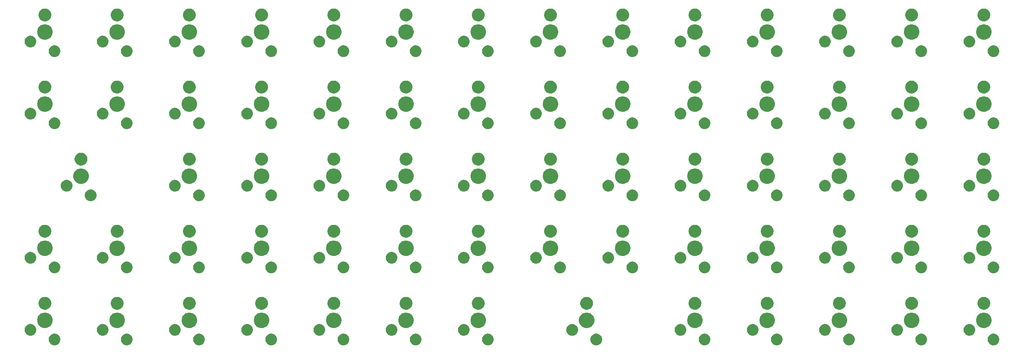
<source format=gbr>
G04 #@! TF.GenerationSoftware,KiCad,Pcbnew,(5.1.5)-3*
G04 #@! TF.CreationDate,2020-01-31T21:09:01-08:00*
G04 #@! TF.ProjectId,PCB,5043422e-6b69-4636-9164-5f7063625858,0.1*
G04 #@! TF.SameCoordinates,Original*
G04 #@! TF.FileFunction,Soldermask,Bot*
G04 #@! TF.FilePolarity,Negative*
%FSLAX46Y46*%
G04 Gerber Fmt 4.6, Leading zero omitted, Abs format (unit mm)*
G04 Created by KiCad (PCBNEW (5.1.5)-3) date 2020-01-31 21:09:01*
%MOMM*%
%LPD*%
G04 APERTURE LIST*
%ADD10C,0.100000*%
G04 APERTURE END LIST*
D10*
G36*
X219632785Y-187074068D02*
G01*
X219782610Y-187103870D01*
X220064874Y-187220787D01*
X220318905Y-187390525D01*
X220534941Y-187606561D01*
X220704679Y-187860592D01*
X220821596Y-188142856D01*
X220881200Y-188442506D01*
X220881200Y-188748026D01*
X220821596Y-189047676D01*
X220704679Y-189329940D01*
X220534941Y-189583971D01*
X220318905Y-189800007D01*
X220064874Y-189969745D01*
X219782610Y-190086662D01*
X219632785Y-190116464D01*
X219482961Y-190146266D01*
X219177439Y-190146266D01*
X219027615Y-190116464D01*
X218877790Y-190086662D01*
X218595526Y-189969745D01*
X218341495Y-189800007D01*
X218125459Y-189583971D01*
X217955721Y-189329940D01*
X217838804Y-189047676D01*
X217779200Y-188748026D01*
X217779200Y-188442506D01*
X217838804Y-188142856D01*
X217955721Y-187860592D01*
X218125459Y-187606561D01*
X218341495Y-187390525D01*
X218595526Y-187220787D01*
X218877790Y-187103870D01*
X219027615Y-187074068D01*
X219177439Y-187044266D01*
X219482961Y-187044266D01*
X219632785Y-187074068D01*
G37*
G36*
X124382784Y-187074068D02*
G01*
X124532609Y-187103870D01*
X124814873Y-187220787D01*
X125068904Y-187390525D01*
X125284940Y-187606561D01*
X125454678Y-187860592D01*
X125571595Y-188142856D01*
X125631199Y-188442506D01*
X125631199Y-188748026D01*
X125571595Y-189047676D01*
X125454678Y-189329940D01*
X125284940Y-189583971D01*
X125068904Y-189800007D01*
X124814873Y-189969745D01*
X124532609Y-190086662D01*
X124382784Y-190116464D01*
X124232960Y-190146266D01*
X123927438Y-190146266D01*
X123777614Y-190116464D01*
X123627789Y-190086662D01*
X123345525Y-189969745D01*
X123091494Y-189800007D01*
X122875458Y-189583971D01*
X122705720Y-189329940D01*
X122588803Y-189047676D01*
X122529199Y-188748026D01*
X122529199Y-188442506D01*
X122588803Y-188142856D01*
X122705720Y-187860592D01*
X122875458Y-187606561D01*
X123091494Y-187390525D01*
X123345525Y-187220787D01*
X123627789Y-187103870D01*
X123777614Y-187074068D01*
X123927438Y-187044266D01*
X124232960Y-187044266D01*
X124382784Y-187074068D01*
G37*
G36*
X181532784Y-187074068D02*
G01*
X181682609Y-187103870D01*
X181964873Y-187220787D01*
X182218904Y-187390525D01*
X182434940Y-187606561D01*
X182604678Y-187860592D01*
X182721595Y-188142856D01*
X182781199Y-188442506D01*
X182781199Y-188748026D01*
X182721595Y-189047676D01*
X182604678Y-189329940D01*
X182434940Y-189583971D01*
X182218904Y-189800007D01*
X181964873Y-189969745D01*
X181682609Y-190086662D01*
X181532784Y-190116464D01*
X181382960Y-190146266D01*
X181077438Y-190146266D01*
X180927614Y-190116464D01*
X180777789Y-190086662D01*
X180495525Y-189969745D01*
X180241494Y-189800007D01*
X180025458Y-189583971D01*
X179855720Y-189329940D01*
X179738803Y-189047676D01*
X179679199Y-188748026D01*
X179679199Y-188442506D01*
X179738803Y-188142856D01*
X179855720Y-187860592D01*
X180025458Y-187606561D01*
X180241494Y-187390525D01*
X180495525Y-187220787D01*
X180777789Y-187103870D01*
X180927614Y-187074068D01*
X181077438Y-187044266D01*
X181382960Y-187044266D01*
X181532784Y-187074068D01*
G37*
G36*
X162482784Y-187074068D02*
G01*
X162632609Y-187103870D01*
X162914873Y-187220787D01*
X163168904Y-187390525D01*
X163384940Y-187606561D01*
X163554678Y-187860592D01*
X163671595Y-188142856D01*
X163731199Y-188442506D01*
X163731199Y-188748026D01*
X163671595Y-189047676D01*
X163554678Y-189329940D01*
X163384940Y-189583971D01*
X163168904Y-189800007D01*
X162914873Y-189969745D01*
X162632609Y-190086662D01*
X162482784Y-190116464D01*
X162332960Y-190146266D01*
X162027438Y-190146266D01*
X161877614Y-190116464D01*
X161727789Y-190086662D01*
X161445525Y-189969745D01*
X161191494Y-189800007D01*
X160975458Y-189583971D01*
X160805720Y-189329940D01*
X160688803Y-189047676D01*
X160629199Y-188748026D01*
X160629199Y-188442506D01*
X160688803Y-188142856D01*
X160805720Y-187860592D01*
X160975458Y-187606561D01*
X161191494Y-187390525D01*
X161445525Y-187220787D01*
X161727789Y-187103870D01*
X161877614Y-187074068D01*
X162027438Y-187044266D01*
X162332960Y-187044266D01*
X162482784Y-187074068D01*
G37*
G36*
X143432784Y-187074068D02*
G01*
X143582609Y-187103870D01*
X143864873Y-187220787D01*
X144118904Y-187390525D01*
X144334940Y-187606561D01*
X144504678Y-187860592D01*
X144621595Y-188142856D01*
X144681199Y-188442506D01*
X144681199Y-188748026D01*
X144621595Y-189047676D01*
X144504678Y-189329940D01*
X144334940Y-189583971D01*
X144118904Y-189800007D01*
X143864873Y-189969745D01*
X143582609Y-190086662D01*
X143432784Y-190116464D01*
X143282960Y-190146266D01*
X142977438Y-190146266D01*
X142827614Y-190116464D01*
X142677789Y-190086662D01*
X142395525Y-189969745D01*
X142141494Y-189800007D01*
X141925458Y-189583971D01*
X141755720Y-189329940D01*
X141638803Y-189047676D01*
X141579199Y-188748026D01*
X141579199Y-188442506D01*
X141638803Y-188142856D01*
X141755720Y-187860592D01*
X141925458Y-187606561D01*
X142141494Y-187390525D01*
X142395525Y-187220787D01*
X142677789Y-187103870D01*
X142827614Y-187074068D01*
X142977438Y-187044266D01*
X143282960Y-187044266D01*
X143432784Y-187074068D01*
G37*
G36*
X105332784Y-187074068D02*
G01*
X105482609Y-187103870D01*
X105764873Y-187220787D01*
X106018904Y-187390525D01*
X106234940Y-187606561D01*
X106404678Y-187860592D01*
X106521595Y-188142856D01*
X106581199Y-188442506D01*
X106581199Y-188748026D01*
X106521595Y-189047676D01*
X106404678Y-189329940D01*
X106234940Y-189583971D01*
X106018904Y-189800007D01*
X105764873Y-189969745D01*
X105482609Y-190086662D01*
X105332784Y-190116464D01*
X105182960Y-190146266D01*
X104877438Y-190146266D01*
X104727614Y-190116464D01*
X104577789Y-190086662D01*
X104295525Y-189969745D01*
X104041494Y-189800007D01*
X103825458Y-189583971D01*
X103655720Y-189329940D01*
X103538803Y-189047676D01*
X103479199Y-188748026D01*
X103479199Y-188442506D01*
X103538803Y-188142856D01*
X103655720Y-187860592D01*
X103825458Y-187606561D01*
X104041494Y-187390525D01*
X104295525Y-187220787D01*
X104577789Y-187103870D01*
X104727614Y-187074068D01*
X104877438Y-187044266D01*
X105182960Y-187044266D01*
X105332784Y-187074068D01*
G37*
G36*
X200582784Y-187074068D02*
G01*
X200732609Y-187103870D01*
X201014873Y-187220787D01*
X201268904Y-187390525D01*
X201484940Y-187606561D01*
X201654678Y-187860592D01*
X201771595Y-188142856D01*
X201831199Y-188442506D01*
X201831199Y-188748026D01*
X201771595Y-189047676D01*
X201654678Y-189329940D01*
X201484940Y-189583971D01*
X201268904Y-189800007D01*
X201014873Y-189969745D01*
X200732609Y-190086662D01*
X200582784Y-190116464D01*
X200432960Y-190146266D01*
X200127438Y-190146266D01*
X199977614Y-190116464D01*
X199827789Y-190086662D01*
X199545525Y-189969745D01*
X199291494Y-189800007D01*
X199075458Y-189583971D01*
X198905720Y-189329940D01*
X198788803Y-189047676D01*
X198729199Y-188748026D01*
X198729199Y-188442506D01*
X198788803Y-188142856D01*
X198905720Y-187860592D01*
X199075458Y-187606561D01*
X199291494Y-187390525D01*
X199545525Y-187220787D01*
X199827789Y-187103870D01*
X199977614Y-187074068D01*
X200127438Y-187044266D01*
X200432960Y-187044266D01*
X200582784Y-187074068D01*
G37*
G36*
X333932935Y-187074067D02*
G01*
X334082760Y-187103869D01*
X334365024Y-187220786D01*
X334619055Y-187390524D01*
X334835091Y-187606560D01*
X335004829Y-187860591D01*
X335121746Y-188142855D01*
X335181350Y-188442505D01*
X335181350Y-188748025D01*
X335121746Y-189047675D01*
X335004829Y-189329939D01*
X334835091Y-189583970D01*
X334619055Y-189800006D01*
X334365024Y-189969744D01*
X334082760Y-190086661D01*
X333932935Y-190116463D01*
X333783111Y-190146265D01*
X333477589Y-190146265D01*
X333327765Y-190116463D01*
X333177940Y-190086661D01*
X332895676Y-189969744D01*
X332641645Y-189800006D01*
X332425609Y-189583970D01*
X332255871Y-189329939D01*
X332138954Y-189047675D01*
X332079350Y-188748025D01*
X332079350Y-188442505D01*
X332138954Y-188142855D01*
X332255871Y-187860591D01*
X332425609Y-187606560D01*
X332641645Y-187390524D01*
X332895676Y-187220786D01*
X333177940Y-187103869D01*
X333327765Y-187074067D01*
X333477589Y-187044265D01*
X333783111Y-187044265D01*
X333932935Y-187074067D01*
G37*
G36*
X314882935Y-187074067D02*
G01*
X315032760Y-187103869D01*
X315315024Y-187220786D01*
X315569055Y-187390524D01*
X315785091Y-187606560D01*
X315954829Y-187860591D01*
X316071746Y-188142855D01*
X316131350Y-188442505D01*
X316131350Y-188748025D01*
X316071746Y-189047675D01*
X315954829Y-189329939D01*
X315785091Y-189583970D01*
X315569055Y-189800006D01*
X315315024Y-189969744D01*
X315032760Y-190086661D01*
X314882935Y-190116463D01*
X314733111Y-190146265D01*
X314427589Y-190146265D01*
X314277765Y-190116463D01*
X314127940Y-190086661D01*
X313845676Y-189969744D01*
X313591645Y-189800006D01*
X313375609Y-189583970D01*
X313205871Y-189329939D01*
X313088954Y-189047675D01*
X313029350Y-188748025D01*
X313029350Y-188442505D01*
X313088954Y-188142855D01*
X313205871Y-187860591D01*
X313375609Y-187606560D01*
X313591645Y-187390524D01*
X313845676Y-187220786D01*
X314127940Y-187103869D01*
X314277765Y-187074067D01*
X314427589Y-187044265D01*
X314733111Y-187044265D01*
X314882935Y-187074067D01*
G37*
G36*
X352982860Y-187074067D02*
G01*
X353132685Y-187103869D01*
X353414949Y-187220786D01*
X353668980Y-187390524D01*
X353885016Y-187606560D01*
X354054754Y-187860591D01*
X354171671Y-188142855D01*
X354231275Y-188442505D01*
X354231275Y-188748025D01*
X354171671Y-189047675D01*
X354054754Y-189329939D01*
X353885016Y-189583970D01*
X353668980Y-189800006D01*
X353414949Y-189969744D01*
X353132685Y-190086661D01*
X352982860Y-190116463D01*
X352833036Y-190146265D01*
X352527514Y-190146265D01*
X352377690Y-190116463D01*
X352227865Y-190086661D01*
X351945601Y-189969744D01*
X351691570Y-189800006D01*
X351475534Y-189583970D01*
X351305796Y-189329939D01*
X351188879Y-189047675D01*
X351129275Y-188748025D01*
X351129275Y-188442505D01*
X351188879Y-188142855D01*
X351305796Y-187860591D01*
X351475534Y-187606560D01*
X351691570Y-187390524D01*
X351945601Y-187220786D01*
X352227865Y-187103869D01*
X352377690Y-187074067D01*
X352527514Y-187044265D01*
X352833036Y-187044265D01*
X352982860Y-187074067D01*
G37*
G36*
X276782935Y-187074067D02*
G01*
X276932760Y-187103869D01*
X277215024Y-187220786D01*
X277469055Y-187390524D01*
X277685091Y-187606560D01*
X277854829Y-187860591D01*
X277971746Y-188142855D01*
X278031350Y-188442505D01*
X278031350Y-188748025D01*
X277971746Y-189047675D01*
X277854829Y-189329939D01*
X277685091Y-189583970D01*
X277469055Y-189800006D01*
X277215024Y-189969744D01*
X276932760Y-190086661D01*
X276782935Y-190116463D01*
X276633111Y-190146265D01*
X276327589Y-190146265D01*
X276177765Y-190116463D01*
X276027940Y-190086661D01*
X275745676Y-189969744D01*
X275491645Y-189800006D01*
X275275609Y-189583970D01*
X275105871Y-189329939D01*
X274988954Y-189047675D01*
X274929350Y-188748025D01*
X274929350Y-188442505D01*
X274988954Y-188142855D01*
X275105871Y-187860591D01*
X275275609Y-187606560D01*
X275491645Y-187390524D01*
X275745676Y-187220786D01*
X276027940Y-187103869D01*
X276177765Y-187074067D01*
X276327589Y-187044265D01*
X276633111Y-187044265D01*
X276782935Y-187074067D01*
G37*
G36*
X295832935Y-187074067D02*
G01*
X295982760Y-187103869D01*
X296265024Y-187220786D01*
X296519055Y-187390524D01*
X296735091Y-187606560D01*
X296904829Y-187860591D01*
X297021746Y-188142855D01*
X297081350Y-188442505D01*
X297081350Y-188748025D01*
X297021746Y-189047675D01*
X296904829Y-189329939D01*
X296735091Y-189583970D01*
X296519055Y-189800006D01*
X296265024Y-189969744D01*
X295982760Y-190086661D01*
X295832935Y-190116463D01*
X295683111Y-190146265D01*
X295377589Y-190146265D01*
X295227765Y-190116463D01*
X295077940Y-190086661D01*
X294795676Y-189969744D01*
X294541645Y-189800006D01*
X294325609Y-189583970D01*
X294155871Y-189329939D01*
X294038954Y-189047675D01*
X293979350Y-188748025D01*
X293979350Y-188442505D01*
X294038954Y-188142855D01*
X294155871Y-187860591D01*
X294325609Y-187606560D01*
X294541645Y-187390524D01*
X294795676Y-187220786D01*
X295077940Y-187103869D01*
X295227765Y-187074067D01*
X295377589Y-187044265D01*
X295683111Y-187044265D01*
X295832935Y-187074067D01*
G37*
G36*
X248207784Y-187074067D02*
G01*
X248357609Y-187103869D01*
X248639873Y-187220786D01*
X248893904Y-187390524D01*
X249109940Y-187606560D01*
X249279678Y-187860591D01*
X249396595Y-188142855D01*
X249456199Y-188442505D01*
X249456199Y-188748025D01*
X249396595Y-189047675D01*
X249279678Y-189329939D01*
X249109940Y-189583970D01*
X248893904Y-189800006D01*
X248639873Y-189969744D01*
X248357609Y-190086661D01*
X248207784Y-190116463D01*
X248057960Y-190146265D01*
X247752438Y-190146265D01*
X247602614Y-190116463D01*
X247452789Y-190086661D01*
X247170525Y-189969744D01*
X246916494Y-189800006D01*
X246700458Y-189583970D01*
X246530720Y-189329939D01*
X246413803Y-189047675D01*
X246354199Y-188748025D01*
X246354199Y-188442505D01*
X246413803Y-188142855D01*
X246530720Y-187860591D01*
X246700458Y-187606560D01*
X246916494Y-187390524D01*
X247170525Y-187220786D01*
X247452789Y-187103869D01*
X247602614Y-187074067D01*
X247752438Y-187044265D01*
X248057960Y-187044265D01*
X248207784Y-187074067D01*
G37*
G36*
X98982784Y-184534068D02*
G01*
X99132609Y-184563870D01*
X99414873Y-184680787D01*
X99668904Y-184850525D01*
X99884940Y-185066561D01*
X100054678Y-185320592D01*
X100171595Y-185602856D01*
X100231199Y-185902506D01*
X100231199Y-186208026D01*
X100171595Y-186507676D01*
X100054678Y-186789940D01*
X99884940Y-187043971D01*
X99668904Y-187260007D01*
X99414873Y-187429745D01*
X99132609Y-187546662D01*
X98982784Y-187576464D01*
X98832960Y-187606266D01*
X98527438Y-187606266D01*
X98377614Y-187576464D01*
X98227789Y-187546662D01*
X97945525Y-187429745D01*
X97691494Y-187260007D01*
X97475458Y-187043971D01*
X97305720Y-186789940D01*
X97188803Y-186507676D01*
X97129199Y-186208026D01*
X97129199Y-185902506D01*
X97188803Y-185602856D01*
X97305720Y-185320592D01*
X97475458Y-185066561D01*
X97691494Y-184850525D01*
X97945525Y-184680787D01*
X98227789Y-184563870D01*
X98377614Y-184534068D01*
X98527438Y-184504266D01*
X98832960Y-184504266D01*
X98982784Y-184534068D01*
G37*
G36*
X175182784Y-184534068D02*
G01*
X175332609Y-184563870D01*
X175614873Y-184680787D01*
X175868904Y-184850525D01*
X176084940Y-185066561D01*
X176254678Y-185320592D01*
X176371595Y-185602856D01*
X176431199Y-185902506D01*
X176431199Y-186208026D01*
X176371595Y-186507676D01*
X176254678Y-186789940D01*
X176084940Y-187043971D01*
X175868904Y-187260007D01*
X175614873Y-187429745D01*
X175332609Y-187546662D01*
X175182784Y-187576464D01*
X175032960Y-187606266D01*
X174727438Y-187606266D01*
X174577614Y-187576464D01*
X174427789Y-187546662D01*
X174145525Y-187429745D01*
X173891494Y-187260007D01*
X173675458Y-187043971D01*
X173505720Y-186789940D01*
X173388803Y-186507676D01*
X173329199Y-186208026D01*
X173329199Y-185902506D01*
X173388803Y-185602856D01*
X173505720Y-185320592D01*
X173675458Y-185066561D01*
X173891494Y-184850525D01*
X174145525Y-184680787D01*
X174427789Y-184563870D01*
X174577614Y-184534068D01*
X174727438Y-184504266D01*
X175032960Y-184504266D01*
X175182784Y-184534068D01*
G37*
G36*
X118032784Y-184534068D02*
G01*
X118182609Y-184563870D01*
X118464873Y-184680787D01*
X118718904Y-184850525D01*
X118934940Y-185066561D01*
X119104678Y-185320592D01*
X119221595Y-185602856D01*
X119281199Y-185902506D01*
X119281199Y-186208026D01*
X119221595Y-186507676D01*
X119104678Y-186789940D01*
X118934940Y-187043971D01*
X118718904Y-187260007D01*
X118464873Y-187429745D01*
X118182609Y-187546662D01*
X118032784Y-187576464D01*
X117882960Y-187606266D01*
X117577438Y-187606266D01*
X117427614Y-187576464D01*
X117277789Y-187546662D01*
X116995525Y-187429745D01*
X116741494Y-187260007D01*
X116525458Y-187043971D01*
X116355720Y-186789940D01*
X116238803Y-186507676D01*
X116179199Y-186208026D01*
X116179199Y-185902506D01*
X116238803Y-185602856D01*
X116355720Y-185320592D01*
X116525458Y-185066561D01*
X116741494Y-184850525D01*
X116995525Y-184680787D01*
X117277789Y-184563870D01*
X117427614Y-184534068D01*
X117577438Y-184504266D01*
X117882960Y-184504266D01*
X118032784Y-184534068D01*
G37*
G36*
X137082784Y-184534068D02*
G01*
X137232609Y-184563870D01*
X137514873Y-184680787D01*
X137768904Y-184850525D01*
X137984940Y-185066561D01*
X138154678Y-185320592D01*
X138271595Y-185602856D01*
X138331199Y-185902506D01*
X138331199Y-186208026D01*
X138271595Y-186507676D01*
X138154678Y-186789940D01*
X137984940Y-187043971D01*
X137768904Y-187260007D01*
X137514873Y-187429745D01*
X137232609Y-187546662D01*
X137082784Y-187576464D01*
X136932960Y-187606266D01*
X136627438Y-187606266D01*
X136477614Y-187576464D01*
X136327789Y-187546662D01*
X136045525Y-187429745D01*
X135791494Y-187260007D01*
X135575458Y-187043971D01*
X135405720Y-186789940D01*
X135288803Y-186507676D01*
X135229199Y-186208026D01*
X135229199Y-185902506D01*
X135288803Y-185602856D01*
X135405720Y-185320592D01*
X135575458Y-185066561D01*
X135791494Y-184850525D01*
X136045525Y-184680787D01*
X136327789Y-184563870D01*
X136477614Y-184534068D01*
X136627438Y-184504266D01*
X136932960Y-184504266D01*
X137082784Y-184534068D01*
G37*
G36*
X194232784Y-184534068D02*
G01*
X194382609Y-184563870D01*
X194664873Y-184680787D01*
X194918904Y-184850525D01*
X195134940Y-185066561D01*
X195304678Y-185320592D01*
X195421595Y-185602856D01*
X195481199Y-185902506D01*
X195481199Y-186208026D01*
X195421595Y-186507676D01*
X195304678Y-186789940D01*
X195134940Y-187043971D01*
X194918904Y-187260007D01*
X194664873Y-187429745D01*
X194382609Y-187546662D01*
X194232784Y-187576464D01*
X194082960Y-187606266D01*
X193777438Y-187606266D01*
X193627614Y-187576464D01*
X193477789Y-187546662D01*
X193195525Y-187429745D01*
X192941494Y-187260007D01*
X192725458Y-187043971D01*
X192555720Y-186789940D01*
X192438803Y-186507676D01*
X192379199Y-186208026D01*
X192379199Y-185902506D01*
X192438803Y-185602856D01*
X192555720Y-185320592D01*
X192725458Y-185066561D01*
X192941494Y-184850525D01*
X193195525Y-184680787D01*
X193477789Y-184563870D01*
X193627614Y-184534068D01*
X193777438Y-184504266D01*
X194082960Y-184504266D01*
X194232784Y-184534068D01*
G37*
G36*
X156132784Y-184534068D02*
G01*
X156282609Y-184563870D01*
X156564873Y-184680787D01*
X156818904Y-184850525D01*
X157034940Y-185066561D01*
X157204678Y-185320592D01*
X157321595Y-185602856D01*
X157381199Y-185902506D01*
X157381199Y-186208026D01*
X157321595Y-186507676D01*
X157204678Y-186789940D01*
X157034940Y-187043971D01*
X156818904Y-187260007D01*
X156564873Y-187429745D01*
X156282609Y-187546662D01*
X156132784Y-187576464D01*
X155982960Y-187606266D01*
X155677438Y-187606266D01*
X155527614Y-187576464D01*
X155377789Y-187546662D01*
X155095525Y-187429745D01*
X154841494Y-187260007D01*
X154625458Y-187043971D01*
X154455720Y-186789940D01*
X154338803Y-186507676D01*
X154279199Y-186208026D01*
X154279199Y-185902506D01*
X154338803Y-185602856D01*
X154455720Y-185320592D01*
X154625458Y-185066561D01*
X154841494Y-184850525D01*
X155095525Y-184680787D01*
X155377789Y-184563870D01*
X155527614Y-184534068D01*
X155677438Y-184504266D01*
X155982960Y-184504266D01*
X156132784Y-184534068D01*
G37*
G36*
X213282785Y-184534068D02*
G01*
X213432610Y-184563870D01*
X213714874Y-184680787D01*
X213968905Y-184850525D01*
X214184941Y-185066561D01*
X214354679Y-185320592D01*
X214471596Y-185602856D01*
X214531200Y-185902506D01*
X214531200Y-186208026D01*
X214471596Y-186507676D01*
X214354679Y-186789940D01*
X214184941Y-187043971D01*
X213968905Y-187260007D01*
X213714874Y-187429745D01*
X213432610Y-187546662D01*
X213282785Y-187576464D01*
X213132961Y-187606266D01*
X212827439Y-187606266D01*
X212677615Y-187576464D01*
X212527790Y-187546662D01*
X212245526Y-187429745D01*
X211991495Y-187260007D01*
X211775459Y-187043971D01*
X211605721Y-186789940D01*
X211488804Y-186507676D01*
X211429200Y-186208026D01*
X211429200Y-185902506D01*
X211488804Y-185602856D01*
X211605721Y-185320592D01*
X211775459Y-185066561D01*
X211991495Y-184850525D01*
X212245526Y-184680787D01*
X212527790Y-184563870D01*
X212677615Y-184534068D01*
X212827439Y-184504266D01*
X213132961Y-184504266D01*
X213282785Y-184534068D01*
G37*
G36*
X270432935Y-184534067D02*
G01*
X270582760Y-184563869D01*
X270865024Y-184680786D01*
X271119055Y-184850524D01*
X271335091Y-185066560D01*
X271504829Y-185320591D01*
X271621746Y-185602855D01*
X271681350Y-185902505D01*
X271681350Y-186208025D01*
X271621746Y-186507675D01*
X271504829Y-186789939D01*
X271335091Y-187043970D01*
X271119055Y-187260006D01*
X270865024Y-187429744D01*
X270582760Y-187546661D01*
X270432935Y-187576463D01*
X270283111Y-187606265D01*
X269977589Y-187606265D01*
X269827765Y-187576463D01*
X269677940Y-187546661D01*
X269395676Y-187429744D01*
X269141645Y-187260006D01*
X268925609Y-187043970D01*
X268755871Y-186789939D01*
X268638954Y-186507675D01*
X268579350Y-186208025D01*
X268579350Y-185902505D01*
X268638954Y-185602855D01*
X268755871Y-185320591D01*
X268925609Y-185066560D01*
X269141645Y-184850524D01*
X269395676Y-184680786D01*
X269677940Y-184563869D01*
X269827765Y-184534067D01*
X269977589Y-184504265D01*
X270283111Y-184504265D01*
X270432935Y-184534067D01*
G37*
G36*
X241857784Y-184534067D02*
G01*
X242007609Y-184563869D01*
X242289873Y-184680786D01*
X242543904Y-184850524D01*
X242759940Y-185066560D01*
X242929678Y-185320591D01*
X243046595Y-185602855D01*
X243106199Y-185902505D01*
X243106199Y-186208025D01*
X243046595Y-186507675D01*
X242929678Y-186789939D01*
X242759940Y-187043970D01*
X242543904Y-187260006D01*
X242289873Y-187429744D01*
X242007609Y-187546661D01*
X241857784Y-187576463D01*
X241707960Y-187606265D01*
X241402438Y-187606265D01*
X241252614Y-187576463D01*
X241102789Y-187546661D01*
X240820525Y-187429744D01*
X240566494Y-187260006D01*
X240350458Y-187043970D01*
X240180720Y-186789939D01*
X240063803Y-186507675D01*
X240004199Y-186208025D01*
X240004199Y-185902505D01*
X240063803Y-185602855D01*
X240180720Y-185320591D01*
X240350458Y-185066560D01*
X240566494Y-184850524D01*
X240820525Y-184680786D01*
X241102789Y-184563869D01*
X241252614Y-184534067D01*
X241402438Y-184504265D01*
X241707960Y-184504265D01*
X241857784Y-184534067D01*
G37*
G36*
X289482935Y-184534067D02*
G01*
X289632760Y-184563869D01*
X289915024Y-184680786D01*
X290169055Y-184850524D01*
X290385091Y-185066560D01*
X290554829Y-185320591D01*
X290671746Y-185602855D01*
X290731350Y-185902505D01*
X290731350Y-186208025D01*
X290671746Y-186507675D01*
X290554829Y-186789939D01*
X290385091Y-187043970D01*
X290169055Y-187260006D01*
X289915024Y-187429744D01*
X289632760Y-187546661D01*
X289482935Y-187576463D01*
X289333111Y-187606265D01*
X289027589Y-187606265D01*
X288877765Y-187576463D01*
X288727940Y-187546661D01*
X288445676Y-187429744D01*
X288191645Y-187260006D01*
X287975609Y-187043970D01*
X287805871Y-186789939D01*
X287688954Y-186507675D01*
X287629350Y-186208025D01*
X287629350Y-185902505D01*
X287688954Y-185602855D01*
X287805871Y-185320591D01*
X287975609Y-185066560D01*
X288191645Y-184850524D01*
X288445676Y-184680786D01*
X288727940Y-184563869D01*
X288877765Y-184534067D01*
X289027589Y-184504265D01*
X289333111Y-184504265D01*
X289482935Y-184534067D01*
G37*
G36*
X308532935Y-184534067D02*
G01*
X308682760Y-184563869D01*
X308965024Y-184680786D01*
X309219055Y-184850524D01*
X309435091Y-185066560D01*
X309604829Y-185320591D01*
X309721746Y-185602855D01*
X309781350Y-185902505D01*
X309781350Y-186208025D01*
X309721746Y-186507675D01*
X309604829Y-186789939D01*
X309435091Y-187043970D01*
X309219055Y-187260006D01*
X308965024Y-187429744D01*
X308682760Y-187546661D01*
X308532935Y-187576463D01*
X308383111Y-187606265D01*
X308077589Y-187606265D01*
X307927765Y-187576463D01*
X307777940Y-187546661D01*
X307495676Y-187429744D01*
X307241645Y-187260006D01*
X307025609Y-187043970D01*
X306855871Y-186789939D01*
X306738954Y-186507675D01*
X306679350Y-186208025D01*
X306679350Y-185902505D01*
X306738954Y-185602855D01*
X306855871Y-185320591D01*
X307025609Y-185066560D01*
X307241645Y-184850524D01*
X307495676Y-184680786D01*
X307777940Y-184563869D01*
X307927765Y-184534067D01*
X308077589Y-184504265D01*
X308383111Y-184504265D01*
X308532935Y-184534067D01*
G37*
G36*
X327582935Y-184534067D02*
G01*
X327732760Y-184563869D01*
X328015024Y-184680786D01*
X328269055Y-184850524D01*
X328485091Y-185066560D01*
X328654829Y-185320591D01*
X328771746Y-185602855D01*
X328831350Y-185902505D01*
X328831350Y-186208025D01*
X328771746Y-186507675D01*
X328654829Y-186789939D01*
X328485091Y-187043970D01*
X328269055Y-187260006D01*
X328015024Y-187429744D01*
X327732760Y-187546661D01*
X327582935Y-187576463D01*
X327433111Y-187606265D01*
X327127589Y-187606265D01*
X326977765Y-187576463D01*
X326827940Y-187546661D01*
X326545676Y-187429744D01*
X326291645Y-187260006D01*
X326075609Y-187043970D01*
X325905871Y-186789939D01*
X325788954Y-186507675D01*
X325729350Y-186208025D01*
X325729350Y-185902505D01*
X325788954Y-185602855D01*
X325905871Y-185320591D01*
X326075609Y-185066560D01*
X326291645Y-184850524D01*
X326545676Y-184680786D01*
X326827940Y-184563869D01*
X326977765Y-184534067D01*
X327127589Y-184504265D01*
X327433111Y-184504265D01*
X327582935Y-184534067D01*
G37*
G36*
X346632860Y-184534067D02*
G01*
X346782685Y-184563869D01*
X347064949Y-184680786D01*
X347318980Y-184850524D01*
X347535016Y-185066560D01*
X347704754Y-185320591D01*
X347821671Y-185602855D01*
X347881275Y-185902505D01*
X347881275Y-186208025D01*
X347821671Y-186507675D01*
X347704754Y-186789939D01*
X347535016Y-187043970D01*
X347318980Y-187260006D01*
X347064949Y-187429744D01*
X346782685Y-187546661D01*
X346632860Y-187576463D01*
X346483036Y-187606265D01*
X346177514Y-187606265D01*
X346027690Y-187576463D01*
X345877865Y-187546661D01*
X345595601Y-187429744D01*
X345341570Y-187260006D01*
X345125534Y-187043970D01*
X344955796Y-186789939D01*
X344838879Y-186507675D01*
X344779275Y-186208025D01*
X344779275Y-185902505D01*
X344838879Y-185602855D01*
X344955796Y-185320591D01*
X345125534Y-185066560D01*
X345341570Y-184850524D01*
X345595601Y-184680786D01*
X345877865Y-184563869D01*
X346027690Y-184534067D01*
X346177514Y-184504265D01*
X346483036Y-184504265D01*
X346632860Y-184534067D01*
G37*
G36*
X122136673Y-181548950D02*
G01*
X122354673Y-181639249D01*
X122508822Y-181703099D01*
X122843747Y-181926889D01*
X123128576Y-182211718D01*
X123352366Y-182546643D01*
X123352366Y-182546644D01*
X123506515Y-182918792D01*
X123585099Y-183313860D01*
X123585099Y-183716672D01*
X123506515Y-184111740D01*
X123416216Y-184329740D01*
X123352366Y-184483889D01*
X123128576Y-184818814D01*
X122843747Y-185103643D01*
X122508822Y-185327433D01*
X122354673Y-185391283D01*
X122136673Y-185481582D01*
X121741605Y-185560166D01*
X121338793Y-185560166D01*
X120943725Y-185481582D01*
X120725725Y-185391283D01*
X120571576Y-185327433D01*
X120236651Y-185103643D01*
X119951822Y-184818814D01*
X119728032Y-184483889D01*
X119664182Y-184329740D01*
X119573883Y-184111740D01*
X119495299Y-183716672D01*
X119495299Y-183313860D01*
X119573883Y-182918792D01*
X119728032Y-182546644D01*
X119728032Y-182546643D01*
X119951822Y-182211718D01*
X120236651Y-181926889D01*
X120571576Y-181703099D01*
X120725725Y-181639249D01*
X120943725Y-181548950D01*
X121338793Y-181470366D01*
X121741605Y-181470366D01*
X122136673Y-181548950D01*
G37*
G36*
X179286673Y-181548950D02*
G01*
X179504673Y-181639249D01*
X179658822Y-181703099D01*
X179993747Y-181926889D01*
X180278576Y-182211718D01*
X180502366Y-182546643D01*
X180502366Y-182546644D01*
X180656515Y-182918792D01*
X180735099Y-183313860D01*
X180735099Y-183716672D01*
X180656515Y-184111740D01*
X180566216Y-184329740D01*
X180502366Y-184483889D01*
X180278576Y-184818814D01*
X179993747Y-185103643D01*
X179658822Y-185327433D01*
X179504673Y-185391283D01*
X179286673Y-185481582D01*
X178891605Y-185560166D01*
X178488793Y-185560166D01*
X178093725Y-185481582D01*
X177875725Y-185391283D01*
X177721576Y-185327433D01*
X177386651Y-185103643D01*
X177101822Y-184818814D01*
X176878032Y-184483889D01*
X176814182Y-184329740D01*
X176723883Y-184111740D01*
X176645299Y-183716672D01*
X176645299Y-183313860D01*
X176723883Y-182918792D01*
X176878032Y-182546644D01*
X176878032Y-182546643D01*
X177101822Y-182211718D01*
X177386651Y-181926889D01*
X177721576Y-181703099D01*
X177875725Y-181639249D01*
X178093725Y-181548950D01*
X178488793Y-181470366D01*
X178891605Y-181470366D01*
X179286673Y-181548950D01*
G37*
G36*
X198336673Y-181548950D02*
G01*
X198554673Y-181639249D01*
X198708822Y-181703099D01*
X199043747Y-181926889D01*
X199328576Y-182211718D01*
X199552366Y-182546643D01*
X199552366Y-182546644D01*
X199706515Y-182918792D01*
X199785099Y-183313860D01*
X199785099Y-183716672D01*
X199706515Y-184111740D01*
X199616216Y-184329740D01*
X199552366Y-184483889D01*
X199328576Y-184818814D01*
X199043747Y-185103643D01*
X198708822Y-185327433D01*
X198554673Y-185391283D01*
X198336673Y-185481582D01*
X197941605Y-185560166D01*
X197538793Y-185560166D01*
X197143725Y-185481582D01*
X196925725Y-185391283D01*
X196771576Y-185327433D01*
X196436651Y-185103643D01*
X196151822Y-184818814D01*
X195928032Y-184483889D01*
X195864182Y-184329740D01*
X195773883Y-184111740D01*
X195695299Y-183716672D01*
X195695299Y-183313860D01*
X195773883Y-182918792D01*
X195928032Y-182546644D01*
X195928032Y-182546643D01*
X196151822Y-182211718D01*
X196436651Y-181926889D01*
X196771576Y-181703099D01*
X196925725Y-181639249D01*
X197143725Y-181548950D01*
X197538793Y-181470366D01*
X197941605Y-181470366D01*
X198336673Y-181548950D01*
G37*
G36*
X160236673Y-181548950D02*
G01*
X160454673Y-181639249D01*
X160608822Y-181703099D01*
X160943747Y-181926889D01*
X161228576Y-182211718D01*
X161452366Y-182546643D01*
X161452366Y-182546644D01*
X161606515Y-182918792D01*
X161685099Y-183313860D01*
X161685099Y-183716672D01*
X161606515Y-184111740D01*
X161516216Y-184329740D01*
X161452366Y-184483889D01*
X161228576Y-184818814D01*
X160943747Y-185103643D01*
X160608822Y-185327433D01*
X160454673Y-185391283D01*
X160236673Y-185481582D01*
X159841605Y-185560166D01*
X159438793Y-185560166D01*
X159043725Y-185481582D01*
X158825725Y-185391283D01*
X158671576Y-185327433D01*
X158336651Y-185103643D01*
X158051822Y-184818814D01*
X157828032Y-184483889D01*
X157764182Y-184329740D01*
X157673883Y-184111740D01*
X157595299Y-183716672D01*
X157595299Y-183313860D01*
X157673883Y-182918792D01*
X157828032Y-182546644D01*
X157828032Y-182546643D01*
X158051822Y-182211718D01*
X158336651Y-181926889D01*
X158671576Y-181703099D01*
X158825725Y-181639249D01*
X159043725Y-181548950D01*
X159438793Y-181470366D01*
X159841605Y-181470366D01*
X160236673Y-181548950D01*
G37*
G36*
X217386674Y-181548950D02*
G01*
X217604674Y-181639249D01*
X217758823Y-181703099D01*
X218093748Y-181926889D01*
X218378577Y-182211718D01*
X218602367Y-182546643D01*
X218602367Y-182546644D01*
X218756516Y-182918792D01*
X218835100Y-183313860D01*
X218835100Y-183716672D01*
X218756516Y-184111740D01*
X218666217Y-184329740D01*
X218602367Y-184483889D01*
X218378577Y-184818814D01*
X218093748Y-185103643D01*
X217758823Y-185327433D01*
X217604674Y-185391283D01*
X217386674Y-185481582D01*
X216991606Y-185560166D01*
X216588794Y-185560166D01*
X216193726Y-185481582D01*
X215975726Y-185391283D01*
X215821577Y-185327433D01*
X215486652Y-185103643D01*
X215201823Y-184818814D01*
X214978033Y-184483889D01*
X214914183Y-184329740D01*
X214823884Y-184111740D01*
X214745300Y-183716672D01*
X214745300Y-183313860D01*
X214823884Y-182918792D01*
X214978033Y-182546644D01*
X214978033Y-182546643D01*
X215201823Y-182211718D01*
X215486652Y-181926889D01*
X215821577Y-181703099D01*
X215975726Y-181639249D01*
X216193726Y-181548950D01*
X216588794Y-181470366D01*
X216991606Y-181470366D01*
X217386674Y-181548950D01*
G37*
G36*
X103086673Y-181548950D02*
G01*
X103304673Y-181639249D01*
X103458822Y-181703099D01*
X103793747Y-181926889D01*
X104078576Y-182211718D01*
X104302366Y-182546643D01*
X104302366Y-182546644D01*
X104456515Y-182918792D01*
X104535099Y-183313860D01*
X104535099Y-183716672D01*
X104456515Y-184111740D01*
X104366216Y-184329740D01*
X104302366Y-184483889D01*
X104078576Y-184818814D01*
X103793747Y-185103643D01*
X103458822Y-185327433D01*
X103304673Y-185391283D01*
X103086673Y-185481582D01*
X102691605Y-185560166D01*
X102288793Y-185560166D01*
X101893725Y-185481582D01*
X101675725Y-185391283D01*
X101521576Y-185327433D01*
X101186651Y-185103643D01*
X100901822Y-184818814D01*
X100678032Y-184483889D01*
X100614182Y-184329740D01*
X100523883Y-184111740D01*
X100445299Y-183716672D01*
X100445299Y-183313860D01*
X100523883Y-182918792D01*
X100678032Y-182546644D01*
X100678032Y-182546643D01*
X100901822Y-182211718D01*
X101186651Y-181926889D01*
X101521576Y-181703099D01*
X101675725Y-181639249D01*
X101893725Y-181548950D01*
X102288793Y-181470366D01*
X102691605Y-181470366D01*
X103086673Y-181548950D01*
G37*
G36*
X141186673Y-181548950D02*
G01*
X141404673Y-181639249D01*
X141558822Y-181703099D01*
X141893747Y-181926889D01*
X142178576Y-182211718D01*
X142402366Y-182546643D01*
X142402366Y-182546644D01*
X142556515Y-182918792D01*
X142635099Y-183313860D01*
X142635099Y-183716672D01*
X142556515Y-184111740D01*
X142466216Y-184329740D01*
X142402366Y-184483889D01*
X142178576Y-184818814D01*
X141893747Y-185103643D01*
X141558822Y-185327433D01*
X141404673Y-185391283D01*
X141186673Y-185481582D01*
X140791605Y-185560166D01*
X140388793Y-185560166D01*
X139993725Y-185481582D01*
X139775725Y-185391283D01*
X139621576Y-185327433D01*
X139286651Y-185103643D01*
X139001822Y-184818814D01*
X138778032Y-184483889D01*
X138714182Y-184329740D01*
X138623883Y-184111740D01*
X138545299Y-183716672D01*
X138545299Y-183313860D01*
X138623883Y-182918792D01*
X138778032Y-182546644D01*
X138778032Y-182546643D01*
X139001822Y-182211718D01*
X139286651Y-181926889D01*
X139621576Y-181703099D01*
X139775725Y-181639249D01*
X139993725Y-181548950D01*
X140388793Y-181470366D01*
X140791605Y-181470366D01*
X141186673Y-181548950D01*
G37*
G36*
X350736749Y-181548949D02*
G01*
X350954749Y-181639248D01*
X351108898Y-181703098D01*
X351443823Y-181926888D01*
X351728652Y-182211717D01*
X351952442Y-182546642D01*
X352016292Y-182700791D01*
X352106591Y-182918791D01*
X352185175Y-183313859D01*
X352185175Y-183716671D01*
X352106591Y-184111739D01*
X352106590Y-184111741D01*
X351952442Y-184483888D01*
X351728652Y-184818813D01*
X351443823Y-185103642D01*
X351108898Y-185327432D01*
X350954749Y-185391282D01*
X350736749Y-185481581D01*
X350341681Y-185560165D01*
X349938869Y-185560165D01*
X349543801Y-185481581D01*
X349325801Y-185391282D01*
X349171652Y-185327432D01*
X348836727Y-185103642D01*
X348551898Y-184818813D01*
X348328108Y-184483888D01*
X348173960Y-184111741D01*
X348173959Y-184111739D01*
X348095375Y-183716671D01*
X348095375Y-183313859D01*
X348173959Y-182918791D01*
X348264258Y-182700791D01*
X348328108Y-182546642D01*
X348551898Y-182211717D01*
X348836727Y-181926888D01*
X349171652Y-181703098D01*
X349325801Y-181639248D01*
X349543801Y-181548949D01*
X349938869Y-181470365D01*
X350341681Y-181470365D01*
X350736749Y-181548949D01*
G37*
G36*
X274536824Y-181548949D02*
G01*
X274754824Y-181639248D01*
X274908973Y-181703098D01*
X275243898Y-181926888D01*
X275528727Y-182211717D01*
X275752517Y-182546642D01*
X275816367Y-182700791D01*
X275906666Y-182918791D01*
X275985250Y-183313859D01*
X275985250Y-183716671D01*
X275906666Y-184111739D01*
X275906665Y-184111741D01*
X275752517Y-184483888D01*
X275528727Y-184818813D01*
X275243898Y-185103642D01*
X274908973Y-185327432D01*
X274754824Y-185391282D01*
X274536824Y-185481581D01*
X274141756Y-185560165D01*
X273738944Y-185560165D01*
X273343876Y-185481581D01*
X273125876Y-185391282D01*
X272971727Y-185327432D01*
X272636802Y-185103642D01*
X272351973Y-184818813D01*
X272128183Y-184483888D01*
X271974035Y-184111741D01*
X271974034Y-184111739D01*
X271895450Y-183716671D01*
X271895450Y-183313859D01*
X271974034Y-182918791D01*
X272064333Y-182700791D01*
X272128183Y-182546642D01*
X272351973Y-182211717D01*
X272636802Y-181926888D01*
X272971727Y-181703098D01*
X273125876Y-181639248D01*
X273343876Y-181548949D01*
X273738944Y-181470365D01*
X274141756Y-181470365D01*
X274536824Y-181548949D01*
G37*
G36*
X245961673Y-181548949D02*
G01*
X246179673Y-181639248D01*
X246333822Y-181703098D01*
X246668747Y-181926888D01*
X246953576Y-182211717D01*
X247177366Y-182546642D01*
X247241216Y-182700791D01*
X247331515Y-182918791D01*
X247410099Y-183313859D01*
X247410099Y-183716671D01*
X247331515Y-184111739D01*
X247331514Y-184111741D01*
X247177366Y-184483888D01*
X246953576Y-184818813D01*
X246668747Y-185103642D01*
X246333822Y-185327432D01*
X246179673Y-185391282D01*
X245961673Y-185481581D01*
X245566605Y-185560165D01*
X245163793Y-185560165D01*
X244768725Y-185481581D01*
X244550725Y-185391282D01*
X244396576Y-185327432D01*
X244061651Y-185103642D01*
X243776822Y-184818813D01*
X243553032Y-184483888D01*
X243398884Y-184111741D01*
X243398883Y-184111739D01*
X243320299Y-183716671D01*
X243320299Y-183313859D01*
X243398883Y-182918791D01*
X243489182Y-182700791D01*
X243553032Y-182546642D01*
X243776822Y-182211717D01*
X244061651Y-181926888D01*
X244396576Y-181703098D01*
X244550725Y-181639248D01*
X244768725Y-181548949D01*
X245163793Y-181470365D01*
X245566605Y-181470365D01*
X245961673Y-181548949D01*
G37*
G36*
X331686824Y-181548949D02*
G01*
X331904824Y-181639248D01*
X332058973Y-181703098D01*
X332393898Y-181926888D01*
X332678727Y-182211717D01*
X332902517Y-182546642D01*
X332966367Y-182700791D01*
X333056666Y-182918791D01*
X333135250Y-183313859D01*
X333135250Y-183716671D01*
X333056666Y-184111739D01*
X333056665Y-184111741D01*
X332902517Y-184483888D01*
X332678727Y-184818813D01*
X332393898Y-185103642D01*
X332058973Y-185327432D01*
X331904824Y-185391282D01*
X331686824Y-185481581D01*
X331291756Y-185560165D01*
X330888944Y-185560165D01*
X330493876Y-185481581D01*
X330275876Y-185391282D01*
X330121727Y-185327432D01*
X329786802Y-185103642D01*
X329501973Y-184818813D01*
X329278183Y-184483888D01*
X329124035Y-184111741D01*
X329124034Y-184111739D01*
X329045450Y-183716671D01*
X329045450Y-183313859D01*
X329124034Y-182918791D01*
X329214333Y-182700791D01*
X329278183Y-182546642D01*
X329501973Y-182211717D01*
X329786802Y-181926888D01*
X330121727Y-181703098D01*
X330275876Y-181639248D01*
X330493876Y-181548949D01*
X330888944Y-181470365D01*
X331291756Y-181470365D01*
X331686824Y-181548949D01*
G37*
G36*
X293586824Y-181548949D02*
G01*
X293804824Y-181639248D01*
X293958973Y-181703098D01*
X294293898Y-181926888D01*
X294578727Y-182211717D01*
X294802517Y-182546642D01*
X294866367Y-182700791D01*
X294956666Y-182918791D01*
X295035250Y-183313859D01*
X295035250Y-183716671D01*
X294956666Y-184111739D01*
X294956665Y-184111741D01*
X294802517Y-184483888D01*
X294578727Y-184818813D01*
X294293898Y-185103642D01*
X293958973Y-185327432D01*
X293804824Y-185391282D01*
X293586824Y-185481581D01*
X293191756Y-185560165D01*
X292788944Y-185560165D01*
X292393876Y-185481581D01*
X292175876Y-185391282D01*
X292021727Y-185327432D01*
X291686802Y-185103642D01*
X291401973Y-184818813D01*
X291178183Y-184483888D01*
X291024035Y-184111741D01*
X291024034Y-184111739D01*
X290945450Y-183716671D01*
X290945450Y-183313859D01*
X291024034Y-182918791D01*
X291114333Y-182700791D01*
X291178183Y-182546642D01*
X291401973Y-182211717D01*
X291686802Y-181926888D01*
X292021727Y-181703098D01*
X292175876Y-181639248D01*
X292393876Y-181548949D01*
X292788944Y-181470365D01*
X293191756Y-181470365D01*
X293586824Y-181548949D01*
G37*
G36*
X312636824Y-181548949D02*
G01*
X312854824Y-181639248D01*
X313008973Y-181703098D01*
X313343898Y-181926888D01*
X313628727Y-182211717D01*
X313852517Y-182546642D01*
X313916367Y-182700791D01*
X314006666Y-182918791D01*
X314085250Y-183313859D01*
X314085250Y-183716671D01*
X314006666Y-184111739D01*
X314006665Y-184111741D01*
X313852517Y-184483888D01*
X313628727Y-184818813D01*
X313343898Y-185103642D01*
X313008973Y-185327432D01*
X312854824Y-185391282D01*
X312636824Y-185481581D01*
X312241756Y-185560165D01*
X311838944Y-185560165D01*
X311443876Y-185481581D01*
X311225876Y-185391282D01*
X311071727Y-185327432D01*
X310736802Y-185103642D01*
X310451973Y-184818813D01*
X310228183Y-184483888D01*
X310074035Y-184111741D01*
X310074034Y-184111739D01*
X309995450Y-183716671D01*
X309995450Y-183313859D01*
X310074034Y-182918791D01*
X310164333Y-182700791D01*
X310228183Y-182546642D01*
X310451973Y-182211717D01*
X310736802Y-181926888D01*
X311071727Y-181703098D01*
X311225876Y-181639248D01*
X311443876Y-181548949D01*
X311838944Y-181470365D01*
X312241756Y-181470365D01*
X312636824Y-181548949D01*
G37*
G36*
X102986361Y-177379634D02*
G01*
X103295923Y-177507859D01*
X103295924Y-177507860D01*
X103574523Y-177694013D01*
X103811452Y-177930942D01*
X103935836Y-178117096D01*
X103997606Y-178209542D01*
X104125831Y-178519104D01*
X104191199Y-178847731D01*
X104191199Y-179182801D01*
X104125831Y-179511428D01*
X103997606Y-179820990D01*
X103997605Y-179820991D01*
X103811452Y-180099590D01*
X103574523Y-180336519D01*
X103388369Y-180460903D01*
X103295923Y-180522673D01*
X102986361Y-180650898D01*
X102657734Y-180716266D01*
X102322664Y-180716266D01*
X101994037Y-180650898D01*
X101684475Y-180522673D01*
X101592029Y-180460903D01*
X101405875Y-180336519D01*
X101168946Y-180099590D01*
X100982793Y-179820991D01*
X100982792Y-179820990D01*
X100854567Y-179511428D01*
X100789199Y-179182801D01*
X100789199Y-178847731D01*
X100854567Y-178519104D01*
X100982792Y-178209542D01*
X101044562Y-178117096D01*
X101168946Y-177930942D01*
X101405875Y-177694013D01*
X101684474Y-177507860D01*
X101684475Y-177507859D01*
X101994037Y-177379634D01*
X102322664Y-177314266D01*
X102657734Y-177314266D01*
X102986361Y-177379634D01*
G37*
G36*
X217286362Y-177379634D02*
G01*
X217595924Y-177507859D01*
X217595925Y-177507860D01*
X217874524Y-177694013D01*
X218111453Y-177930942D01*
X218235837Y-178117096D01*
X218297607Y-178209542D01*
X218425832Y-178519104D01*
X218491200Y-178847731D01*
X218491200Y-179182801D01*
X218425832Y-179511428D01*
X218297607Y-179820990D01*
X218297606Y-179820991D01*
X218111453Y-180099590D01*
X217874524Y-180336519D01*
X217688370Y-180460903D01*
X217595924Y-180522673D01*
X217286362Y-180650898D01*
X216957735Y-180716266D01*
X216622665Y-180716266D01*
X216294038Y-180650898D01*
X215984476Y-180522673D01*
X215892030Y-180460903D01*
X215705876Y-180336519D01*
X215468947Y-180099590D01*
X215282794Y-179820991D01*
X215282793Y-179820990D01*
X215154568Y-179511428D01*
X215089200Y-179182801D01*
X215089200Y-178847731D01*
X215154568Y-178519104D01*
X215282793Y-178209542D01*
X215344563Y-178117096D01*
X215468947Y-177930942D01*
X215705876Y-177694013D01*
X215984475Y-177507860D01*
X215984476Y-177507859D01*
X216294038Y-177379634D01*
X216622665Y-177314266D01*
X216957735Y-177314266D01*
X217286362Y-177379634D01*
G37*
G36*
X198236361Y-177379634D02*
G01*
X198545923Y-177507859D01*
X198545924Y-177507860D01*
X198824523Y-177694013D01*
X199061452Y-177930942D01*
X199185836Y-178117096D01*
X199247606Y-178209542D01*
X199375831Y-178519104D01*
X199441199Y-178847731D01*
X199441199Y-179182801D01*
X199375831Y-179511428D01*
X199247606Y-179820990D01*
X199247605Y-179820991D01*
X199061452Y-180099590D01*
X198824523Y-180336519D01*
X198638369Y-180460903D01*
X198545923Y-180522673D01*
X198236361Y-180650898D01*
X197907734Y-180716266D01*
X197572664Y-180716266D01*
X197244037Y-180650898D01*
X196934475Y-180522673D01*
X196842029Y-180460903D01*
X196655875Y-180336519D01*
X196418946Y-180099590D01*
X196232793Y-179820991D01*
X196232792Y-179820990D01*
X196104567Y-179511428D01*
X196039199Y-179182801D01*
X196039199Y-178847731D01*
X196104567Y-178519104D01*
X196232792Y-178209542D01*
X196294562Y-178117096D01*
X196418946Y-177930942D01*
X196655875Y-177694013D01*
X196934474Y-177507860D01*
X196934475Y-177507859D01*
X197244037Y-177379634D01*
X197572664Y-177314266D01*
X197907734Y-177314266D01*
X198236361Y-177379634D01*
G37*
G36*
X179186361Y-177379634D02*
G01*
X179495923Y-177507859D01*
X179495924Y-177507860D01*
X179774523Y-177694013D01*
X180011452Y-177930942D01*
X180135836Y-178117096D01*
X180197606Y-178209542D01*
X180325831Y-178519104D01*
X180391199Y-178847731D01*
X180391199Y-179182801D01*
X180325831Y-179511428D01*
X180197606Y-179820990D01*
X180197605Y-179820991D01*
X180011452Y-180099590D01*
X179774523Y-180336519D01*
X179588369Y-180460903D01*
X179495923Y-180522673D01*
X179186361Y-180650898D01*
X178857734Y-180716266D01*
X178522664Y-180716266D01*
X178194037Y-180650898D01*
X177884475Y-180522673D01*
X177792029Y-180460903D01*
X177605875Y-180336519D01*
X177368946Y-180099590D01*
X177182793Y-179820991D01*
X177182792Y-179820990D01*
X177054567Y-179511428D01*
X176989199Y-179182801D01*
X176989199Y-178847731D01*
X177054567Y-178519104D01*
X177182792Y-178209542D01*
X177244562Y-178117096D01*
X177368946Y-177930942D01*
X177605875Y-177694013D01*
X177884474Y-177507860D01*
X177884475Y-177507859D01*
X178194037Y-177379634D01*
X178522664Y-177314266D01*
X178857734Y-177314266D01*
X179186361Y-177379634D01*
G37*
G36*
X160136361Y-177379634D02*
G01*
X160445923Y-177507859D01*
X160445924Y-177507860D01*
X160724523Y-177694013D01*
X160961452Y-177930942D01*
X161085836Y-178117096D01*
X161147606Y-178209542D01*
X161275831Y-178519104D01*
X161341199Y-178847731D01*
X161341199Y-179182801D01*
X161275831Y-179511428D01*
X161147606Y-179820990D01*
X161147605Y-179820991D01*
X160961452Y-180099590D01*
X160724523Y-180336519D01*
X160538369Y-180460903D01*
X160445923Y-180522673D01*
X160136361Y-180650898D01*
X159807734Y-180716266D01*
X159472664Y-180716266D01*
X159144037Y-180650898D01*
X158834475Y-180522673D01*
X158742029Y-180460903D01*
X158555875Y-180336519D01*
X158318946Y-180099590D01*
X158132793Y-179820991D01*
X158132792Y-179820990D01*
X158004567Y-179511428D01*
X157939199Y-179182801D01*
X157939199Y-178847731D01*
X158004567Y-178519104D01*
X158132792Y-178209542D01*
X158194562Y-178117096D01*
X158318946Y-177930942D01*
X158555875Y-177694013D01*
X158834474Y-177507860D01*
X158834475Y-177507859D01*
X159144037Y-177379634D01*
X159472664Y-177314266D01*
X159807734Y-177314266D01*
X160136361Y-177379634D01*
G37*
G36*
X141086361Y-177379634D02*
G01*
X141395923Y-177507859D01*
X141395924Y-177507860D01*
X141674523Y-177694013D01*
X141911452Y-177930942D01*
X142035836Y-178117096D01*
X142097606Y-178209542D01*
X142225831Y-178519104D01*
X142291199Y-178847731D01*
X142291199Y-179182801D01*
X142225831Y-179511428D01*
X142097606Y-179820990D01*
X142097605Y-179820991D01*
X141911452Y-180099590D01*
X141674523Y-180336519D01*
X141488369Y-180460903D01*
X141395923Y-180522673D01*
X141086361Y-180650898D01*
X140757734Y-180716266D01*
X140422664Y-180716266D01*
X140094037Y-180650898D01*
X139784475Y-180522673D01*
X139692029Y-180460903D01*
X139505875Y-180336519D01*
X139268946Y-180099590D01*
X139082793Y-179820991D01*
X139082792Y-179820990D01*
X138954567Y-179511428D01*
X138889199Y-179182801D01*
X138889199Y-178847731D01*
X138954567Y-178519104D01*
X139082792Y-178209542D01*
X139144562Y-178117096D01*
X139268946Y-177930942D01*
X139505875Y-177694013D01*
X139784474Y-177507860D01*
X139784475Y-177507859D01*
X140094037Y-177379634D01*
X140422664Y-177314266D01*
X140757734Y-177314266D01*
X141086361Y-177379634D01*
G37*
G36*
X122036361Y-177379634D02*
G01*
X122345923Y-177507859D01*
X122345924Y-177507860D01*
X122624523Y-177694013D01*
X122861452Y-177930942D01*
X122985836Y-178117096D01*
X123047606Y-178209542D01*
X123175831Y-178519104D01*
X123241199Y-178847731D01*
X123241199Y-179182801D01*
X123175831Y-179511428D01*
X123047606Y-179820990D01*
X123047605Y-179820991D01*
X122861452Y-180099590D01*
X122624523Y-180336519D01*
X122438369Y-180460903D01*
X122345923Y-180522673D01*
X122036361Y-180650898D01*
X121707734Y-180716266D01*
X121372664Y-180716266D01*
X121044037Y-180650898D01*
X120734475Y-180522673D01*
X120642029Y-180460903D01*
X120455875Y-180336519D01*
X120218946Y-180099590D01*
X120032793Y-179820991D01*
X120032792Y-179820990D01*
X119904567Y-179511428D01*
X119839199Y-179182801D01*
X119839199Y-178847731D01*
X119904567Y-178519104D01*
X120032792Y-178209542D01*
X120094562Y-178117096D01*
X120218946Y-177930942D01*
X120455875Y-177694013D01*
X120734474Y-177507860D01*
X120734475Y-177507859D01*
X121044037Y-177379634D01*
X121372664Y-177314266D01*
X121707734Y-177314266D01*
X122036361Y-177379634D01*
G37*
G36*
X312536512Y-177379633D02*
G01*
X312846074Y-177507858D01*
X312938520Y-177569628D01*
X313124674Y-177694012D01*
X313361603Y-177930941D01*
X313361604Y-177930943D01*
X313547757Y-178209541D01*
X313675982Y-178519103D01*
X313741350Y-178847730D01*
X313741350Y-179182800D01*
X313675982Y-179511427D01*
X313547757Y-179820989D01*
X313485987Y-179913435D01*
X313361603Y-180099589D01*
X313124674Y-180336518D01*
X312938520Y-180460902D01*
X312846074Y-180522672D01*
X312536512Y-180650897D01*
X312207885Y-180716265D01*
X311872815Y-180716265D01*
X311544188Y-180650897D01*
X311234626Y-180522672D01*
X311142180Y-180460902D01*
X310956026Y-180336518D01*
X310719097Y-180099589D01*
X310594713Y-179913435D01*
X310532943Y-179820989D01*
X310404718Y-179511427D01*
X310339350Y-179182800D01*
X310339350Y-178847730D01*
X310404718Y-178519103D01*
X310532943Y-178209541D01*
X310719096Y-177930943D01*
X310719097Y-177930941D01*
X310956026Y-177694012D01*
X311142180Y-177569628D01*
X311234626Y-177507858D01*
X311544188Y-177379633D01*
X311872815Y-177314265D01*
X312207885Y-177314265D01*
X312536512Y-177379633D01*
G37*
G36*
X350636437Y-177379633D02*
G01*
X350945999Y-177507858D01*
X351038445Y-177569628D01*
X351224599Y-177694012D01*
X351461528Y-177930941D01*
X351461529Y-177930943D01*
X351647682Y-178209541D01*
X351775907Y-178519103D01*
X351841275Y-178847730D01*
X351841275Y-179182800D01*
X351775907Y-179511427D01*
X351647682Y-179820989D01*
X351585912Y-179913435D01*
X351461528Y-180099589D01*
X351224599Y-180336518D01*
X351038445Y-180460902D01*
X350945999Y-180522672D01*
X350636437Y-180650897D01*
X350307810Y-180716265D01*
X349972740Y-180716265D01*
X349644113Y-180650897D01*
X349334551Y-180522672D01*
X349242105Y-180460902D01*
X349055951Y-180336518D01*
X348819022Y-180099589D01*
X348694638Y-179913435D01*
X348632868Y-179820989D01*
X348504643Y-179511427D01*
X348439275Y-179182800D01*
X348439275Y-178847730D01*
X348504643Y-178519103D01*
X348632868Y-178209541D01*
X348819021Y-177930943D01*
X348819022Y-177930941D01*
X349055951Y-177694012D01*
X349242105Y-177569628D01*
X349334551Y-177507858D01*
X349644113Y-177379633D01*
X349972740Y-177314265D01*
X350307810Y-177314265D01*
X350636437Y-177379633D01*
G37*
G36*
X293486512Y-177379633D02*
G01*
X293796074Y-177507858D01*
X293888520Y-177569628D01*
X294074674Y-177694012D01*
X294311603Y-177930941D01*
X294311604Y-177930943D01*
X294497757Y-178209541D01*
X294625982Y-178519103D01*
X294691350Y-178847730D01*
X294691350Y-179182800D01*
X294625982Y-179511427D01*
X294497757Y-179820989D01*
X294435987Y-179913435D01*
X294311603Y-180099589D01*
X294074674Y-180336518D01*
X293888520Y-180460902D01*
X293796074Y-180522672D01*
X293486512Y-180650897D01*
X293157885Y-180716265D01*
X292822815Y-180716265D01*
X292494188Y-180650897D01*
X292184626Y-180522672D01*
X292092180Y-180460902D01*
X291906026Y-180336518D01*
X291669097Y-180099589D01*
X291544713Y-179913435D01*
X291482943Y-179820989D01*
X291354718Y-179511427D01*
X291289350Y-179182800D01*
X291289350Y-178847730D01*
X291354718Y-178519103D01*
X291482943Y-178209541D01*
X291669096Y-177930943D01*
X291669097Y-177930941D01*
X291906026Y-177694012D01*
X292092180Y-177569628D01*
X292184626Y-177507858D01*
X292494188Y-177379633D01*
X292822815Y-177314265D01*
X293157885Y-177314265D01*
X293486512Y-177379633D01*
G37*
G36*
X274436512Y-177379633D02*
G01*
X274746074Y-177507858D01*
X274838520Y-177569628D01*
X275024674Y-177694012D01*
X275261603Y-177930941D01*
X275261604Y-177930943D01*
X275447757Y-178209541D01*
X275575982Y-178519103D01*
X275641350Y-178847730D01*
X275641350Y-179182800D01*
X275575982Y-179511427D01*
X275447757Y-179820989D01*
X275385987Y-179913435D01*
X275261603Y-180099589D01*
X275024674Y-180336518D01*
X274838520Y-180460902D01*
X274746074Y-180522672D01*
X274436512Y-180650897D01*
X274107885Y-180716265D01*
X273772815Y-180716265D01*
X273444188Y-180650897D01*
X273134626Y-180522672D01*
X273042180Y-180460902D01*
X272856026Y-180336518D01*
X272619097Y-180099589D01*
X272494713Y-179913435D01*
X272432943Y-179820989D01*
X272304718Y-179511427D01*
X272239350Y-179182800D01*
X272239350Y-178847730D01*
X272304718Y-178519103D01*
X272432943Y-178209541D01*
X272619096Y-177930943D01*
X272619097Y-177930941D01*
X272856026Y-177694012D01*
X273042180Y-177569628D01*
X273134626Y-177507858D01*
X273444188Y-177379633D01*
X273772815Y-177314265D01*
X274107885Y-177314265D01*
X274436512Y-177379633D01*
G37*
G36*
X245861361Y-177379633D02*
G01*
X246170923Y-177507858D01*
X246263369Y-177569628D01*
X246449523Y-177694012D01*
X246686452Y-177930941D01*
X246686453Y-177930943D01*
X246872606Y-178209541D01*
X247000831Y-178519103D01*
X247066199Y-178847730D01*
X247066199Y-179182800D01*
X247000831Y-179511427D01*
X246872606Y-179820989D01*
X246810836Y-179913435D01*
X246686452Y-180099589D01*
X246449523Y-180336518D01*
X246263369Y-180460902D01*
X246170923Y-180522672D01*
X245861361Y-180650897D01*
X245532734Y-180716265D01*
X245197664Y-180716265D01*
X244869037Y-180650897D01*
X244559475Y-180522672D01*
X244467029Y-180460902D01*
X244280875Y-180336518D01*
X244043946Y-180099589D01*
X243919562Y-179913435D01*
X243857792Y-179820989D01*
X243729567Y-179511427D01*
X243664199Y-179182800D01*
X243664199Y-178847730D01*
X243729567Y-178519103D01*
X243857792Y-178209541D01*
X244043945Y-177930943D01*
X244043946Y-177930941D01*
X244280875Y-177694012D01*
X244467029Y-177569628D01*
X244559475Y-177507858D01*
X244869037Y-177379633D01*
X245197664Y-177314265D01*
X245532734Y-177314265D01*
X245861361Y-177379633D01*
G37*
G36*
X331586512Y-177379633D02*
G01*
X331896074Y-177507858D01*
X331988520Y-177569628D01*
X332174674Y-177694012D01*
X332411603Y-177930941D01*
X332411604Y-177930943D01*
X332597757Y-178209541D01*
X332725982Y-178519103D01*
X332791350Y-178847730D01*
X332791350Y-179182800D01*
X332725982Y-179511427D01*
X332597757Y-179820989D01*
X332535987Y-179913435D01*
X332411603Y-180099589D01*
X332174674Y-180336518D01*
X331988520Y-180460902D01*
X331896074Y-180522672D01*
X331586512Y-180650897D01*
X331257885Y-180716265D01*
X330922815Y-180716265D01*
X330594188Y-180650897D01*
X330284626Y-180522672D01*
X330192180Y-180460902D01*
X330006026Y-180336518D01*
X329769097Y-180099589D01*
X329644713Y-179913435D01*
X329582943Y-179820989D01*
X329454718Y-179511427D01*
X329389350Y-179182800D01*
X329389350Y-178847730D01*
X329454718Y-178519103D01*
X329582943Y-178209541D01*
X329769096Y-177930943D01*
X329769097Y-177930941D01*
X330006026Y-177694012D01*
X330192180Y-177569628D01*
X330284626Y-177507858D01*
X330594188Y-177379633D01*
X330922815Y-177314265D01*
X331257885Y-177314265D01*
X331586512Y-177379633D01*
G37*
G36*
X200582784Y-168024153D02*
G01*
X200732609Y-168053955D01*
X201014873Y-168170872D01*
X201268904Y-168340610D01*
X201484940Y-168556646D01*
X201654678Y-168810677D01*
X201771595Y-169092941D01*
X201831199Y-169392591D01*
X201831199Y-169698111D01*
X201771595Y-169997761D01*
X201654678Y-170280025D01*
X201484940Y-170534056D01*
X201268904Y-170750092D01*
X201014873Y-170919830D01*
X200732609Y-171036747D01*
X200582784Y-171066549D01*
X200432960Y-171096351D01*
X200127438Y-171096351D01*
X199977614Y-171066549D01*
X199827789Y-171036747D01*
X199545525Y-170919830D01*
X199291494Y-170750092D01*
X199075458Y-170534056D01*
X198905720Y-170280025D01*
X198788803Y-169997761D01*
X198729199Y-169698111D01*
X198729199Y-169392591D01*
X198788803Y-169092941D01*
X198905720Y-168810677D01*
X199075458Y-168556646D01*
X199291494Y-168340610D01*
X199545525Y-168170872D01*
X199827789Y-168053955D01*
X199977614Y-168024153D01*
X200127438Y-167994351D01*
X200432960Y-167994351D01*
X200582784Y-168024153D01*
G37*
G36*
X333932934Y-168024153D02*
G01*
X334082759Y-168053955D01*
X334365023Y-168170872D01*
X334619054Y-168340610D01*
X334835090Y-168556646D01*
X335004828Y-168810677D01*
X335121745Y-169092941D01*
X335181349Y-169392591D01*
X335181349Y-169698111D01*
X335121745Y-169997761D01*
X335004828Y-170280025D01*
X334835090Y-170534056D01*
X334619054Y-170750092D01*
X334365023Y-170919830D01*
X334082759Y-171036747D01*
X333932934Y-171066549D01*
X333783110Y-171096351D01*
X333477588Y-171096351D01*
X333327764Y-171066549D01*
X333177939Y-171036747D01*
X332895675Y-170919830D01*
X332641644Y-170750092D01*
X332425608Y-170534056D01*
X332255870Y-170280025D01*
X332138953Y-169997761D01*
X332079349Y-169698111D01*
X332079349Y-169392591D01*
X332138953Y-169092941D01*
X332255870Y-168810677D01*
X332425608Y-168556646D01*
X332641644Y-168340610D01*
X332895675Y-168170872D01*
X333177939Y-168053955D01*
X333327764Y-168024153D01*
X333477588Y-167994351D01*
X333783110Y-167994351D01*
X333932934Y-168024153D01*
G37*
G36*
X352982859Y-168024153D02*
G01*
X353132684Y-168053955D01*
X353414948Y-168170872D01*
X353668979Y-168340610D01*
X353885015Y-168556646D01*
X354054753Y-168810677D01*
X354171670Y-169092941D01*
X354231274Y-169392591D01*
X354231274Y-169698111D01*
X354171670Y-169997761D01*
X354054753Y-170280025D01*
X353885015Y-170534056D01*
X353668979Y-170750092D01*
X353414948Y-170919830D01*
X353132684Y-171036747D01*
X352982859Y-171066549D01*
X352833035Y-171096351D01*
X352527513Y-171096351D01*
X352377689Y-171066549D01*
X352227864Y-171036747D01*
X351945600Y-170919830D01*
X351691569Y-170750092D01*
X351475533Y-170534056D01*
X351305795Y-170280025D01*
X351188878Y-169997761D01*
X351129274Y-169698111D01*
X351129274Y-169392591D01*
X351188878Y-169092941D01*
X351305795Y-168810677D01*
X351475533Y-168556646D01*
X351691569Y-168340610D01*
X351945600Y-168170872D01*
X352227864Y-168053955D01*
X352377689Y-168024153D01*
X352527513Y-167994351D01*
X352833035Y-167994351D01*
X352982859Y-168024153D01*
G37*
G36*
X143432784Y-168024153D02*
G01*
X143582609Y-168053955D01*
X143864873Y-168170872D01*
X144118904Y-168340610D01*
X144334940Y-168556646D01*
X144504678Y-168810677D01*
X144621595Y-169092941D01*
X144681199Y-169392591D01*
X144681199Y-169698111D01*
X144621595Y-169997761D01*
X144504678Y-170280025D01*
X144334940Y-170534056D01*
X144118904Y-170750092D01*
X143864873Y-170919830D01*
X143582609Y-171036747D01*
X143432784Y-171066549D01*
X143282960Y-171096351D01*
X142977438Y-171096351D01*
X142827614Y-171066549D01*
X142677789Y-171036747D01*
X142395525Y-170919830D01*
X142141494Y-170750092D01*
X141925458Y-170534056D01*
X141755720Y-170280025D01*
X141638803Y-169997761D01*
X141579199Y-169698111D01*
X141579199Y-169392591D01*
X141638803Y-169092941D01*
X141755720Y-168810677D01*
X141925458Y-168556646D01*
X142141494Y-168340610D01*
X142395525Y-168170872D01*
X142677789Y-168053955D01*
X142827614Y-168024153D01*
X142977438Y-167994351D01*
X143282960Y-167994351D01*
X143432784Y-168024153D01*
G37*
G36*
X105332784Y-168024153D02*
G01*
X105482609Y-168053955D01*
X105764873Y-168170872D01*
X106018904Y-168340610D01*
X106234940Y-168556646D01*
X106404678Y-168810677D01*
X106521595Y-169092941D01*
X106581199Y-169392591D01*
X106581199Y-169698111D01*
X106521595Y-169997761D01*
X106404678Y-170280025D01*
X106234940Y-170534056D01*
X106018904Y-170750092D01*
X105764873Y-170919830D01*
X105482609Y-171036747D01*
X105332784Y-171066549D01*
X105182960Y-171096351D01*
X104877438Y-171096351D01*
X104727614Y-171066549D01*
X104577789Y-171036747D01*
X104295525Y-170919830D01*
X104041494Y-170750092D01*
X103825458Y-170534056D01*
X103655720Y-170280025D01*
X103538803Y-169997761D01*
X103479199Y-169698111D01*
X103479199Y-169392591D01*
X103538803Y-169092941D01*
X103655720Y-168810677D01*
X103825458Y-168556646D01*
X104041494Y-168340610D01*
X104295525Y-168170872D01*
X104577789Y-168053955D01*
X104727614Y-168024153D01*
X104877438Y-167994351D01*
X105182960Y-167994351D01*
X105332784Y-168024153D01*
G37*
G36*
X124382784Y-168024153D02*
G01*
X124532609Y-168053955D01*
X124814873Y-168170872D01*
X125068904Y-168340610D01*
X125284940Y-168556646D01*
X125454678Y-168810677D01*
X125571595Y-169092941D01*
X125631199Y-169392591D01*
X125631199Y-169698111D01*
X125571595Y-169997761D01*
X125454678Y-170280025D01*
X125284940Y-170534056D01*
X125068904Y-170750092D01*
X124814873Y-170919830D01*
X124532609Y-171036747D01*
X124382784Y-171066549D01*
X124232960Y-171096351D01*
X123927438Y-171096351D01*
X123777614Y-171066549D01*
X123627789Y-171036747D01*
X123345525Y-170919830D01*
X123091494Y-170750092D01*
X122875458Y-170534056D01*
X122705720Y-170280025D01*
X122588803Y-169997761D01*
X122529199Y-169698111D01*
X122529199Y-169392591D01*
X122588803Y-169092941D01*
X122705720Y-168810677D01*
X122875458Y-168556646D01*
X123091494Y-168340610D01*
X123345525Y-168170872D01*
X123627789Y-168053955D01*
X123777614Y-168024153D01*
X123927438Y-167994351D01*
X124232960Y-167994351D01*
X124382784Y-168024153D01*
G37*
G36*
X276782934Y-168024153D02*
G01*
X276932759Y-168053955D01*
X277215023Y-168170872D01*
X277469054Y-168340610D01*
X277685090Y-168556646D01*
X277854828Y-168810677D01*
X277971745Y-169092941D01*
X278031349Y-169392591D01*
X278031349Y-169698111D01*
X277971745Y-169997761D01*
X277854828Y-170280025D01*
X277685090Y-170534056D01*
X277469054Y-170750092D01*
X277215023Y-170919830D01*
X276932759Y-171036747D01*
X276782934Y-171066549D01*
X276633110Y-171096351D01*
X276327588Y-171096351D01*
X276177764Y-171066549D01*
X276027939Y-171036747D01*
X275745675Y-170919830D01*
X275491644Y-170750092D01*
X275275608Y-170534056D01*
X275105870Y-170280025D01*
X274988953Y-169997761D01*
X274929349Y-169698111D01*
X274929349Y-169392591D01*
X274988953Y-169092941D01*
X275105870Y-168810677D01*
X275275608Y-168556646D01*
X275491644Y-168340610D01*
X275745675Y-168170872D01*
X276027939Y-168053955D01*
X276177764Y-168024153D01*
X276327588Y-167994351D01*
X276633110Y-167994351D01*
X276782934Y-168024153D01*
G37*
G36*
X162482784Y-168024153D02*
G01*
X162632609Y-168053955D01*
X162914873Y-168170872D01*
X163168904Y-168340610D01*
X163384940Y-168556646D01*
X163554678Y-168810677D01*
X163671595Y-169092941D01*
X163731199Y-169392591D01*
X163731199Y-169698111D01*
X163671595Y-169997761D01*
X163554678Y-170280025D01*
X163384940Y-170534056D01*
X163168904Y-170750092D01*
X162914873Y-170919830D01*
X162632609Y-171036747D01*
X162482784Y-171066549D01*
X162332960Y-171096351D01*
X162027438Y-171096351D01*
X161877614Y-171066549D01*
X161727789Y-171036747D01*
X161445525Y-170919830D01*
X161191494Y-170750092D01*
X160975458Y-170534056D01*
X160805720Y-170280025D01*
X160688803Y-169997761D01*
X160629199Y-169698111D01*
X160629199Y-169392591D01*
X160688803Y-169092941D01*
X160805720Y-168810677D01*
X160975458Y-168556646D01*
X161191494Y-168340610D01*
X161445525Y-168170872D01*
X161727789Y-168053955D01*
X161877614Y-168024153D01*
X162027438Y-167994351D01*
X162332960Y-167994351D01*
X162482784Y-168024153D01*
G37*
G36*
X181532784Y-168024153D02*
G01*
X181682609Y-168053955D01*
X181964873Y-168170872D01*
X182218904Y-168340610D01*
X182434940Y-168556646D01*
X182604678Y-168810677D01*
X182721595Y-169092941D01*
X182781199Y-169392591D01*
X182781199Y-169698111D01*
X182721595Y-169997761D01*
X182604678Y-170280025D01*
X182434940Y-170534056D01*
X182218904Y-170750092D01*
X181964873Y-170919830D01*
X181682609Y-171036747D01*
X181532784Y-171066549D01*
X181382960Y-171096351D01*
X181077438Y-171096351D01*
X180927614Y-171066549D01*
X180777789Y-171036747D01*
X180495525Y-170919830D01*
X180241494Y-170750092D01*
X180025458Y-170534056D01*
X179855720Y-170280025D01*
X179738803Y-169997761D01*
X179679199Y-169698111D01*
X179679199Y-169392591D01*
X179738803Y-169092941D01*
X179855720Y-168810677D01*
X180025458Y-168556646D01*
X180241494Y-168340610D01*
X180495525Y-168170872D01*
X180777789Y-168053955D01*
X180927614Y-168024153D01*
X181077438Y-167994351D01*
X181382960Y-167994351D01*
X181532784Y-168024153D01*
G37*
G36*
X295832934Y-168024153D02*
G01*
X295982759Y-168053955D01*
X296265023Y-168170872D01*
X296519054Y-168340610D01*
X296735090Y-168556646D01*
X296904828Y-168810677D01*
X297021745Y-169092941D01*
X297081349Y-169392591D01*
X297081349Y-169698111D01*
X297021745Y-169997761D01*
X296904828Y-170280025D01*
X296735090Y-170534056D01*
X296519054Y-170750092D01*
X296265023Y-170919830D01*
X295982759Y-171036747D01*
X295832934Y-171066549D01*
X295683110Y-171096351D01*
X295377588Y-171096351D01*
X295227764Y-171066549D01*
X295077939Y-171036747D01*
X294795675Y-170919830D01*
X294541644Y-170750092D01*
X294325608Y-170534056D01*
X294155870Y-170280025D01*
X294038953Y-169997761D01*
X293979349Y-169698111D01*
X293979349Y-169392591D01*
X294038953Y-169092941D01*
X294155870Y-168810677D01*
X294325608Y-168556646D01*
X294541644Y-168340610D01*
X294795675Y-168170872D01*
X295077939Y-168053955D01*
X295227764Y-168024153D01*
X295377588Y-167994351D01*
X295683110Y-167994351D01*
X295832934Y-168024153D01*
G37*
G36*
X219632785Y-168024153D02*
G01*
X219782610Y-168053955D01*
X220064874Y-168170872D01*
X220318905Y-168340610D01*
X220534941Y-168556646D01*
X220704679Y-168810677D01*
X220821596Y-169092941D01*
X220881200Y-169392591D01*
X220881200Y-169698111D01*
X220821596Y-169997761D01*
X220704679Y-170280025D01*
X220534941Y-170534056D01*
X220318905Y-170750092D01*
X220064874Y-170919830D01*
X219782610Y-171036747D01*
X219632785Y-171066549D01*
X219482961Y-171096351D01*
X219177439Y-171096351D01*
X219027615Y-171066549D01*
X218877790Y-171036747D01*
X218595526Y-170919830D01*
X218341495Y-170750092D01*
X218125459Y-170534056D01*
X217955721Y-170280025D01*
X217838804Y-169997761D01*
X217779200Y-169698111D01*
X217779200Y-169392591D01*
X217838804Y-169092941D01*
X217955721Y-168810677D01*
X218125459Y-168556646D01*
X218341495Y-168340610D01*
X218595526Y-168170872D01*
X218877790Y-168053955D01*
X219027615Y-168024153D01*
X219177439Y-167994351D01*
X219482961Y-167994351D01*
X219632785Y-168024153D01*
G37*
G36*
X238683784Y-168024153D02*
G01*
X238833609Y-168053955D01*
X239115873Y-168170872D01*
X239369904Y-168340610D01*
X239585940Y-168556646D01*
X239755678Y-168810677D01*
X239872595Y-169092941D01*
X239932199Y-169392591D01*
X239932199Y-169698111D01*
X239872595Y-169997761D01*
X239755678Y-170280025D01*
X239585940Y-170534056D01*
X239369904Y-170750092D01*
X239115873Y-170919830D01*
X238833609Y-171036747D01*
X238683784Y-171066549D01*
X238533960Y-171096351D01*
X238228438Y-171096351D01*
X238078614Y-171066549D01*
X237928789Y-171036747D01*
X237646525Y-170919830D01*
X237392494Y-170750092D01*
X237176458Y-170534056D01*
X237006720Y-170280025D01*
X236889803Y-169997761D01*
X236830199Y-169698111D01*
X236830199Y-169392591D01*
X236889803Y-169092941D01*
X237006720Y-168810677D01*
X237176458Y-168556646D01*
X237392494Y-168340610D01*
X237646525Y-168170872D01*
X237928789Y-168053955D01*
X238078614Y-168024153D01*
X238228438Y-167994351D01*
X238533960Y-167994351D01*
X238683784Y-168024153D01*
G37*
G36*
X314882934Y-168024153D02*
G01*
X315032759Y-168053955D01*
X315315023Y-168170872D01*
X315569054Y-168340610D01*
X315785090Y-168556646D01*
X315954828Y-168810677D01*
X316071745Y-169092941D01*
X316131349Y-169392591D01*
X316131349Y-169698111D01*
X316071745Y-169997761D01*
X315954828Y-170280025D01*
X315785090Y-170534056D01*
X315569054Y-170750092D01*
X315315023Y-170919830D01*
X315032759Y-171036747D01*
X314882934Y-171066549D01*
X314733110Y-171096351D01*
X314427588Y-171096351D01*
X314277764Y-171066549D01*
X314127939Y-171036747D01*
X313845675Y-170919830D01*
X313591644Y-170750092D01*
X313375608Y-170534056D01*
X313205870Y-170280025D01*
X313088953Y-169997761D01*
X313029349Y-169698111D01*
X313029349Y-169392591D01*
X313088953Y-169092941D01*
X313205870Y-168810677D01*
X313375608Y-168556646D01*
X313591644Y-168340610D01*
X313845675Y-168170872D01*
X314127939Y-168053955D01*
X314277764Y-168024153D01*
X314427588Y-167994351D01*
X314733110Y-167994351D01*
X314882934Y-168024153D01*
G37*
G36*
X257733634Y-168024153D02*
G01*
X257883459Y-168053955D01*
X258165723Y-168170872D01*
X258419754Y-168340610D01*
X258635790Y-168556646D01*
X258805528Y-168810677D01*
X258922445Y-169092941D01*
X258982049Y-169392591D01*
X258982049Y-169698111D01*
X258922445Y-169997761D01*
X258805528Y-170280025D01*
X258635790Y-170534056D01*
X258419754Y-170750092D01*
X258165723Y-170919830D01*
X257883459Y-171036747D01*
X257733634Y-171066549D01*
X257583810Y-171096351D01*
X257278288Y-171096351D01*
X257128464Y-171066549D01*
X256978639Y-171036747D01*
X256696375Y-170919830D01*
X256442344Y-170750092D01*
X256226308Y-170534056D01*
X256056570Y-170280025D01*
X255939653Y-169997761D01*
X255880049Y-169698111D01*
X255880049Y-169392591D01*
X255939653Y-169092941D01*
X256056570Y-168810677D01*
X256226308Y-168556646D01*
X256442344Y-168340610D01*
X256696375Y-168170872D01*
X256978639Y-168053955D01*
X257128464Y-168024153D01*
X257278288Y-167994351D01*
X257583810Y-167994351D01*
X257733634Y-168024153D01*
G37*
G36*
X270432934Y-165484153D02*
G01*
X270582759Y-165513955D01*
X270865023Y-165630872D01*
X271119054Y-165800610D01*
X271335090Y-166016646D01*
X271504828Y-166270677D01*
X271621745Y-166552941D01*
X271681349Y-166852591D01*
X271681349Y-167158111D01*
X271621745Y-167457761D01*
X271504828Y-167740025D01*
X271335090Y-167994056D01*
X271119054Y-168210092D01*
X270865023Y-168379830D01*
X270582759Y-168496747D01*
X270432934Y-168526549D01*
X270283110Y-168556351D01*
X269977588Y-168556351D01*
X269827764Y-168526549D01*
X269677939Y-168496747D01*
X269395675Y-168379830D01*
X269141644Y-168210092D01*
X268925608Y-167994056D01*
X268755870Y-167740025D01*
X268638953Y-167457761D01*
X268579349Y-167158111D01*
X268579349Y-166852591D01*
X268638953Y-166552941D01*
X268755870Y-166270677D01*
X268925608Y-166016646D01*
X269141644Y-165800610D01*
X269395675Y-165630872D01*
X269677939Y-165513955D01*
X269827764Y-165484153D01*
X269977588Y-165454351D01*
X270283110Y-165454351D01*
X270432934Y-165484153D01*
G37*
G36*
X98982784Y-165484153D02*
G01*
X99132609Y-165513955D01*
X99414873Y-165630872D01*
X99668904Y-165800610D01*
X99884940Y-166016646D01*
X100054678Y-166270677D01*
X100171595Y-166552941D01*
X100231199Y-166852591D01*
X100231199Y-167158111D01*
X100171595Y-167457761D01*
X100054678Y-167740025D01*
X99884940Y-167994056D01*
X99668904Y-168210092D01*
X99414873Y-168379830D01*
X99132609Y-168496747D01*
X98982784Y-168526549D01*
X98832960Y-168556351D01*
X98527438Y-168556351D01*
X98377614Y-168526549D01*
X98227789Y-168496747D01*
X97945525Y-168379830D01*
X97691494Y-168210092D01*
X97475458Y-167994056D01*
X97305720Y-167740025D01*
X97188803Y-167457761D01*
X97129199Y-167158111D01*
X97129199Y-166852591D01*
X97188803Y-166552941D01*
X97305720Y-166270677D01*
X97475458Y-166016646D01*
X97691494Y-165800610D01*
X97945525Y-165630872D01*
X98227789Y-165513955D01*
X98377614Y-165484153D01*
X98527438Y-165454351D01*
X98832960Y-165454351D01*
X98982784Y-165484153D01*
G37*
G36*
X213282785Y-165484153D02*
G01*
X213432610Y-165513955D01*
X213714874Y-165630872D01*
X213968905Y-165800610D01*
X214184941Y-166016646D01*
X214354679Y-166270677D01*
X214471596Y-166552941D01*
X214531200Y-166852591D01*
X214531200Y-167158111D01*
X214471596Y-167457761D01*
X214354679Y-167740025D01*
X214184941Y-167994056D01*
X213968905Y-168210092D01*
X213714874Y-168379830D01*
X213432610Y-168496747D01*
X213282785Y-168526549D01*
X213132961Y-168556351D01*
X212827439Y-168556351D01*
X212677615Y-168526549D01*
X212527790Y-168496747D01*
X212245526Y-168379830D01*
X211991495Y-168210092D01*
X211775459Y-167994056D01*
X211605721Y-167740025D01*
X211488804Y-167457761D01*
X211429200Y-167158111D01*
X211429200Y-166852591D01*
X211488804Y-166552941D01*
X211605721Y-166270677D01*
X211775459Y-166016646D01*
X211991495Y-165800610D01*
X212245526Y-165630872D01*
X212527790Y-165513955D01*
X212677615Y-165484153D01*
X212827439Y-165454351D01*
X213132961Y-165454351D01*
X213282785Y-165484153D01*
G37*
G36*
X194232784Y-165484153D02*
G01*
X194382609Y-165513955D01*
X194664873Y-165630872D01*
X194918904Y-165800610D01*
X195134940Y-166016646D01*
X195304678Y-166270677D01*
X195421595Y-166552941D01*
X195481199Y-166852591D01*
X195481199Y-167158111D01*
X195421595Y-167457761D01*
X195304678Y-167740025D01*
X195134940Y-167994056D01*
X194918904Y-168210092D01*
X194664873Y-168379830D01*
X194382609Y-168496747D01*
X194232784Y-168526549D01*
X194082960Y-168556351D01*
X193777438Y-168556351D01*
X193627614Y-168526549D01*
X193477789Y-168496747D01*
X193195525Y-168379830D01*
X192941494Y-168210092D01*
X192725458Y-167994056D01*
X192555720Y-167740025D01*
X192438803Y-167457761D01*
X192379199Y-167158111D01*
X192379199Y-166852591D01*
X192438803Y-166552941D01*
X192555720Y-166270677D01*
X192725458Y-166016646D01*
X192941494Y-165800610D01*
X193195525Y-165630872D01*
X193477789Y-165513955D01*
X193627614Y-165484153D01*
X193777438Y-165454351D01*
X194082960Y-165454351D01*
X194232784Y-165484153D01*
G37*
G36*
X175182784Y-165484153D02*
G01*
X175332609Y-165513955D01*
X175614873Y-165630872D01*
X175868904Y-165800610D01*
X176084940Y-166016646D01*
X176254678Y-166270677D01*
X176371595Y-166552941D01*
X176431199Y-166852591D01*
X176431199Y-167158111D01*
X176371595Y-167457761D01*
X176254678Y-167740025D01*
X176084940Y-167994056D01*
X175868904Y-168210092D01*
X175614873Y-168379830D01*
X175332609Y-168496747D01*
X175182784Y-168526549D01*
X175032960Y-168556351D01*
X174727438Y-168556351D01*
X174577614Y-168526549D01*
X174427789Y-168496747D01*
X174145525Y-168379830D01*
X173891494Y-168210092D01*
X173675458Y-167994056D01*
X173505720Y-167740025D01*
X173388803Y-167457761D01*
X173329199Y-167158111D01*
X173329199Y-166852591D01*
X173388803Y-166552941D01*
X173505720Y-166270677D01*
X173675458Y-166016646D01*
X173891494Y-165800610D01*
X174145525Y-165630872D01*
X174427789Y-165513955D01*
X174577614Y-165484153D01*
X174727438Y-165454351D01*
X175032960Y-165454351D01*
X175182784Y-165484153D01*
G37*
G36*
X118032784Y-165484153D02*
G01*
X118182609Y-165513955D01*
X118464873Y-165630872D01*
X118718904Y-165800610D01*
X118934940Y-166016646D01*
X119104678Y-166270677D01*
X119221595Y-166552941D01*
X119281199Y-166852591D01*
X119281199Y-167158111D01*
X119221595Y-167457761D01*
X119104678Y-167740025D01*
X118934940Y-167994056D01*
X118718904Y-168210092D01*
X118464873Y-168379830D01*
X118182609Y-168496747D01*
X118032784Y-168526549D01*
X117882960Y-168556351D01*
X117577438Y-168556351D01*
X117427614Y-168526549D01*
X117277789Y-168496747D01*
X116995525Y-168379830D01*
X116741494Y-168210092D01*
X116525458Y-167994056D01*
X116355720Y-167740025D01*
X116238803Y-167457761D01*
X116179199Y-167158111D01*
X116179199Y-166852591D01*
X116238803Y-166552941D01*
X116355720Y-166270677D01*
X116525458Y-166016646D01*
X116741494Y-165800610D01*
X116995525Y-165630872D01*
X117277789Y-165513955D01*
X117427614Y-165484153D01*
X117577438Y-165454351D01*
X117882960Y-165454351D01*
X118032784Y-165484153D01*
G37*
G36*
X156132784Y-165484153D02*
G01*
X156282609Y-165513955D01*
X156564873Y-165630872D01*
X156818904Y-165800610D01*
X157034940Y-166016646D01*
X157204678Y-166270677D01*
X157321595Y-166552941D01*
X157381199Y-166852591D01*
X157381199Y-167158111D01*
X157321595Y-167457761D01*
X157204678Y-167740025D01*
X157034940Y-167994056D01*
X156818904Y-168210092D01*
X156564873Y-168379830D01*
X156282609Y-168496747D01*
X156132784Y-168526549D01*
X155982960Y-168556351D01*
X155677438Y-168556351D01*
X155527614Y-168526549D01*
X155377789Y-168496747D01*
X155095525Y-168379830D01*
X154841494Y-168210092D01*
X154625458Y-167994056D01*
X154455720Y-167740025D01*
X154338803Y-167457761D01*
X154279199Y-167158111D01*
X154279199Y-166852591D01*
X154338803Y-166552941D01*
X154455720Y-166270677D01*
X154625458Y-166016646D01*
X154841494Y-165800610D01*
X155095525Y-165630872D01*
X155377789Y-165513955D01*
X155527614Y-165484153D01*
X155677438Y-165454351D01*
X155982960Y-165454351D01*
X156132784Y-165484153D01*
G37*
G36*
X251383634Y-165484153D02*
G01*
X251533459Y-165513955D01*
X251815723Y-165630872D01*
X252069754Y-165800610D01*
X252285790Y-166016646D01*
X252455528Y-166270677D01*
X252572445Y-166552941D01*
X252632049Y-166852591D01*
X252632049Y-167158111D01*
X252572445Y-167457761D01*
X252455528Y-167740025D01*
X252285790Y-167994056D01*
X252069754Y-168210092D01*
X251815723Y-168379830D01*
X251533459Y-168496747D01*
X251383634Y-168526549D01*
X251233810Y-168556351D01*
X250928288Y-168556351D01*
X250778464Y-168526549D01*
X250628639Y-168496747D01*
X250346375Y-168379830D01*
X250092344Y-168210092D01*
X249876308Y-167994056D01*
X249706570Y-167740025D01*
X249589653Y-167457761D01*
X249530049Y-167158111D01*
X249530049Y-166852591D01*
X249589653Y-166552941D01*
X249706570Y-166270677D01*
X249876308Y-166016646D01*
X250092344Y-165800610D01*
X250346375Y-165630872D01*
X250628639Y-165513955D01*
X250778464Y-165484153D01*
X250928288Y-165454351D01*
X251233810Y-165454351D01*
X251383634Y-165484153D01*
G37*
G36*
X232333784Y-165484153D02*
G01*
X232483609Y-165513955D01*
X232765873Y-165630872D01*
X233019904Y-165800610D01*
X233235940Y-166016646D01*
X233405678Y-166270677D01*
X233522595Y-166552941D01*
X233582199Y-166852591D01*
X233582199Y-167158111D01*
X233522595Y-167457761D01*
X233405678Y-167740025D01*
X233235940Y-167994056D01*
X233019904Y-168210092D01*
X232765873Y-168379830D01*
X232483609Y-168496747D01*
X232333784Y-168526549D01*
X232183960Y-168556351D01*
X231878438Y-168556351D01*
X231728614Y-168526549D01*
X231578789Y-168496747D01*
X231296525Y-168379830D01*
X231042494Y-168210092D01*
X230826458Y-167994056D01*
X230656720Y-167740025D01*
X230539803Y-167457761D01*
X230480199Y-167158111D01*
X230480199Y-166852591D01*
X230539803Y-166552941D01*
X230656720Y-166270677D01*
X230826458Y-166016646D01*
X231042494Y-165800610D01*
X231296525Y-165630872D01*
X231578789Y-165513955D01*
X231728614Y-165484153D01*
X231878438Y-165454351D01*
X232183960Y-165454351D01*
X232333784Y-165484153D01*
G37*
G36*
X289482934Y-165484153D02*
G01*
X289632759Y-165513955D01*
X289915023Y-165630872D01*
X290169054Y-165800610D01*
X290385090Y-166016646D01*
X290554828Y-166270677D01*
X290671745Y-166552941D01*
X290731349Y-166852591D01*
X290731349Y-167158111D01*
X290671745Y-167457761D01*
X290554828Y-167740025D01*
X290385090Y-167994056D01*
X290169054Y-168210092D01*
X289915023Y-168379830D01*
X289632759Y-168496747D01*
X289482934Y-168526549D01*
X289333110Y-168556351D01*
X289027588Y-168556351D01*
X288877764Y-168526549D01*
X288727939Y-168496747D01*
X288445675Y-168379830D01*
X288191644Y-168210092D01*
X287975608Y-167994056D01*
X287805870Y-167740025D01*
X287688953Y-167457761D01*
X287629349Y-167158111D01*
X287629349Y-166852591D01*
X287688953Y-166552941D01*
X287805870Y-166270677D01*
X287975608Y-166016646D01*
X288191644Y-165800610D01*
X288445675Y-165630872D01*
X288727939Y-165513955D01*
X288877764Y-165484153D01*
X289027588Y-165454351D01*
X289333110Y-165454351D01*
X289482934Y-165484153D01*
G37*
G36*
X308532934Y-165484153D02*
G01*
X308682759Y-165513955D01*
X308965023Y-165630872D01*
X309219054Y-165800610D01*
X309435090Y-166016646D01*
X309604828Y-166270677D01*
X309721745Y-166552941D01*
X309781349Y-166852591D01*
X309781349Y-167158111D01*
X309721745Y-167457761D01*
X309604828Y-167740025D01*
X309435090Y-167994056D01*
X309219054Y-168210092D01*
X308965023Y-168379830D01*
X308682759Y-168496747D01*
X308532934Y-168526549D01*
X308383110Y-168556351D01*
X308077588Y-168556351D01*
X307927764Y-168526549D01*
X307777939Y-168496747D01*
X307495675Y-168379830D01*
X307241644Y-168210092D01*
X307025608Y-167994056D01*
X306855870Y-167740025D01*
X306738953Y-167457761D01*
X306679349Y-167158111D01*
X306679349Y-166852591D01*
X306738953Y-166552941D01*
X306855870Y-166270677D01*
X307025608Y-166016646D01*
X307241644Y-165800610D01*
X307495675Y-165630872D01*
X307777939Y-165513955D01*
X307927764Y-165484153D01*
X308077588Y-165454351D01*
X308383110Y-165454351D01*
X308532934Y-165484153D01*
G37*
G36*
X346632859Y-165484153D02*
G01*
X346782684Y-165513955D01*
X347064948Y-165630872D01*
X347318979Y-165800610D01*
X347535015Y-166016646D01*
X347704753Y-166270677D01*
X347821670Y-166552941D01*
X347881274Y-166852591D01*
X347881274Y-167158111D01*
X347821670Y-167457761D01*
X347704753Y-167740025D01*
X347535015Y-167994056D01*
X347318979Y-168210092D01*
X347064948Y-168379830D01*
X346782684Y-168496747D01*
X346632859Y-168526549D01*
X346483035Y-168556351D01*
X346177513Y-168556351D01*
X346027689Y-168526549D01*
X345877864Y-168496747D01*
X345595600Y-168379830D01*
X345341569Y-168210092D01*
X345125533Y-167994056D01*
X344955795Y-167740025D01*
X344838878Y-167457761D01*
X344779274Y-167158111D01*
X344779274Y-166852591D01*
X344838878Y-166552941D01*
X344955795Y-166270677D01*
X345125533Y-166016646D01*
X345341569Y-165800610D01*
X345595600Y-165630872D01*
X345877864Y-165513955D01*
X346027689Y-165484153D01*
X346177513Y-165454351D01*
X346483035Y-165454351D01*
X346632859Y-165484153D01*
G37*
G36*
X327582934Y-165484153D02*
G01*
X327732759Y-165513955D01*
X328015023Y-165630872D01*
X328269054Y-165800610D01*
X328485090Y-166016646D01*
X328654828Y-166270677D01*
X328771745Y-166552941D01*
X328831349Y-166852591D01*
X328831349Y-167158111D01*
X328771745Y-167457761D01*
X328654828Y-167740025D01*
X328485090Y-167994056D01*
X328269054Y-168210092D01*
X328015023Y-168379830D01*
X327732759Y-168496747D01*
X327582934Y-168526549D01*
X327433110Y-168556351D01*
X327127588Y-168556351D01*
X326977764Y-168526549D01*
X326827939Y-168496747D01*
X326545675Y-168379830D01*
X326291644Y-168210092D01*
X326075608Y-167994056D01*
X325905870Y-167740025D01*
X325788953Y-167457761D01*
X325729349Y-167158111D01*
X325729349Y-166852591D01*
X325788953Y-166552941D01*
X325905870Y-166270677D01*
X326075608Y-166016646D01*
X326291644Y-165800610D01*
X326545675Y-165630872D01*
X326827939Y-165513955D01*
X326977764Y-165484153D01*
X327127588Y-165454351D01*
X327433110Y-165454351D01*
X327582934Y-165484153D01*
G37*
G36*
X137082784Y-165484153D02*
G01*
X137232609Y-165513955D01*
X137514873Y-165630872D01*
X137768904Y-165800610D01*
X137984940Y-166016646D01*
X138154678Y-166270677D01*
X138271595Y-166552941D01*
X138331199Y-166852591D01*
X138331199Y-167158111D01*
X138271595Y-167457761D01*
X138154678Y-167740025D01*
X137984940Y-167994056D01*
X137768904Y-168210092D01*
X137514873Y-168379830D01*
X137232609Y-168496747D01*
X137082784Y-168526549D01*
X136932960Y-168556351D01*
X136627438Y-168556351D01*
X136477614Y-168526549D01*
X136327789Y-168496747D01*
X136045525Y-168379830D01*
X135791494Y-168210092D01*
X135575458Y-167994056D01*
X135405720Y-167740025D01*
X135288803Y-167457761D01*
X135229199Y-167158111D01*
X135229199Y-166852591D01*
X135288803Y-166552941D01*
X135405720Y-166270677D01*
X135575458Y-166016646D01*
X135791494Y-165800610D01*
X136045525Y-165630872D01*
X136327789Y-165513955D01*
X136477614Y-165484153D01*
X136627438Y-165454351D01*
X136932960Y-165454351D01*
X137082784Y-165484153D01*
G37*
G36*
X179286673Y-162499035D02*
G01*
X179504673Y-162589334D01*
X179658822Y-162653184D01*
X179993747Y-162876974D01*
X180278576Y-163161803D01*
X180502366Y-163496728D01*
X180502366Y-163496729D01*
X180656515Y-163868877D01*
X180735099Y-164263945D01*
X180735099Y-164666757D01*
X180656515Y-165061825D01*
X180566216Y-165279825D01*
X180502366Y-165433974D01*
X180278576Y-165768899D01*
X179993747Y-166053728D01*
X179658822Y-166277518D01*
X179504673Y-166341368D01*
X179286673Y-166431667D01*
X178891605Y-166510251D01*
X178488793Y-166510251D01*
X178093725Y-166431667D01*
X177875725Y-166341368D01*
X177721576Y-166277518D01*
X177386651Y-166053728D01*
X177101822Y-165768899D01*
X176878032Y-165433974D01*
X176814182Y-165279825D01*
X176723883Y-165061825D01*
X176645299Y-164666757D01*
X176645299Y-164263945D01*
X176723883Y-163868877D01*
X176878032Y-163496729D01*
X176878032Y-163496728D01*
X177101822Y-163161803D01*
X177386651Y-162876974D01*
X177721576Y-162653184D01*
X177875725Y-162589334D01*
X178093725Y-162499035D01*
X178488793Y-162420451D01*
X178891605Y-162420451D01*
X179286673Y-162499035D01*
G37*
G36*
X274536823Y-162499035D02*
G01*
X274754823Y-162589334D01*
X274908972Y-162653184D01*
X275243897Y-162876974D01*
X275528726Y-163161803D01*
X275752516Y-163496728D01*
X275752516Y-163496729D01*
X275906665Y-163868877D01*
X275985249Y-164263945D01*
X275985249Y-164666757D01*
X275906665Y-165061825D01*
X275816366Y-165279825D01*
X275752516Y-165433974D01*
X275528726Y-165768899D01*
X275243897Y-166053728D01*
X274908972Y-166277518D01*
X274754823Y-166341368D01*
X274536823Y-166431667D01*
X274141755Y-166510251D01*
X273738943Y-166510251D01*
X273343875Y-166431667D01*
X273125875Y-166341368D01*
X272971726Y-166277518D01*
X272636801Y-166053728D01*
X272351972Y-165768899D01*
X272128182Y-165433974D01*
X272064332Y-165279825D01*
X271974033Y-165061825D01*
X271895449Y-164666757D01*
X271895449Y-164263945D01*
X271974033Y-163868877D01*
X272128182Y-163496729D01*
X272128182Y-163496728D01*
X272351972Y-163161803D01*
X272636801Y-162876974D01*
X272971726Y-162653184D01*
X273125875Y-162589334D01*
X273343875Y-162499035D01*
X273738943Y-162420451D01*
X274141755Y-162420451D01*
X274536823Y-162499035D01*
G37*
G36*
X255487523Y-162499035D02*
G01*
X255705523Y-162589334D01*
X255859672Y-162653184D01*
X256194597Y-162876974D01*
X256479426Y-163161803D01*
X256703216Y-163496728D01*
X256703216Y-163496729D01*
X256857365Y-163868877D01*
X256935949Y-164263945D01*
X256935949Y-164666757D01*
X256857365Y-165061825D01*
X256767066Y-165279825D01*
X256703216Y-165433974D01*
X256479426Y-165768899D01*
X256194597Y-166053728D01*
X255859672Y-166277518D01*
X255705523Y-166341368D01*
X255487523Y-166431667D01*
X255092455Y-166510251D01*
X254689643Y-166510251D01*
X254294575Y-166431667D01*
X254076575Y-166341368D01*
X253922426Y-166277518D01*
X253587501Y-166053728D01*
X253302672Y-165768899D01*
X253078882Y-165433974D01*
X253015032Y-165279825D01*
X252924733Y-165061825D01*
X252846149Y-164666757D01*
X252846149Y-164263945D01*
X252924733Y-163868877D01*
X253078882Y-163496729D01*
X253078882Y-163496728D01*
X253302672Y-163161803D01*
X253587501Y-162876974D01*
X253922426Y-162653184D01*
X254076575Y-162589334D01*
X254294575Y-162499035D01*
X254689643Y-162420451D01*
X255092455Y-162420451D01*
X255487523Y-162499035D01*
G37*
G36*
X217386674Y-162499035D02*
G01*
X217604674Y-162589334D01*
X217758823Y-162653184D01*
X218093748Y-162876974D01*
X218378577Y-163161803D01*
X218602367Y-163496728D01*
X218602367Y-163496729D01*
X218756516Y-163868877D01*
X218835100Y-164263945D01*
X218835100Y-164666757D01*
X218756516Y-165061825D01*
X218666217Y-165279825D01*
X218602367Y-165433974D01*
X218378577Y-165768899D01*
X218093748Y-166053728D01*
X217758823Y-166277518D01*
X217604674Y-166341368D01*
X217386674Y-166431667D01*
X216991606Y-166510251D01*
X216588794Y-166510251D01*
X216193726Y-166431667D01*
X215975726Y-166341368D01*
X215821577Y-166277518D01*
X215486652Y-166053728D01*
X215201823Y-165768899D01*
X214978033Y-165433974D01*
X214914183Y-165279825D01*
X214823884Y-165061825D01*
X214745300Y-164666757D01*
X214745300Y-164263945D01*
X214823884Y-163868877D01*
X214978033Y-163496729D01*
X214978033Y-163496728D01*
X215201823Y-163161803D01*
X215486652Y-162876974D01*
X215821577Y-162653184D01*
X215975726Y-162589334D01*
X216193726Y-162499035D01*
X216588794Y-162420451D01*
X216991606Y-162420451D01*
X217386674Y-162499035D01*
G37*
G36*
X293586823Y-162499035D02*
G01*
X293804823Y-162589334D01*
X293958972Y-162653184D01*
X294293897Y-162876974D01*
X294578726Y-163161803D01*
X294802516Y-163496728D01*
X294802516Y-163496729D01*
X294956665Y-163868877D01*
X295035249Y-164263945D01*
X295035249Y-164666757D01*
X294956665Y-165061825D01*
X294866366Y-165279825D01*
X294802516Y-165433974D01*
X294578726Y-165768899D01*
X294293897Y-166053728D01*
X293958972Y-166277518D01*
X293804823Y-166341368D01*
X293586823Y-166431667D01*
X293191755Y-166510251D01*
X292788943Y-166510251D01*
X292393875Y-166431667D01*
X292175875Y-166341368D01*
X292021726Y-166277518D01*
X291686801Y-166053728D01*
X291401972Y-165768899D01*
X291178182Y-165433974D01*
X291114332Y-165279825D01*
X291024033Y-165061825D01*
X290945449Y-164666757D01*
X290945449Y-164263945D01*
X291024033Y-163868877D01*
X291178182Y-163496729D01*
X291178182Y-163496728D01*
X291401972Y-163161803D01*
X291686801Y-162876974D01*
X292021726Y-162653184D01*
X292175875Y-162589334D01*
X292393875Y-162499035D01*
X292788943Y-162420451D01*
X293191755Y-162420451D01*
X293586823Y-162499035D01*
G37*
G36*
X198336673Y-162499035D02*
G01*
X198554673Y-162589334D01*
X198708822Y-162653184D01*
X199043747Y-162876974D01*
X199328576Y-163161803D01*
X199552366Y-163496728D01*
X199552366Y-163496729D01*
X199706515Y-163868877D01*
X199785099Y-164263945D01*
X199785099Y-164666757D01*
X199706515Y-165061825D01*
X199616216Y-165279825D01*
X199552366Y-165433974D01*
X199328576Y-165768899D01*
X199043747Y-166053728D01*
X198708822Y-166277518D01*
X198554673Y-166341368D01*
X198336673Y-166431667D01*
X197941605Y-166510251D01*
X197538793Y-166510251D01*
X197143725Y-166431667D01*
X196925725Y-166341368D01*
X196771576Y-166277518D01*
X196436651Y-166053728D01*
X196151822Y-165768899D01*
X195928032Y-165433974D01*
X195864182Y-165279825D01*
X195773883Y-165061825D01*
X195695299Y-164666757D01*
X195695299Y-164263945D01*
X195773883Y-163868877D01*
X195928032Y-163496729D01*
X195928032Y-163496728D01*
X196151822Y-163161803D01*
X196436651Y-162876974D01*
X196771576Y-162653184D01*
X196925725Y-162589334D01*
X197143725Y-162499035D01*
X197538793Y-162420451D01*
X197941605Y-162420451D01*
X198336673Y-162499035D01*
G37*
G36*
X312636823Y-162499035D02*
G01*
X312854823Y-162589334D01*
X313008972Y-162653184D01*
X313343897Y-162876974D01*
X313628726Y-163161803D01*
X313852516Y-163496728D01*
X313852516Y-163496729D01*
X314006665Y-163868877D01*
X314085249Y-164263945D01*
X314085249Y-164666757D01*
X314006665Y-165061825D01*
X313916366Y-165279825D01*
X313852516Y-165433974D01*
X313628726Y-165768899D01*
X313343897Y-166053728D01*
X313008972Y-166277518D01*
X312854823Y-166341368D01*
X312636823Y-166431667D01*
X312241755Y-166510251D01*
X311838943Y-166510251D01*
X311443875Y-166431667D01*
X311225875Y-166341368D01*
X311071726Y-166277518D01*
X310736801Y-166053728D01*
X310451972Y-165768899D01*
X310228182Y-165433974D01*
X310164332Y-165279825D01*
X310074033Y-165061825D01*
X309995449Y-164666757D01*
X309995449Y-164263945D01*
X310074033Y-163868877D01*
X310228182Y-163496729D01*
X310228182Y-163496728D01*
X310451972Y-163161803D01*
X310736801Y-162876974D01*
X311071726Y-162653184D01*
X311225875Y-162589334D01*
X311443875Y-162499035D01*
X311838943Y-162420451D01*
X312241755Y-162420451D01*
X312636823Y-162499035D01*
G37*
G36*
X331686823Y-162499035D02*
G01*
X331904823Y-162589334D01*
X332058972Y-162653184D01*
X332393897Y-162876974D01*
X332678726Y-163161803D01*
X332902516Y-163496728D01*
X332902516Y-163496729D01*
X333056665Y-163868877D01*
X333135249Y-164263945D01*
X333135249Y-164666757D01*
X333056665Y-165061825D01*
X332966366Y-165279825D01*
X332902516Y-165433974D01*
X332678726Y-165768899D01*
X332393897Y-166053728D01*
X332058972Y-166277518D01*
X331904823Y-166341368D01*
X331686823Y-166431667D01*
X331291755Y-166510251D01*
X330888943Y-166510251D01*
X330493875Y-166431667D01*
X330275875Y-166341368D01*
X330121726Y-166277518D01*
X329786801Y-166053728D01*
X329501972Y-165768899D01*
X329278182Y-165433974D01*
X329214332Y-165279825D01*
X329124033Y-165061825D01*
X329045449Y-164666757D01*
X329045449Y-164263945D01*
X329124033Y-163868877D01*
X329278182Y-163496729D01*
X329278182Y-163496728D01*
X329501972Y-163161803D01*
X329786801Y-162876974D01*
X330121726Y-162653184D01*
X330275875Y-162589334D01*
X330493875Y-162499035D01*
X330888943Y-162420451D01*
X331291755Y-162420451D01*
X331686823Y-162499035D01*
G37*
G36*
X160236673Y-162499035D02*
G01*
X160454673Y-162589334D01*
X160608822Y-162653184D01*
X160943747Y-162876974D01*
X161228576Y-163161803D01*
X161452366Y-163496728D01*
X161452366Y-163496729D01*
X161606515Y-163868877D01*
X161685099Y-164263945D01*
X161685099Y-164666757D01*
X161606515Y-165061825D01*
X161516216Y-165279825D01*
X161452366Y-165433974D01*
X161228576Y-165768899D01*
X160943747Y-166053728D01*
X160608822Y-166277518D01*
X160454673Y-166341368D01*
X160236673Y-166431667D01*
X159841605Y-166510251D01*
X159438793Y-166510251D01*
X159043725Y-166431667D01*
X158825725Y-166341368D01*
X158671576Y-166277518D01*
X158336651Y-166053728D01*
X158051822Y-165768899D01*
X157828032Y-165433974D01*
X157764182Y-165279825D01*
X157673883Y-165061825D01*
X157595299Y-164666757D01*
X157595299Y-164263945D01*
X157673883Y-163868877D01*
X157828032Y-163496729D01*
X157828032Y-163496728D01*
X158051822Y-163161803D01*
X158336651Y-162876974D01*
X158671576Y-162653184D01*
X158825725Y-162589334D01*
X159043725Y-162499035D01*
X159438793Y-162420451D01*
X159841605Y-162420451D01*
X160236673Y-162499035D01*
G37*
G36*
X350736748Y-162499035D02*
G01*
X350954748Y-162589334D01*
X351108897Y-162653184D01*
X351443822Y-162876974D01*
X351728651Y-163161803D01*
X351952441Y-163496728D01*
X351952441Y-163496729D01*
X352106590Y-163868877D01*
X352185174Y-164263945D01*
X352185174Y-164666757D01*
X352106590Y-165061825D01*
X352016291Y-165279825D01*
X351952441Y-165433974D01*
X351728651Y-165768899D01*
X351443822Y-166053728D01*
X351108897Y-166277518D01*
X350954748Y-166341368D01*
X350736748Y-166431667D01*
X350341680Y-166510251D01*
X349938868Y-166510251D01*
X349543800Y-166431667D01*
X349325800Y-166341368D01*
X349171651Y-166277518D01*
X348836726Y-166053728D01*
X348551897Y-165768899D01*
X348328107Y-165433974D01*
X348264257Y-165279825D01*
X348173958Y-165061825D01*
X348095374Y-164666757D01*
X348095374Y-164263945D01*
X348173958Y-163868877D01*
X348328107Y-163496729D01*
X348328107Y-163496728D01*
X348551897Y-163161803D01*
X348836726Y-162876974D01*
X349171651Y-162653184D01*
X349325800Y-162589334D01*
X349543800Y-162499035D01*
X349938868Y-162420451D01*
X350341680Y-162420451D01*
X350736748Y-162499035D01*
G37*
G36*
X103086673Y-162499035D02*
G01*
X103304673Y-162589334D01*
X103458822Y-162653184D01*
X103793747Y-162876974D01*
X104078576Y-163161803D01*
X104302366Y-163496728D01*
X104302366Y-163496729D01*
X104456515Y-163868877D01*
X104535099Y-164263945D01*
X104535099Y-164666757D01*
X104456515Y-165061825D01*
X104366216Y-165279825D01*
X104302366Y-165433974D01*
X104078576Y-165768899D01*
X103793747Y-166053728D01*
X103458822Y-166277518D01*
X103304673Y-166341368D01*
X103086673Y-166431667D01*
X102691605Y-166510251D01*
X102288793Y-166510251D01*
X101893725Y-166431667D01*
X101675725Y-166341368D01*
X101521576Y-166277518D01*
X101186651Y-166053728D01*
X100901822Y-165768899D01*
X100678032Y-165433974D01*
X100614182Y-165279825D01*
X100523883Y-165061825D01*
X100445299Y-164666757D01*
X100445299Y-164263945D01*
X100523883Y-163868877D01*
X100678032Y-163496729D01*
X100678032Y-163496728D01*
X100901822Y-163161803D01*
X101186651Y-162876974D01*
X101521576Y-162653184D01*
X101675725Y-162589334D01*
X101893725Y-162499035D01*
X102288793Y-162420451D01*
X102691605Y-162420451D01*
X103086673Y-162499035D01*
G37*
G36*
X141186673Y-162499035D02*
G01*
X141404673Y-162589334D01*
X141558822Y-162653184D01*
X141893747Y-162876974D01*
X142178576Y-163161803D01*
X142402366Y-163496728D01*
X142402366Y-163496729D01*
X142556515Y-163868877D01*
X142635099Y-164263945D01*
X142635099Y-164666757D01*
X142556515Y-165061825D01*
X142466216Y-165279825D01*
X142402366Y-165433974D01*
X142178576Y-165768899D01*
X141893747Y-166053728D01*
X141558822Y-166277518D01*
X141404673Y-166341368D01*
X141186673Y-166431667D01*
X140791605Y-166510251D01*
X140388793Y-166510251D01*
X139993725Y-166431667D01*
X139775725Y-166341368D01*
X139621576Y-166277518D01*
X139286651Y-166053728D01*
X139001822Y-165768899D01*
X138778032Y-165433974D01*
X138714182Y-165279825D01*
X138623883Y-165061825D01*
X138545299Y-164666757D01*
X138545299Y-164263945D01*
X138623883Y-163868877D01*
X138778032Y-163496729D01*
X138778032Y-163496728D01*
X139001822Y-163161803D01*
X139286651Y-162876974D01*
X139621576Y-162653184D01*
X139775725Y-162589334D01*
X139993725Y-162499035D01*
X140388793Y-162420451D01*
X140791605Y-162420451D01*
X141186673Y-162499035D01*
G37*
G36*
X122136673Y-162499035D02*
G01*
X122354673Y-162589334D01*
X122508822Y-162653184D01*
X122843747Y-162876974D01*
X123128576Y-163161803D01*
X123352366Y-163496728D01*
X123352366Y-163496729D01*
X123506515Y-163868877D01*
X123585099Y-164263945D01*
X123585099Y-164666757D01*
X123506515Y-165061825D01*
X123416216Y-165279825D01*
X123352366Y-165433974D01*
X123128576Y-165768899D01*
X122843747Y-166053728D01*
X122508822Y-166277518D01*
X122354673Y-166341368D01*
X122136673Y-166431667D01*
X121741605Y-166510251D01*
X121338793Y-166510251D01*
X120943725Y-166431667D01*
X120725725Y-166341368D01*
X120571576Y-166277518D01*
X120236651Y-166053728D01*
X119951822Y-165768899D01*
X119728032Y-165433974D01*
X119664182Y-165279825D01*
X119573883Y-165061825D01*
X119495299Y-164666757D01*
X119495299Y-164263945D01*
X119573883Y-163868877D01*
X119728032Y-163496729D01*
X119728032Y-163496728D01*
X119951822Y-163161803D01*
X120236651Y-162876974D01*
X120571576Y-162653184D01*
X120725725Y-162589334D01*
X120943725Y-162499035D01*
X121338793Y-162420451D01*
X121741605Y-162420451D01*
X122136673Y-162499035D01*
G37*
G36*
X236437673Y-162499035D02*
G01*
X236655673Y-162589334D01*
X236809822Y-162653184D01*
X237144747Y-162876974D01*
X237429576Y-163161803D01*
X237653366Y-163496728D01*
X237653366Y-163496729D01*
X237807515Y-163868877D01*
X237886099Y-164263945D01*
X237886099Y-164666757D01*
X237807515Y-165061825D01*
X237717216Y-165279825D01*
X237653366Y-165433974D01*
X237429576Y-165768899D01*
X237144747Y-166053728D01*
X236809822Y-166277518D01*
X236655673Y-166341368D01*
X236437673Y-166431667D01*
X236042605Y-166510251D01*
X235639793Y-166510251D01*
X235244725Y-166431667D01*
X235026725Y-166341368D01*
X234872576Y-166277518D01*
X234537651Y-166053728D01*
X234252822Y-165768899D01*
X234029032Y-165433974D01*
X233965182Y-165279825D01*
X233874883Y-165061825D01*
X233796299Y-164666757D01*
X233796299Y-164263945D01*
X233874883Y-163868877D01*
X234029032Y-163496729D01*
X234029032Y-163496728D01*
X234252822Y-163161803D01*
X234537651Y-162876974D01*
X234872576Y-162653184D01*
X235026725Y-162589334D01*
X235244725Y-162499035D01*
X235639793Y-162420451D01*
X236042605Y-162420451D01*
X236437673Y-162499035D01*
G37*
G36*
X350636436Y-158329719D02*
G01*
X350945998Y-158457944D01*
X350945999Y-158457945D01*
X351224598Y-158644098D01*
X351461527Y-158881027D01*
X351585911Y-159067181D01*
X351647681Y-159159627D01*
X351775906Y-159469189D01*
X351841274Y-159797816D01*
X351841274Y-160132886D01*
X351775906Y-160461513D01*
X351647681Y-160771075D01*
X351647680Y-160771076D01*
X351461527Y-161049675D01*
X351224598Y-161286604D01*
X351038444Y-161410988D01*
X350945998Y-161472758D01*
X350636436Y-161600983D01*
X350307809Y-161666351D01*
X349972739Y-161666351D01*
X349644112Y-161600983D01*
X349334550Y-161472758D01*
X349242104Y-161410988D01*
X349055950Y-161286604D01*
X348819021Y-161049675D01*
X348632868Y-160771076D01*
X348632867Y-160771075D01*
X348504642Y-160461513D01*
X348439274Y-160132886D01*
X348439274Y-159797816D01*
X348504642Y-159469189D01*
X348632867Y-159159627D01*
X348694637Y-159067181D01*
X348819021Y-158881027D01*
X349055950Y-158644098D01*
X349334549Y-158457945D01*
X349334550Y-158457944D01*
X349644112Y-158329719D01*
X349972739Y-158264351D01*
X350307809Y-158264351D01*
X350636436Y-158329719D01*
G37*
G36*
X274436511Y-158329719D02*
G01*
X274746073Y-158457944D01*
X274746074Y-158457945D01*
X275024673Y-158644098D01*
X275261602Y-158881027D01*
X275385986Y-159067181D01*
X275447756Y-159159627D01*
X275575981Y-159469189D01*
X275641349Y-159797816D01*
X275641349Y-160132886D01*
X275575981Y-160461513D01*
X275447756Y-160771075D01*
X275447755Y-160771076D01*
X275261602Y-161049675D01*
X275024673Y-161286604D01*
X274838519Y-161410988D01*
X274746073Y-161472758D01*
X274436511Y-161600983D01*
X274107884Y-161666351D01*
X273772814Y-161666351D01*
X273444187Y-161600983D01*
X273134625Y-161472758D01*
X273042179Y-161410988D01*
X272856025Y-161286604D01*
X272619096Y-161049675D01*
X272432943Y-160771076D01*
X272432942Y-160771075D01*
X272304717Y-160461513D01*
X272239349Y-160132886D01*
X272239349Y-159797816D01*
X272304717Y-159469189D01*
X272432942Y-159159627D01*
X272494712Y-159067181D01*
X272619096Y-158881027D01*
X272856025Y-158644098D01*
X273134624Y-158457945D01*
X273134625Y-158457944D01*
X273444187Y-158329719D01*
X273772814Y-158264351D01*
X274107884Y-158264351D01*
X274436511Y-158329719D01*
G37*
G36*
X255387211Y-158329719D02*
G01*
X255696773Y-158457944D01*
X255696774Y-158457945D01*
X255975373Y-158644098D01*
X256212302Y-158881027D01*
X256336686Y-159067181D01*
X256398456Y-159159627D01*
X256526681Y-159469189D01*
X256592049Y-159797816D01*
X256592049Y-160132886D01*
X256526681Y-160461513D01*
X256398456Y-160771075D01*
X256398455Y-160771076D01*
X256212302Y-161049675D01*
X255975373Y-161286604D01*
X255789219Y-161410988D01*
X255696773Y-161472758D01*
X255387211Y-161600983D01*
X255058584Y-161666351D01*
X254723514Y-161666351D01*
X254394887Y-161600983D01*
X254085325Y-161472758D01*
X253992879Y-161410988D01*
X253806725Y-161286604D01*
X253569796Y-161049675D01*
X253383643Y-160771076D01*
X253383642Y-160771075D01*
X253255417Y-160461513D01*
X253190049Y-160132886D01*
X253190049Y-159797816D01*
X253255417Y-159469189D01*
X253383642Y-159159627D01*
X253445412Y-159067181D01*
X253569796Y-158881027D01*
X253806725Y-158644098D01*
X254085324Y-158457945D01*
X254085325Y-158457944D01*
X254394887Y-158329719D01*
X254723514Y-158264351D01*
X255058584Y-158264351D01*
X255387211Y-158329719D01*
G37*
G36*
X236337361Y-158329719D02*
G01*
X236646923Y-158457944D01*
X236646924Y-158457945D01*
X236925523Y-158644098D01*
X237162452Y-158881027D01*
X237286836Y-159067181D01*
X237348606Y-159159627D01*
X237476831Y-159469189D01*
X237542199Y-159797816D01*
X237542199Y-160132886D01*
X237476831Y-160461513D01*
X237348606Y-160771075D01*
X237348605Y-160771076D01*
X237162452Y-161049675D01*
X236925523Y-161286604D01*
X236739369Y-161410988D01*
X236646923Y-161472758D01*
X236337361Y-161600983D01*
X236008734Y-161666351D01*
X235673664Y-161666351D01*
X235345037Y-161600983D01*
X235035475Y-161472758D01*
X234943029Y-161410988D01*
X234756875Y-161286604D01*
X234519946Y-161049675D01*
X234333793Y-160771076D01*
X234333792Y-160771075D01*
X234205567Y-160461513D01*
X234140199Y-160132886D01*
X234140199Y-159797816D01*
X234205567Y-159469189D01*
X234333792Y-159159627D01*
X234395562Y-159067181D01*
X234519946Y-158881027D01*
X234756875Y-158644098D01*
X235035474Y-158457945D01*
X235035475Y-158457944D01*
X235345037Y-158329719D01*
X235673664Y-158264351D01*
X236008734Y-158264351D01*
X236337361Y-158329719D01*
G37*
G36*
X217286362Y-158329719D02*
G01*
X217595924Y-158457944D01*
X217595925Y-158457945D01*
X217874524Y-158644098D01*
X218111453Y-158881027D01*
X218235837Y-159067181D01*
X218297607Y-159159627D01*
X218425832Y-159469189D01*
X218491200Y-159797816D01*
X218491200Y-160132886D01*
X218425832Y-160461513D01*
X218297607Y-160771075D01*
X218297606Y-160771076D01*
X218111453Y-161049675D01*
X217874524Y-161286604D01*
X217688370Y-161410988D01*
X217595924Y-161472758D01*
X217286362Y-161600983D01*
X216957735Y-161666351D01*
X216622665Y-161666351D01*
X216294038Y-161600983D01*
X215984476Y-161472758D01*
X215892030Y-161410988D01*
X215705876Y-161286604D01*
X215468947Y-161049675D01*
X215282794Y-160771076D01*
X215282793Y-160771075D01*
X215154568Y-160461513D01*
X215089200Y-160132886D01*
X215089200Y-159797816D01*
X215154568Y-159469189D01*
X215282793Y-159159627D01*
X215344563Y-159067181D01*
X215468947Y-158881027D01*
X215705876Y-158644098D01*
X215984475Y-158457945D01*
X215984476Y-158457944D01*
X216294038Y-158329719D01*
X216622665Y-158264351D01*
X216957735Y-158264351D01*
X217286362Y-158329719D01*
G37*
G36*
X198236361Y-158329719D02*
G01*
X198545923Y-158457944D01*
X198545924Y-158457945D01*
X198824523Y-158644098D01*
X199061452Y-158881027D01*
X199185836Y-159067181D01*
X199247606Y-159159627D01*
X199375831Y-159469189D01*
X199441199Y-159797816D01*
X199441199Y-160132886D01*
X199375831Y-160461513D01*
X199247606Y-160771075D01*
X199247605Y-160771076D01*
X199061452Y-161049675D01*
X198824523Y-161286604D01*
X198638369Y-161410988D01*
X198545923Y-161472758D01*
X198236361Y-161600983D01*
X197907734Y-161666351D01*
X197572664Y-161666351D01*
X197244037Y-161600983D01*
X196934475Y-161472758D01*
X196842029Y-161410988D01*
X196655875Y-161286604D01*
X196418946Y-161049675D01*
X196232793Y-160771076D01*
X196232792Y-160771075D01*
X196104567Y-160461513D01*
X196039199Y-160132886D01*
X196039199Y-159797816D01*
X196104567Y-159469189D01*
X196232792Y-159159627D01*
X196294562Y-159067181D01*
X196418946Y-158881027D01*
X196655875Y-158644098D01*
X196934474Y-158457945D01*
X196934475Y-158457944D01*
X197244037Y-158329719D01*
X197572664Y-158264351D01*
X197907734Y-158264351D01*
X198236361Y-158329719D01*
G37*
G36*
X179186361Y-158329719D02*
G01*
X179495923Y-158457944D01*
X179495924Y-158457945D01*
X179774523Y-158644098D01*
X180011452Y-158881027D01*
X180135836Y-159067181D01*
X180197606Y-159159627D01*
X180325831Y-159469189D01*
X180391199Y-159797816D01*
X180391199Y-160132886D01*
X180325831Y-160461513D01*
X180197606Y-160771075D01*
X180197605Y-160771076D01*
X180011452Y-161049675D01*
X179774523Y-161286604D01*
X179588369Y-161410988D01*
X179495923Y-161472758D01*
X179186361Y-161600983D01*
X178857734Y-161666351D01*
X178522664Y-161666351D01*
X178194037Y-161600983D01*
X177884475Y-161472758D01*
X177792029Y-161410988D01*
X177605875Y-161286604D01*
X177368946Y-161049675D01*
X177182793Y-160771076D01*
X177182792Y-160771075D01*
X177054567Y-160461513D01*
X176989199Y-160132886D01*
X176989199Y-159797816D01*
X177054567Y-159469189D01*
X177182792Y-159159627D01*
X177244562Y-159067181D01*
X177368946Y-158881027D01*
X177605875Y-158644098D01*
X177884474Y-158457945D01*
X177884475Y-158457944D01*
X178194037Y-158329719D01*
X178522664Y-158264351D01*
X178857734Y-158264351D01*
X179186361Y-158329719D01*
G37*
G36*
X160136361Y-158329719D02*
G01*
X160445923Y-158457944D01*
X160445924Y-158457945D01*
X160724523Y-158644098D01*
X160961452Y-158881027D01*
X161085836Y-159067181D01*
X161147606Y-159159627D01*
X161275831Y-159469189D01*
X161341199Y-159797816D01*
X161341199Y-160132886D01*
X161275831Y-160461513D01*
X161147606Y-160771075D01*
X161147605Y-160771076D01*
X160961452Y-161049675D01*
X160724523Y-161286604D01*
X160538369Y-161410988D01*
X160445923Y-161472758D01*
X160136361Y-161600983D01*
X159807734Y-161666351D01*
X159472664Y-161666351D01*
X159144037Y-161600983D01*
X158834475Y-161472758D01*
X158742029Y-161410988D01*
X158555875Y-161286604D01*
X158318946Y-161049675D01*
X158132793Y-160771076D01*
X158132792Y-160771075D01*
X158004567Y-160461513D01*
X157939199Y-160132886D01*
X157939199Y-159797816D01*
X158004567Y-159469189D01*
X158132792Y-159159627D01*
X158194562Y-159067181D01*
X158318946Y-158881027D01*
X158555875Y-158644098D01*
X158834474Y-158457945D01*
X158834475Y-158457944D01*
X159144037Y-158329719D01*
X159472664Y-158264351D01*
X159807734Y-158264351D01*
X160136361Y-158329719D01*
G37*
G36*
X141086361Y-158329719D02*
G01*
X141395923Y-158457944D01*
X141395924Y-158457945D01*
X141674523Y-158644098D01*
X141911452Y-158881027D01*
X142035836Y-159067181D01*
X142097606Y-159159627D01*
X142225831Y-159469189D01*
X142291199Y-159797816D01*
X142291199Y-160132886D01*
X142225831Y-160461513D01*
X142097606Y-160771075D01*
X142097605Y-160771076D01*
X141911452Y-161049675D01*
X141674523Y-161286604D01*
X141488369Y-161410988D01*
X141395923Y-161472758D01*
X141086361Y-161600983D01*
X140757734Y-161666351D01*
X140422664Y-161666351D01*
X140094037Y-161600983D01*
X139784475Y-161472758D01*
X139692029Y-161410988D01*
X139505875Y-161286604D01*
X139268946Y-161049675D01*
X139082793Y-160771076D01*
X139082792Y-160771075D01*
X138954567Y-160461513D01*
X138889199Y-160132886D01*
X138889199Y-159797816D01*
X138954567Y-159469189D01*
X139082792Y-159159627D01*
X139144562Y-159067181D01*
X139268946Y-158881027D01*
X139505875Y-158644098D01*
X139784474Y-158457945D01*
X139784475Y-158457944D01*
X140094037Y-158329719D01*
X140422664Y-158264351D01*
X140757734Y-158264351D01*
X141086361Y-158329719D01*
G37*
G36*
X293486511Y-158329719D02*
G01*
X293796073Y-158457944D01*
X293796074Y-158457945D01*
X294074673Y-158644098D01*
X294311602Y-158881027D01*
X294435986Y-159067181D01*
X294497756Y-159159627D01*
X294625981Y-159469189D01*
X294691349Y-159797816D01*
X294691349Y-160132886D01*
X294625981Y-160461513D01*
X294497756Y-160771075D01*
X294497755Y-160771076D01*
X294311602Y-161049675D01*
X294074673Y-161286604D01*
X293888519Y-161410988D01*
X293796073Y-161472758D01*
X293486511Y-161600983D01*
X293157884Y-161666351D01*
X292822814Y-161666351D01*
X292494187Y-161600983D01*
X292184625Y-161472758D01*
X292092179Y-161410988D01*
X291906025Y-161286604D01*
X291669096Y-161049675D01*
X291482943Y-160771076D01*
X291482942Y-160771075D01*
X291354717Y-160461513D01*
X291289349Y-160132886D01*
X291289349Y-159797816D01*
X291354717Y-159469189D01*
X291482942Y-159159627D01*
X291544712Y-159067181D01*
X291669096Y-158881027D01*
X291906025Y-158644098D01*
X292184624Y-158457945D01*
X292184625Y-158457944D01*
X292494187Y-158329719D01*
X292822814Y-158264351D01*
X293157884Y-158264351D01*
X293486511Y-158329719D01*
G37*
G36*
X122036361Y-158329719D02*
G01*
X122345923Y-158457944D01*
X122345924Y-158457945D01*
X122624523Y-158644098D01*
X122861452Y-158881027D01*
X122985836Y-159067181D01*
X123047606Y-159159627D01*
X123175831Y-159469189D01*
X123241199Y-159797816D01*
X123241199Y-160132886D01*
X123175831Y-160461513D01*
X123047606Y-160771075D01*
X123047605Y-160771076D01*
X122861452Y-161049675D01*
X122624523Y-161286604D01*
X122438369Y-161410988D01*
X122345923Y-161472758D01*
X122036361Y-161600983D01*
X121707734Y-161666351D01*
X121372664Y-161666351D01*
X121044037Y-161600983D01*
X120734475Y-161472758D01*
X120642029Y-161410988D01*
X120455875Y-161286604D01*
X120218946Y-161049675D01*
X120032793Y-160771076D01*
X120032792Y-160771075D01*
X119904567Y-160461513D01*
X119839199Y-160132886D01*
X119839199Y-159797816D01*
X119904567Y-159469189D01*
X120032792Y-159159627D01*
X120094562Y-159067181D01*
X120218946Y-158881027D01*
X120455875Y-158644098D01*
X120734474Y-158457945D01*
X120734475Y-158457944D01*
X121044037Y-158329719D01*
X121372664Y-158264351D01*
X121707734Y-158264351D01*
X122036361Y-158329719D01*
G37*
G36*
X102986361Y-158329719D02*
G01*
X103295923Y-158457944D01*
X103295924Y-158457945D01*
X103574523Y-158644098D01*
X103811452Y-158881027D01*
X103935836Y-159067181D01*
X103997606Y-159159627D01*
X104125831Y-159469189D01*
X104191199Y-159797816D01*
X104191199Y-160132886D01*
X104125831Y-160461513D01*
X103997606Y-160771075D01*
X103997605Y-160771076D01*
X103811452Y-161049675D01*
X103574523Y-161286604D01*
X103388369Y-161410988D01*
X103295923Y-161472758D01*
X102986361Y-161600983D01*
X102657734Y-161666351D01*
X102322664Y-161666351D01*
X101994037Y-161600983D01*
X101684475Y-161472758D01*
X101592029Y-161410988D01*
X101405875Y-161286604D01*
X101168946Y-161049675D01*
X100982793Y-160771076D01*
X100982792Y-160771075D01*
X100854567Y-160461513D01*
X100789199Y-160132886D01*
X100789199Y-159797816D01*
X100854567Y-159469189D01*
X100982792Y-159159627D01*
X101044562Y-159067181D01*
X101168946Y-158881027D01*
X101405875Y-158644098D01*
X101684474Y-158457945D01*
X101684475Y-158457944D01*
X101994037Y-158329719D01*
X102322664Y-158264351D01*
X102657734Y-158264351D01*
X102986361Y-158329719D01*
G37*
G36*
X331586511Y-158329719D02*
G01*
X331896073Y-158457944D01*
X331896074Y-158457945D01*
X332174673Y-158644098D01*
X332411602Y-158881027D01*
X332535986Y-159067181D01*
X332597756Y-159159627D01*
X332725981Y-159469189D01*
X332791349Y-159797816D01*
X332791349Y-160132886D01*
X332725981Y-160461513D01*
X332597756Y-160771075D01*
X332597755Y-160771076D01*
X332411602Y-161049675D01*
X332174673Y-161286604D01*
X331988519Y-161410988D01*
X331896073Y-161472758D01*
X331586511Y-161600983D01*
X331257884Y-161666351D01*
X330922814Y-161666351D01*
X330594187Y-161600983D01*
X330284625Y-161472758D01*
X330192179Y-161410988D01*
X330006025Y-161286604D01*
X329769096Y-161049675D01*
X329582943Y-160771076D01*
X329582942Y-160771075D01*
X329454717Y-160461513D01*
X329389349Y-160132886D01*
X329389349Y-159797816D01*
X329454717Y-159469189D01*
X329582942Y-159159627D01*
X329644712Y-159067181D01*
X329769096Y-158881027D01*
X330006025Y-158644098D01*
X330284624Y-158457945D01*
X330284625Y-158457944D01*
X330594187Y-158329719D01*
X330922814Y-158264351D01*
X331257884Y-158264351D01*
X331586511Y-158329719D01*
G37*
G36*
X312536511Y-158329719D02*
G01*
X312846073Y-158457944D01*
X312846074Y-158457945D01*
X313124673Y-158644098D01*
X313361602Y-158881027D01*
X313485986Y-159067181D01*
X313547756Y-159159627D01*
X313675981Y-159469189D01*
X313741349Y-159797816D01*
X313741349Y-160132886D01*
X313675981Y-160461513D01*
X313547756Y-160771075D01*
X313547755Y-160771076D01*
X313361602Y-161049675D01*
X313124673Y-161286604D01*
X312938519Y-161410988D01*
X312846073Y-161472758D01*
X312536511Y-161600983D01*
X312207884Y-161666351D01*
X311872814Y-161666351D01*
X311544187Y-161600983D01*
X311234625Y-161472758D01*
X311142179Y-161410988D01*
X310956025Y-161286604D01*
X310719096Y-161049675D01*
X310532943Y-160771076D01*
X310532942Y-160771075D01*
X310404717Y-160461513D01*
X310339349Y-160132886D01*
X310339349Y-159797816D01*
X310404717Y-159469189D01*
X310532942Y-159159627D01*
X310594712Y-159067181D01*
X310719096Y-158881027D01*
X310956025Y-158644098D01*
X311234624Y-158457945D01*
X311234625Y-158457944D01*
X311544187Y-158329719D01*
X311872814Y-158264351D01*
X312207884Y-158264351D01*
X312536511Y-158329719D01*
G37*
G36*
X200582784Y-148974167D02*
G01*
X200732609Y-149003969D01*
X201014873Y-149120886D01*
X201268904Y-149290624D01*
X201484940Y-149506660D01*
X201654678Y-149760691D01*
X201771595Y-150042955D01*
X201831199Y-150342605D01*
X201831199Y-150648125D01*
X201771595Y-150947775D01*
X201654678Y-151230039D01*
X201484940Y-151484070D01*
X201268904Y-151700106D01*
X201014873Y-151869844D01*
X200732609Y-151986761D01*
X200582784Y-152016563D01*
X200432960Y-152046365D01*
X200127438Y-152046365D01*
X199977614Y-152016563D01*
X199827789Y-151986761D01*
X199545525Y-151869844D01*
X199291494Y-151700106D01*
X199075458Y-151484070D01*
X198905720Y-151230039D01*
X198788803Y-150947775D01*
X198729199Y-150648125D01*
X198729199Y-150342605D01*
X198788803Y-150042955D01*
X198905720Y-149760691D01*
X199075458Y-149506660D01*
X199291494Y-149290624D01*
X199545525Y-149120886D01*
X199827789Y-149003969D01*
X199977614Y-148974167D01*
X200127438Y-148944365D01*
X200432960Y-148944365D01*
X200582784Y-148974167D01*
G37*
G36*
X143432784Y-148974167D02*
G01*
X143582609Y-149003969D01*
X143864873Y-149120886D01*
X144118904Y-149290624D01*
X144334940Y-149506660D01*
X144504678Y-149760691D01*
X144621595Y-150042955D01*
X144681199Y-150342605D01*
X144681199Y-150648125D01*
X144621595Y-150947775D01*
X144504678Y-151230039D01*
X144334940Y-151484070D01*
X144118904Y-151700106D01*
X143864873Y-151869844D01*
X143582609Y-151986761D01*
X143432784Y-152016563D01*
X143282960Y-152046365D01*
X142977438Y-152046365D01*
X142827614Y-152016563D01*
X142677789Y-151986761D01*
X142395525Y-151869844D01*
X142141494Y-151700106D01*
X141925458Y-151484070D01*
X141755720Y-151230039D01*
X141638803Y-150947775D01*
X141579199Y-150648125D01*
X141579199Y-150342605D01*
X141638803Y-150042955D01*
X141755720Y-149760691D01*
X141925458Y-149506660D01*
X142141494Y-149290624D01*
X142395525Y-149120886D01*
X142677789Y-149003969D01*
X142827614Y-148974167D01*
X142977438Y-148944365D01*
X143282960Y-148944365D01*
X143432784Y-148974167D01*
G37*
G36*
X295832934Y-148974167D02*
G01*
X295982759Y-149003969D01*
X296265023Y-149120886D01*
X296519054Y-149290624D01*
X296735090Y-149506660D01*
X296904828Y-149760691D01*
X297021745Y-150042955D01*
X297081349Y-150342605D01*
X297081349Y-150648125D01*
X297021745Y-150947775D01*
X296904828Y-151230039D01*
X296735090Y-151484070D01*
X296519054Y-151700106D01*
X296265023Y-151869844D01*
X295982759Y-151986761D01*
X295832934Y-152016563D01*
X295683110Y-152046365D01*
X295377588Y-152046365D01*
X295227764Y-152016563D01*
X295077939Y-151986761D01*
X294795675Y-151869844D01*
X294541644Y-151700106D01*
X294325608Y-151484070D01*
X294155870Y-151230039D01*
X294038953Y-150947775D01*
X293979349Y-150648125D01*
X293979349Y-150342605D01*
X294038953Y-150042955D01*
X294155870Y-149760691D01*
X294325608Y-149506660D01*
X294541644Y-149290624D01*
X294795675Y-149120886D01*
X295077939Y-149003969D01*
X295227764Y-148974167D01*
X295377588Y-148944365D01*
X295683110Y-148944365D01*
X295832934Y-148974167D01*
G37*
G36*
X352982859Y-148974167D02*
G01*
X353132684Y-149003969D01*
X353414948Y-149120886D01*
X353668979Y-149290624D01*
X353885015Y-149506660D01*
X354054753Y-149760691D01*
X354171670Y-150042955D01*
X354231274Y-150342605D01*
X354231274Y-150648125D01*
X354171670Y-150947775D01*
X354054753Y-151230039D01*
X353885015Y-151484070D01*
X353668979Y-151700106D01*
X353414948Y-151869844D01*
X353132684Y-151986761D01*
X352982859Y-152016563D01*
X352833035Y-152046365D01*
X352527513Y-152046365D01*
X352377689Y-152016563D01*
X352227864Y-151986761D01*
X351945600Y-151869844D01*
X351691569Y-151700106D01*
X351475533Y-151484070D01*
X351305795Y-151230039D01*
X351188878Y-150947775D01*
X351129274Y-150648125D01*
X351129274Y-150342605D01*
X351188878Y-150042955D01*
X351305795Y-149760691D01*
X351475533Y-149506660D01*
X351691569Y-149290624D01*
X351945600Y-149120886D01*
X352227864Y-149003969D01*
X352377689Y-148974167D01*
X352527513Y-148944365D01*
X352833035Y-148944365D01*
X352982859Y-148974167D01*
G37*
G36*
X314882934Y-148974167D02*
G01*
X315032759Y-149003969D01*
X315315023Y-149120886D01*
X315569054Y-149290624D01*
X315785090Y-149506660D01*
X315954828Y-149760691D01*
X316071745Y-150042955D01*
X316131349Y-150342605D01*
X316131349Y-150648125D01*
X316071745Y-150947775D01*
X315954828Y-151230039D01*
X315785090Y-151484070D01*
X315569054Y-151700106D01*
X315315023Y-151869844D01*
X315032759Y-151986761D01*
X314882934Y-152016563D01*
X314733110Y-152046365D01*
X314427588Y-152046365D01*
X314277764Y-152016563D01*
X314127939Y-151986761D01*
X313845675Y-151869844D01*
X313591644Y-151700106D01*
X313375608Y-151484070D01*
X313205870Y-151230039D01*
X313088953Y-150947775D01*
X313029349Y-150648125D01*
X313029349Y-150342605D01*
X313088953Y-150042955D01*
X313205870Y-149760691D01*
X313375608Y-149506660D01*
X313591644Y-149290624D01*
X313845675Y-149120886D01*
X314127939Y-149003969D01*
X314277764Y-148974167D01*
X314427588Y-148944365D01*
X314733110Y-148944365D01*
X314882934Y-148974167D01*
G37*
G36*
X257733634Y-148974167D02*
G01*
X257883459Y-149003969D01*
X258165723Y-149120886D01*
X258419754Y-149290624D01*
X258635790Y-149506660D01*
X258805528Y-149760691D01*
X258922445Y-150042955D01*
X258982049Y-150342605D01*
X258982049Y-150648125D01*
X258922445Y-150947775D01*
X258805528Y-151230039D01*
X258635790Y-151484070D01*
X258419754Y-151700106D01*
X258165723Y-151869844D01*
X257883459Y-151986761D01*
X257733634Y-152016563D01*
X257583810Y-152046365D01*
X257278288Y-152046365D01*
X257128464Y-152016563D01*
X256978639Y-151986761D01*
X256696375Y-151869844D01*
X256442344Y-151700106D01*
X256226308Y-151484070D01*
X256056570Y-151230039D01*
X255939653Y-150947775D01*
X255880049Y-150648125D01*
X255880049Y-150342605D01*
X255939653Y-150042955D01*
X256056570Y-149760691D01*
X256226308Y-149506660D01*
X256442344Y-149290624D01*
X256696375Y-149120886D01*
X256978639Y-149003969D01*
X257128464Y-148974167D01*
X257278288Y-148944365D01*
X257583810Y-148944365D01*
X257733634Y-148974167D01*
G37*
G36*
X162482784Y-148974167D02*
G01*
X162632609Y-149003969D01*
X162914873Y-149120886D01*
X163168904Y-149290624D01*
X163384940Y-149506660D01*
X163554678Y-149760691D01*
X163671595Y-150042955D01*
X163731199Y-150342605D01*
X163731199Y-150648125D01*
X163671595Y-150947775D01*
X163554678Y-151230039D01*
X163384940Y-151484070D01*
X163168904Y-151700106D01*
X162914873Y-151869844D01*
X162632609Y-151986761D01*
X162482784Y-152016563D01*
X162332960Y-152046365D01*
X162027438Y-152046365D01*
X161877614Y-152016563D01*
X161727789Y-151986761D01*
X161445525Y-151869844D01*
X161191494Y-151700106D01*
X160975458Y-151484070D01*
X160805720Y-151230039D01*
X160688803Y-150947775D01*
X160629199Y-150648125D01*
X160629199Y-150342605D01*
X160688803Y-150042955D01*
X160805720Y-149760691D01*
X160975458Y-149506660D01*
X161191494Y-149290624D01*
X161445525Y-149120886D01*
X161727789Y-149003969D01*
X161877614Y-148974167D01*
X162027438Y-148944365D01*
X162332960Y-148944365D01*
X162482784Y-148974167D01*
G37*
G36*
X219632785Y-148974167D02*
G01*
X219782610Y-149003969D01*
X220064874Y-149120886D01*
X220318905Y-149290624D01*
X220534941Y-149506660D01*
X220704679Y-149760691D01*
X220821596Y-150042955D01*
X220881200Y-150342605D01*
X220881200Y-150648125D01*
X220821596Y-150947775D01*
X220704679Y-151230039D01*
X220534941Y-151484070D01*
X220318905Y-151700106D01*
X220064874Y-151869844D01*
X219782610Y-151986761D01*
X219632785Y-152016563D01*
X219482961Y-152046365D01*
X219177439Y-152046365D01*
X219027615Y-152016563D01*
X218877790Y-151986761D01*
X218595526Y-151869844D01*
X218341495Y-151700106D01*
X218125459Y-151484070D01*
X217955721Y-151230039D01*
X217838804Y-150947775D01*
X217779200Y-150648125D01*
X217779200Y-150342605D01*
X217838804Y-150042955D01*
X217955721Y-149760691D01*
X218125459Y-149506660D01*
X218341495Y-149290624D01*
X218595526Y-149120886D01*
X218877790Y-149003969D01*
X219027615Y-148974167D01*
X219177439Y-148944365D01*
X219482961Y-148944365D01*
X219632785Y-148974167D01*
G37*
G36*
X238683784Y-148974167D02*
G01*
X238833609Y-149003969D01*
X239115873Y-149120886D01*
X239369904Y-149290624D01*
X239585940Y-149506660D01*
X239755678Y-149760691D01*
X239872595Y-150042955D01*
X239932199Y-150342605D01*
X239932199Y-150648125D01*
X239872595Y-150947775D01*
X239755678Y-151230039D01*
X239585940Y-151484070D01*
X239369904Y-151700106D01*
X239115873Y-151869844D01*
X238833609Y-151986761D01*
X238683784Y-152016563D01*
X238533960Y-152046365D01*
X238228438Y-152046365D01*
X238078614Y-152016563D01*
X237928789Y-151986761D01*
X237646525Y-151869844D01*
X237392494Y-151700106D01*
X237176458Y-151484070D01*
X237006720Y-151230039D01*
X236889803Y-150947775D01*
X236830199Y-150648125D01*
X236830199Y-150342605D01*
X236889803Y-150042955D01*
X237006720Y-149760691D01*
X237176458Y-149506660D01*
X237392494Y-149290624D01*
X237646525Y-149120886D01*
X237928789Y-149003969D01*
X238078614Y-148974167D01*
X238228438Y-148944365D01*
X238533960Y-148944365D01*
X238683784Y-148974167D01*
G37*
G36*
X181532784Y-148974167D02*
G01*
X181682609Y-149003969D01*
X181964873Y-149120886D01*
X182218904Y-149290624D01*
X182434940Y-149506660D01*
X182604678Y-149760691D01*
X182721595Y-150042955D01*
X182781199Y-150342605D01*
X182781199Y-150648125D01*
X182721595Y-150947775D01*
X182604678Y-151230039D01*
X182434940Y-151484070D01*
X182218904Y-151700106D01*
X181964873Y-151869844D01*
X181682609Y-151986761D01*
X181532784Y-152016563D01*
X181382960Y-152046365D01*
X181077438Y-152046365D01*
X180927614Y-152016563D01*
X180777789Y-151986761D01*
X180495525Y-151869844D01*
X180241494Y-151700106D01*
X180025458Y-151484070D01*
X179855720Y-151230039D01*
X179738803Y-150947775D01*
X179679199Y-150648125D01*
X179679199Y-150342605D01*
X179738803Y-150042955D01*
X179855720Y-149760691D01*
X180025458Y-149506660D01*
X180241494Y-149290624D01*
X180495525Y-149120886D01*
X180777789Y-149003969D01*
X180927614Y-148974167D01*
X181077438Y-148944365D01*
X181382960Y-148944365D01*
X181532784Y-148974167D01*
G37*
G36*
X114857784Y-148974167D02*
G01*
X115007609Y-149003969D01*
X115289873Y-149120886D01*
X115543904Y-149290624D01*
X115759940Y-149506660D01*
X115929678Y-149760691D01*
X116046595Y-150042955D01*
X116106199Y-150342605D01*
X116106199Y-150648125D01*
X116046595Y-150947775D01*
X115929678Y-151230039D01*
X115759940Y-151484070D01*
X115543904Y-151700106D01*
X115289873Y-151869844D01*
X115007609Y-151986761D01*
X114857784Y-152016563D01*
X114707960Y-152046365D01*
X114402438Y-152046365D01*
X114252614Y-152016563D01*
X114102789Y-151986761D01*
X113820525Y-151869844D01*
X113566494Y-151700106D01*
X113350458Y-151484070D01*
X113180720Y-151230039D01*
X113063803Y-150947775D01*
X113004199Y-150648125D01*
X113004199Y-150342605D01*
X113063803Y-150042955D01*
X113180720Y-149760691D01*
X113350458Y-149506660D01*
X113566494Y-149290624D01*
X113820525Y-149120886D01*
X114102789Y-149003969D01*
X114252614Y-148974167D01*
X114402438Y-148944365D01*
X114707960Y-148944365D01*
X114857784Y-148974167D01*
G37*
G36*
X276782934Y-148974167D02*
G01*
X276932759Y-149003969D01*
X277215023Y-149120886D01*
X277469054Y-149290624D01*
X277685090Y-149506660D01*
X277854828Y-149760691D01*
X277971745Y-150042955D01*
X278031349Y-150342605D01*
X278031349Y-150648125D01*
X277971745Y-150947775D01*
X277854828Y-151230039D01*
X277685090Y-151484070D01*
X277469054Y-151700106D01*
X277215023Y-151869844D01*
X276932759Y-151986761D01*
X276782934Y-152016563D01*
X276633110Y-152046365D01*
X276327588Y-152046365D01*
X276177764Y-152016563D01*
X276027939Y-151986761D01*
X275745675Y-151869844D01*
X275491644Y-151700106D01*
X275275608Y-151484070D01*
X275105870Y-151230039D01*
X274988953Y-150947775D01*
X274929349Y-150648125D01*
X274929349Y-150342605D01*
X274988953Y-150042955D01*
X275105870Y-149760691D01*
X275275608Y-149506660D01*
X275491644Y-149290624D01*
X275745675Y-149120886D01*
X276027939Y-149003969D01*
X276177764Y-148974167D01*
X276327588Y-148944365D01*
X276633110Y-148944365D01*
X276782934Y-148974167D01*
G37*
G36*
X333932934Y-148974167D02*
G01*
X334082759Y-149003969D01*
X334365023Y-149120886D01*
X334619054Y-149290624D01*
X334835090Y-149506660D01*
X335004828Y-149760691D01*
X335121745Y-150042955D01*
X335181349Y-150342605D01*
X335181349Y-150648125D01*
X335121745Y-150947775D01*
X335004828Y-151230039D01*
X334835090Y-151484070D01*
X334619054Y-151700106D01*
X334365023Y-151869844D01*
X334082759Y-151986761D01*
X333932934Y-152016563D01*
X333783110Y-152046365D01*
X333477588Y-152046365D01*
X333327764Y-152016563D01*
X333177939Y-151986761D01*
X332895675Y-151869844D01*
X332641644Y-151700106D01*
X332425608Y-151484070D01*
X332255870Y-151230039D01*
X332138953Y-150947775D01*
X332079349Y-150648125D01*
X332079349Y-150342605D01*
X332138953Y-150042955D01*
X332255870Y-149760691D01*
X332425608Y-149506660D01*
X332641644Y-149290624D01*
X332895675Y-149120886D01*
X333177939Y-149003969D01*
X333327764Y-148974167D01*
X333477588Y-148944365D01*
X333783110Y-148944365D01*
X333932934Y-148974167D01*
G37*
G36*
X137082784Y-146434167D02*
G01*
X137232609Y-146463969D01*
X137514873Y-146580886D01*
X137768904Y-146750624D01*
X137984940Y-146966660D01*
X138154678Y-147220691D01*
X138271595Y-147502955D01*
X138331199Y-147802605D01*
X138331199Y-148108125D01*
X138271595Y-148407775D01*
X138154678Y-148690039D01*
X137984940Y-148944070D01*
X137768904Y-149160106D01*
X137514873Y-149329844D01*
X137232609Y-149446761D01*
X137082784Y-149476563D01*
X136932960Y-149506365D01*
X136627438Y-149506365D01*
X136477614Y-149476563D01*
X136327789Y-149446761D01*
X136045525Y-149329844D01*
X135791494Y-149160106D01*
X135575458Y-148944070D01*
X135405720Y-148690039D01*
X135288803Y-148407775D01*
X135229199Y-148108125D01*
X135229199Y-147802605D01*
X135288803Y-147502955D01*
X135405720Y-147220691D01*
X135575458Y-146966660D01*
X135791494Y-146750624D01*
X136045525Y-146580886D01*
X136327789Y-146463969D01*
X136477614Y-146434167D01*
X136627438Y-146404365D01*
X136932960Y-146404365D01*
X137082784Y-146434167D01*
G37*
G36*
X156132784Y-146434167D02*
G01*
X156282609Y-146463969D01*
X156564873Y-146580886D01*
X156818904Y-146750624D01*
X157034940Y-146966660D01*
X157204678Y-147220691D01*
X157321595Y-147502955D01*
X157381199Y-147802605D01*
X157381199Y-148108125D01*
X157321595Y-148407775D01*
X157204678Y-148690039D01*
X157034940Y-148944070D01*
X156818904Y-149160106D01*
X156564873Y-149329844D01*
X156282609Y-149446761D01*
X156132784Y-149476563D01*
X155982960Y-149506365D01*
X155677438Y-149506365D01*
X155527614Y-149476563D01*
X155377789Y-149446761D01*
X155095525Y-149329844D01*
X154841494Y-149160106D01*
X154625458Y-148944070D01*
X154455720Y-148690039D01*
X154338803Y-148407775D01*
X154279199Y-148108125D01*
X154279199Y-147802605D01*
X154338803Y-147502955D01*
X154455720Y-147220691D01*
X154625458Y-146966660D01*
X154841494Y-146750624D01*
X155095525Y-146580886D01*
X155377789Y-146463969D01*
X155527614Y-146434167D01*
X155677438Y-146404365D01*
X155982960Y-146404365D01*
X156132784Y-146434167D01*
G37*
G36*
X346632859Y-146434167D02*
G01*
X346782684Y-146463969D01*
X347064948Y-146580886D01*
X347318979Y-146750624D01*
X347535015Y-146966660D01*
X347704753Y-147220691D01*
X347821670Y-147502955D01*
X347881274Y-147802605D01*
X347881274Y-148108125D01*
X347821670Y-148407775D01*
X347704753Y-148690039D01*
X347535015Y-148944070D01*
X347318979Y-149160106D01*
X347064948Y-149329844D01*
X346782684Y-149446761D01*
X346632859Y-149476563D01*
X346483035Y-149506365D01*
X346177513Y-149506365D01*
X346027689Y-149476563D01*
X345877864Y-149446761D01*
X345595600Y-149329844D01*
X345341569Y-149160106D01*
X345125533Y-148944070D01*
X344955795Y-148690039D01*
X344838878Y-148407775D01*
X344779274Y-148108125D01*
X344779274Y-147802605D01*
X344838878Y-147502955D01*
X344955795Y-147220691D01*
X345125533Y-146966660D01*
X345341569Y-146750624D01*
X345595600Y-146580886D01*
X345877864Y-146463969D01*
X346027689Y-146434167D01*
X346177513Y-146404365D01*
X346483035Y-146404365D01*
X346632859Y-146434167D01*
G37*
G36*
X327582934Y-146434167D02*
G01*
X327732759Y-146463969D01*
X328015023Y-146580886D01*
X328269054Y-146750624D01*
X328485090Y-146966660D01*
X328654828Y-147220691D01*
X328771745Y-147502955D01*
X328831349Y-147802605D01*
X328831349Y-148108125D01*
X328771745Y-148407775D01*
X328654828Y-148690039D01*
X328485090Y-148944070D01*
X328269054Y-149160106D01*
X328015023Y-149329844D01*
X327732759Y-149446761D01*
X327582934Y-149476563D01*
X327433110Y-149506365D01*
X327127588Y-149506365D01*
X326977764Y-149476563D01*
X326827939Y-149446761D01*
X326545675Y-149329844D01*
X326291644Y-149160106D01*
X326075608Y-148944070D01*
X325905870Y-148690039D01*
X325788953Y-148407775D01*
X325729349Y-148108125D01*
X325729349Y-147802605D01*
X325788953Y-147502955D01*
X325905870Y-147220691D01*
X326075608Y-146966660D01*
X326291644Y-146750624D01*
X326545675Y-146580886D01*
X326827939Y-146463969D01*
X326977764Y-146434167D01*
X327127588Y-146404365D01*
X327433110Y-146404365D01*
X327582934Y-146434167D01*
G37*
G36*
X308532934Y-146434167D02*
G01*
X308682759Y-146463969D01*
X308965023Y-146580886D01*
X309219054Y-146750624D01*
X309435090Y-146966660D01*
X309604828Y-147220691D01*
X309721745Y-147502955D01*
X309781349Y-147802605D01*
X309781349Y-148108125D01*
X309721745Y-148407775D01*
X309604828Y-148690039D01*
X309435090Y-148944070D01*
X309219054Y-149160106D01*
X308965023Y-149329844D01*
X308682759Y-149446761D01*
X308532934Y-149476563D01*
X308383110Y-149506365D01*
X308077588Y-149506365D01*
X307927764Y-149476563D01*
X307777939Y-149446761D01*
X307495675Y-149329844D01*
X307241644Y-149160106D01*
X307025608Y-148944070D01*
X306855870Y-148690039D01*
X306738953Y-148407775D01*
X306679349Y-148108125D01*
X306679349Y-147802605D01*
X306738953Y-147502955D01*
X306855870Y-147220691D01*
X307025608Y-146966660D01*
X307241644Y-146750624D01*
X307495675Y-146580886D01*
X307777939Y-146463969D01*
X307927764Y-146434167D01*
X308077588Y-146404365D01*
X308383110Y-146404365D01*
X308532934Y-146434167D01*
G37*
G36*
X289482934Y-146434167D02*
G01*
X289632759Y-146463969D01*
X289915023Y-146580886D01*
X290169054Y-146750624D01*
X290385090Y-146966660D01*
X290554828Y-147220691D01*
X290671745Y-147502955D01*
X290731349Y-147802605D01*
X290731349Y-148108125D01*
X290671745Y-148407775D01*
X290554828Y-148690039D01*
X290385090Y-148944070D01*
X290169054Y-149160106D01*
X289915023Y-149329844D01*
X289632759Y-149446761D01*
X289482934Y-149476563D01*
X289333110Y-149506365D01*
X289027588Y-149506365D01*
X288877764Y-149476563D01*
X288727939Y-149446761D01*
X288445675Y-149329844D01*
X288191644Y-149160106D01*
X287975608Y-148944070D01*
X287805870Y-148690039D01*
X287688953Y-148407775D01*
X287629349Y-148108125D01*
X287629349Y-147802605D01*
X287688953Y-147502955D01*
X287805870Y-147220691D01*
X287975608Y-146966660D01*
X288191644Y-146750624D01*
X288445675Y-146580886D01*
X288727939Y-146463969D01*
X288877764Y-146434167D01*
X289027588Y-146404365D01*
X289333110Y-146404365D01*
X289482934Y-146434167D01*
G37*
G36*
X270432934Y-146434167D02*
G01*
X270582759Y-146463969D01*
X270865023Y-146580886D01*
X271119054Y-146750624D01*
X271335090Y-146966660D01*
X271504828Y-147220691D01*
X271621745Y-147502955D01*
X271681349Y-147802605D01*
X271681349Y-148108125D01*
X271621745Y-148407775D01*
X271504828Y-148690039D01*
X271335090Y-148944070D01*
X271119054Y-149160106D01*
X270865023Y-149329844D01*
X270582759Y-149446761D01*
X270432934Y-149476563D01*
X270283110Y-149506365D01*
X269977588Y-149506365D01*
X269827764Y-149476563D01*
X269677939Y-149446761D01*
X269395675Y-149329844D01*
X269141644Y-149160106D01*
X268925608Y-148944070D01*
X268755870Y-148690039D01*
X268638953Y-148407775D01*
X268579349Y-148108125D01*
X268579349Y-147802605D01*
X268638953Y-147502955D01*
X268755870Y-147220691D01*
X268925608Y-146966660D01*
X269141644Y-146750624D01*
X269395675Y-146580886D01*
X269677939Y-146463969D01*
X269827764Y-146434167D01*
X269977588Y-146404365D01*
X270283110Y-146404365D01*
X270432934Y-146434167D01*
G37*
G36*
X194232784Y-146434167D02*
G01*
X194382609Y-146463969D01*
X194664873Y-146580886D01*
X194918904Y-146750624D01*
X195134940Y-146966660D01*
X195304678Y-147220691D01*
X195421595Y-147502955D01*
X195481199Y-147802605D01*
X195481199Y-148108125D01*
X195421595Y-148407775D01*
X195304678Y-148690039D01*
X195134940Y-148944070D01*
X194918904Y-149160106D01*
X194664873Y-149329844D01*
X194382609Y-149446761D01*
X194232784Y-149476563D01*
X194082960Y-149506365D01*
X193777438Y-149506365D01*
X193627614Y-149476563D01*
X193477789Y-149446761D01*
X193195525Y-149329844D01*
X192941494Y-149160106D01*
X192725458Y-148944070D01*
X192555720Y-148690039D01*
X192438803Y-148407775D01*
X192379199Y-148108125D01*
X192379199Y-147802605D01*
X192438803Y-147502955D01*
X192555720Y-147220691D01*
X192725458Y-146966660D01*
X192941494Y-146750624D01*
X193195525Y-146580886D01*
X193477789Y-146463969D01*
X193627614Y-146434167D01*
X193777438Y-146404365D01*
X194082960Y-146404365D01*
X194232784Y-146434167D01*
G37*
G36*
X213282785Y-146434167D02*
G01*
X213432610Y-146463969D01*
X213714874Y-146580886D01*
X213968905Y-146750624D01*
X214184941Y-146966660D01*
X214354679Y-147220691D01*
X214471596Y-147502955D01*
X214531200Y-147802605D01*
X214531200Y-148108125D01*
X214471596Y-148407775D01*
X214354679Y-148690039D01*
X214184941Y-148944070D01*
X213968905Y-149160106D01*
X213714874Y-149329844D01*
X213432610Y-149446761D01*
X213282785Y-149476563D01*
X213132961Y-149506365D01*
X212827439Y-149506365D01*
X212677615Y-149476563D01*
X212527790Y-149446761D01*
X212245526Y-149329844D01*
X211991495Y-149160106D01*
X211775459Y-148944070D01*
X211605721Y-148690039D01*
X211488804Y-148407775D01*
X211429200Y-148108125D01*
X211429200Y-147802605D01*
X211488804Y-147502955D01*
X211605721Y-147220691D01*
X211775459Y-146966660D01*
X211991495Y-146750624D01*
X212245526Y-146580886D01*
X212527790Y-146463969D01*
X212677615Y-146434167D01*
X212827439Y-146404365D01*
X213132961Y-146404365D01*
X213282785Y-146434167D01*
G37*
G36*
X175182784Y-146434167D02*
G01*
X175332609Y-146463969D01*
X175614873Y-146580886D01*
X175868904Y-146750624D01*
X176084940Y-146966660D01*
X176254678Y-147220691D01*
X176371595Y-147502955D01*
X176431199Y-147802605D01*
X176431199Y-148108125D01*
X176371595Y-148407775D01*
X176254678Y-148690039D01*
X176084940Y-148944070D01*
X175868904Y-149160106D01*
X175614873Y-149329844D01*
X175332609Y-149446761D01*
X175182784Y-149476563D01*
X175032960Y-149506365D01*
X174727438Y-149506365D01*
X174577614Y-149476563D01*
X174427789Y-149446761D01*
X174145525Y-149329844D01*
X173891494Y-149160106D01*
X173675458Y-148944070D01*
X173505720Y-148690039D01*
X173388803Y-148407775D01*
X173329199Y-148108125D01*
X173329199Y-147802605D01*
X173388803Y-147502955D01*
X173505720Y-147220691D01*
X173675458Y-146966660D01*
X173891494Y-146750624D01*
X174145525Y-146580886D01*
X174427789Y-146463969D01*
X174577614Y-146434167D01*
X174727438Y-146404365D01*
X175032960Y-146404365D01*
X175182784Y-146434167D01*
G37*
G36*
X232333784Y-146434167D02*
G01*
X232483609Y-146463969D01*
X232765873Y-146580886D01*
X233019904Y-146750624D01*
X233235940Y-146966660D01*
X233405678Y-147220691D01*
X233522595Y-147502955D01*
X233582199Y-147802605D01*
X233582199Y-148108125D01*
X233522595Y-148407775D01*
X233405678Y-148690039D01*
X233235940Y-148944070D01*
X233019904Y-149160106D01*
X232765873Y-149329844D01*
X232483609Y-149446761D01*
X232333784Y-149476563D01*
X232183960Y-149506365D01*
X231878438Y-149506365D01*
X231728614Y-149476563D01*
X231578789Y-149446761D01*
X231296525Y-149329844D01*
X231042494Y-149160106D01*
X230826458Y-148944070D01*
X230656720Y-148690039D01*
X230539803Y-148407775D01*
X230480199Y-148108125D01*
X230480199Y-147802605D01*
X230539803Y-147502955D01*
X230656720Y-147220691D01*
X230826458Y-146966660D01*
X231042494Y-146750624D01*
X231296525Y-146580886D01*
X231578789Y-146463969D01*
X231728614Y-146434167D01*
X231878438Y-146404365D01*
X232183960Y-146404365D01*
X232333784Y-146434167D01*
G37*
G36*
X251383634Y-146434167D02*
G01*
X251533459Y-146463969D01*
X251815723Y-146580886D01*
X252069754Y-146750624D01*
X252285790Y-146966660D01*
X252455528Y-147220691D01*
X252572445Y-147502955D01*
X252632049Y-147802605D01*
X252632049Y-148108125D01*
X252572445Y-148407775D01*
X252455528Y-148690039D01*
X252285790Y-148944070D01*
X252069754Y-149160106D01*
X251815723Y-149329844D01*
X251533459Y-149446761D01*
X251383634Y-149476563D01*
X251233810Y-149506365D01*
X250928288Y-149506365D01*
X250778464Y-149476563D01*
X250628639Y-149446761D01*
X250346375Y-149329844D01*
X250092344Y-149160106D01*
X249876308Y-148944070D01*
X249706570Y-148690039D01*
X249589653Y-148407775D01*
X249530049Y-148108125D01*
X249530049Y-147802605D01*
X249589653Y-147502955D01*
X249706570Y-147220691D01*
X249876308Y-146966660D01*
X250092344Y-146750624D01*
X250346375Y-146580886D01*
X250628639Y-146463969D01*
X250778464Y-146434167D01*
X250928288Y-146404365D01*
X251233810Y-146404365D01*
X251383634Y-146434167D01*
G37*
G36*
X108507784Y-146434167D02*
G01*
X108657609Y-146463969D01*
X108939873Y-146580886D01*
X109193904Y-146750624D01*
X109409940Y-146966660D01*
X109579678Y-147220691D01*
X109696595Y-147502955D01*
X109756199Y-147802605D01*
X109756199Y-148108125D01*
X109696595Y-148407775D01*
X109579678Y-148690039D01*
X109409940Y-148944070D01*
X109193904Y-149160106D01*
X108939873Y-149329844D01*
X108657609Y-149446761D01*
X108507784Y-149476563D01*
X108357960Y-149506365D01*
X108052438Y-149506365D01*
X107902614Y-149476563D01*
X107752789Y-149446761D01*
X107470525Y-149329844D01*
X107216494Y-149160106D01*
X107000458Y-148944070D01*
X106830720Y-148690039D01*
X106713803Y-148407775D01*
X106654199Y-148108125D01*
X106654199Y-147802605D01*
X106713803Y-147502955D01*
X106830720Y-147220691D01*
X107000458Y-146966660D01*
X107216494Y-146750624D01*
X107470525Y-146580886D01*
X107752789Y-146463969D01*
X107902614Y-146434167D01*
X108052438Y-146404365D01*
X108357960Y-146404365D01*
X108507784Y-146434167D01*
G37*
G36*
X312636823Y-143449049D02*
G01*
X312854823Y-143539348D01*
X313008972Y-143603198D01*
X313343897Y-143826988D01*
X313628726Y-144111817D01*
X313852516Y-144446742D01*
X313852516Y-144446743D01*
X314006665Y-144818891D01*
X314085249Y-145213959D01*
X314085249Y-145616771D01*
X314006665Y-146011839D01*
X313916366Y-146229839D01*
X313852516Y-146383988D01*
X313628726Y-146718913D01*
X313343897Y-147003742D01*
X313008972Y-147227532D01*
X312854823Y-147291382D01*
X312636823Y-147381681D01*
X312241755Y-147460265D01*
X311838943Y-147460265D01*
X311443875Y-147381681D01*
X311225875Y-147291382D01*
X311071726Y-147227532D01*
X310736801Y-147003742D01*
X310451972Y-146718913D01*
X310228182Y-146383988D01*
X310164332Y-146229839D01*
X310074033Y-146011839D01*
X309995449Y-145616771D01*
X309995449Y-145213959D01*
X310074033Y-144818891D01*
X310228182Y-144446743D01*
X310228182Y-144446742D01*
X310451972Y-144111817D01*
X310736801Y-143826988D01*
X311071726Y-143603198D01*
X311225875Y-143539348D01*
X311443875Y-143449049D01*
X311838943Y-143370465D01*
X312241755Y-143370465D01*
X312636823Y-143449049D01*
G37*
G36*
X179286673Y-143449049D02*
G01*
X179504673Y-143539348D01*
X179658822Y-143603198D01*
X179993747Y-143826988D01*
X180278576Y-144111817D01*
X180502366Y-144446742D01*
X180502366Y-144446743D01*
X180656515Y-144818891D01*
X180735099Y-145213959D01*
X180735099Y-145616771D01*
X180656515Y-146011839D01*
X180566216Y-146229839D01*
X180502366Y-146383988D01*
X180278576Y-146718913D01*
X179993747Y-147003742D01*
X179658822Y-147227532D01*
X179504673Y-147291382D01*
X179286673Y-147381681D01*
X178891605Y-147460265D01*
X178488793Y-147460265D01*
X178093725Y-147381681D01*
X177875725Y-147291382D01*
X177721576Y-147227532D01*
X177386651Y-147003742D01*
X177101822Y-146718913D01*
X176878032Y-146383988D01*
X176814182Y-146229839D01*
X176723883Y-146011839D01*
X176645299Y-145616771D01*
X176645299Y-145213959D01*
X176723883Y-144818891D01*
X176878032Y-144446743D01*
X176878032Y-144446742D01*
X177101822Y-144111817D01*
X177386651Y-143826988D01*
X177721576Y-143603198D01*
X177875725Y-143539348D01*
X178093725Y-143449049D01*
X178488793Y-143370465D01*
X178891605Y-143370465D01*
X179286673Y-143449049D01*
G37*
G36*
X350736748Y-143449049D02*
G01*
X350954748Y-143539348D01*
X351108897Y-143603198D01*
X351443822Y-143826988D01*
X351728651Y-144111817D01*
X351952441Y-144446742D01*
X351952441Y-144446743D01*
X352106590Y-144818891D01*
X352185174Y-145213959D01*
X352185174Y-145616771D01*
X352106590Y-146011839D01*
X352016291Y-146229839D01*
X351952441Y-146383988D01*
X351728651Y-146718913D01*
X351443822Y-147003742D01*
X351108897Y-147227532D01*
X350954748Y-147291382D01*
X350736748Y-147381681D01*
X350341680Y-147460265D01*
X349938868Y-147460265D01*
X349543800Y-147381681D01*
X349325800Y-147291382D01*
X349171651Y-147227532D01*
X348836726Y-147003742D01*
X348551897Y-146718913D01*
X348328107Y-146383988D01*
X348264257Y-146229839D01*
X348173958Y-146011839D01*
X348095374Y-145616771D01*
X348095374Y-145213959D01*
X348173958Y-144818891D01*
X348328107Y-144446743D01*
X348328107Y-144446742D01*
X348551897Y-144111817D01*
X348836726Y-143826988D01*
X349171651Y-143603198D01*
X349325800Y-143539348D01*
X349543800Y-143449049D01*
X349938868Y-143370465D01*
X350341680Y-143370465D01*
X350736748Y-143449049D01*
G37*
G36*
X160236673Y-143449049D02*
G01*
X160454673Y-143539348D01*
X160608822Y-143603198D01*
X160943747Y-143826988D01*
X161228576Y-144111817D01*
X161452366Y-144446742D01*
X161452366Y-144446743D01*
X161606515Y-144818891D01*
X161685099Y-145213959D01*
X161685099Y-145616771D01*
X161606515Y-146011839D01*
X161516216Y-146229839D01*
X161452366Y-146383988D01*
X161228576Y-146718913D01*
X160943747Y-147003742D01*
X160608822Y-147227532D01*
X160454673Y-147291382D01*
X160236673Y-147381681D01*
X159841605Y-147460265D01*
X159438793Y-147460265D01*
X159043725Y-147381681D01*
X158825725Y-147291382D01*
X158671576Y-147227532D01*
X158336651Y-147003742D01*
X158051822Y-146718913D01*
X157828032Y-146383988D01*
X157764182Y-146229839D01*
X157673883Y-146011839D01*
X157595299Y-145616771D01*
X157595299Y-145213959D01*
X157673883Y-144818891D01*
X157828032Y-144446743D01*
X157828032Y-144446742D01*
X158051822Y-144111817D01*
X158336651Y-143826988D01*
X158671576Y-143603198D01*
X158825725Y-143539348D01*
X159043725Y-143449049D01*
X159438793Y-143370465D01*
X159841605Y-143370465D01*
X160236673Y-143449049D01*
G37*
G36*
X293586823Y-143449049D02*
G01*
X293804823Y-143539348D01*
X293958972Y-143603198D01*
X294293897Y-143826988D01*
X294578726Y-144111817D01*
X294802516Y-144446742D01*
X294802516Y-144446743D01*
X294956665Y-144818891D01*
X295035249Y-145213959D01*
X295035249Y-145616771D01*
X294956665Y-146011839D01*
X294866366Y-146229839D01*
X294802516Y-146383988D01*
X294578726Y-146718913D01*
X294293897Y-147003742D01*
X293958972Y-147227532D01*
X293804823Y-147291382D01*
X293586823Y-147381681D01*
X293191755Y-147460265D01*
X292788943Y-147460265D01*
X292393875Y-147381681D01*
X292175875Y-147291382D01*
X292021726Y-147227532D01*
X291686801Y-147003742D01*
X291401972Y-146718913D01*
X291178182Y-146383988D01*
X291114332Y-146229839D01*
X291024033Y-146011839D01*
X290945449Y-145616771D01*
X290945449Y-145213959D01*
X291024033Y-144818891D01*
X291178182Y-144446743D01*
X291178182Y-144446742D01*
X291401972Y-144111817D01*
X291686801Y-143826988D01*
X292021726Y-143603198D01*
X292175875Y-143539348D01*
X292393875Y-143449049D01*
X292788943Y-143370465D01*
X293191755Y-143370465D01*
X293586823Y-143449049D01*
G37*
G36*
X141186673Y-143449049D02*
G01*
X141404673Y-143539348D01*
X141558822Y-143603198D01*
X141893747Y-143826988D01*
X142178576Y-144111817D01*
X142402366Y-144446742D01*
X142402366Y-144446743D01*
X142556515Y-144818891D01*
X142635099Y-145213959D01*
X142635099Y-145616771D01*
X142556515Y-146011839D01*
X142466216Y-146229839D01*
X142402366Y-146383988D01*
X142178576Y-146718913D01*
X141893747Y-147003742D01*
X141558822Y-147227532D01*
X141404673Y-147291382D01*
X141186673Y-147381681D01*
X140791605Y-147460265D01*
X140388793Y-147460265D01*
X139993725Y-147381681D01*
X139775725Y-147291382D01*
X139621576Y-147227532D01*
X139286651Y-147003742D01*
X139001822Y-146718913D01*
X138778032Y-146383988D01*
X138714182Y-146229839D01*
X138623883Y-146011839D01*
X138545299Y-145616771D01*
X138545299Y-145213959D01*
X138623883Y-144818891D01*
X138778032Y-144446743D01*
X138778032Y-144446742D01*
X139001822Y-144111817D01*
X139286651Y-143826988D01*
X139621576Y-143603198D01*
X139775725Y-143539348D01*
X139993725Y-143449049D01*
X140388793Y-143370465D01*
X140791605Y-143370465D01*
X141186673Y-143449049D01*
G37*
G36*
X255487523Y-143449049D02*
G01*
X255705523Y-143539348D01*
X255859672Y-143603198D01*
X256194597Y-143826988D01*
X256479426Y-144111817D01*
X256703216Y-144446742D01*
X256703216Y-144446743D01*
X256857365Y-144818891D01*
X256935949Y-145213959D01*
X256935949Y-145616771D01*
X256857365Y-146011839D01*
X256767066Y-146229839D01*
X256703216Y-146383988D01*
X256479426Y-146718913D01*
X256194597Y-147003742D01*
X255859672Y-147227532D01*
X255705523Y-147291382D01*
X255487523Y-147381681D01*
X255092455Y-147460265D01*
X254689643Y-147460265D01*
X254294575Y-147381681D01*
X254076575Y-147291382D01*
X253922426Y-147227532D01*
X253587501Y-147003742D01*
X253302672Y-146718913D01*
X253078882Y-146383988D01*
X253015032Y-146229839D01*
X252924733Y-146011839D01*
X252846149Y-145616771D01*
X252846149Y-145213959D01*
X252924733Y-144818891D01*
X253078882Y-144446743D01*
X253078882Y-144446742D01*
X253302672Y-144111817D01*
X253587501Y-143826988D01*
X253922426Y-143603198D01*
X254076575Y-143539348D01*
X254294575Y-143449049D01*
X254689643Y-143370465D01*
X255092455Y-143370465D01*
X255487523Y-143449049D01*
G37*
G36*
X217386674Y-143449049D02*
G01*
X217604674Y-143539348D01*
X217758823Y-143603198D01*
X218093748Y-143826988D01*
X218378577Y-144111817D01*
X218602367Y-144446742D01*
X218602367Y-144446743D01*
X218756516Y-144818891D01*
X218835100Y-145213959D01*
X218835100Y-145616771D01*
X218756516Y-146011839D01*
X218666217Y-146229839D01*
X218602367Y-146383988D01*
X218378577Y-146718913D01*
X218093748Y-147003742D01*
X217758823Y-147227532D01*
X217604674Y-147291382D01*
X217386674Y-147381681D01*
X216991606Y-147460265D01*
X216588794Y-147460265D01*
X216193726Y-147381681D01*
X215975726Y-147291382D01*
X215821577Y-147227532D01*
X215486652Y-147003742D01*
X215201823Y-146718913D01*
X214978033Y-146383988D01*
X214914183Y-146229839D01*
X214823884Y-146011839D01*
X214745300Y-145616771D01*
X214745300Y-145213959D01*
X214823884Y-144818891D01*
X214978033Y-144446743D01*
X214978033Y-144446742D01*
X215201823Y-144111817D01*
X215486652Y-143826988D01*
X215821577Y-143603198D01*
X215975726Y-143539348D01*
X216193726Y-143449049D01*
X216588794Y-143370465D01*
X216991606Y-143370465D01*
X217386674Y-143449049D01*
G37*
G36*
X198336673Y-143449049D02*
G01*
X198554673Y-143539348D01*
X198708822Y-143603198D01*
X199043747Y-143826988D01*
X199328576Y-144111817D01*
X199552366Y-144446742D01*
X199552366Y-144446743D01*
X199706515Y-144818891D01*
X199785099Y-145213959D01*
X199785099Y-145616771D01*
X199706515Y-146011839D01*
X199616216Y-146229839D01*
X199552366Y-146383988D01*
X199328576Y-146718913D01*
X199043747Y-147003742D01*
X198708822Y-147227532D01*
X198554673Y-147291382D01*
X198336673Y-147381681D01*
X197941605Y-147460265D01*
X197538793Y-147460265D01*
X197143725Y-147381681D01*
X196925725Y-147291382D01*
X196771576Y-147227532D01*
X196436651Y-147003742D01*
X196151822Y-146718913D01*
X195928032Y-146383988D01*
X195864182Y-146229839D01*
X195773883Y-146011839D01*
X195695299Y-145616771D01*
X195695299Y-145213959D01*
X195773883Y-144818891D01*
X195928032Y-144446743D01*
X195928032Y-144446742D01*
X196151822Y-144111817D01*
X196436651Y-143826988D01*
X196771576Y-143603198D01*
X196925725Y-143539348D01*
X197143725Y-143449049D01*
X197538793Y-143370465D01*
X197941605Y-143370465D01*
X198336673Y-143449049D01*
G37*
G36*
X112611673Y-143449049D02*
G01*
X112829673Y-143539348D01*
X112983822Y-143603198D01*
X113318747Y-143826988D01*
X113603576Y-144111817D01*
X113827366Y-144446742D01*
X113827366Y-144446743D01*
X113981515Y-144818891D01*
X114060099Y-145213959D01*
X114060099Y-145616771D01*
X113981515Y-146011839D01*
X113891216Y-146229839D01*
X113827366Y-146383988D01*
X113603576Y-146718913D01*
X113318747Y-147003742D01*
X112983822Y-147227532D01*
X112829673Y-147291382D01*
X112611673Y-147381681D01*
X112216605Y-147460265D01*
X111813793Y-147460265D01*
X111418725Y-147381681D01*
X111200725Y-147291382D01*
X111046576Y-147227532D01*
X110711651Y-147003742D01*
X110426822Y-146718913D01*
X110203032Y-146383988D01*
X110139182Y-146229839D01*
X110048883Y-146011839D01*
X109970299Y-145616771D01*
X109970299Y-145213959D01*
X110048883Y-144818891D01*
X110203032Y-144446743D01*
X110203032Y-144446742D01*
X110426822Y-144111817D01*
X110711651Y-143826988D01*
X111046576Y-143603198D01*
X111200725Y-143539348D01*
X111418725Y-143449049D01*
X111813793Y-143370465D01*
X112216605Y-143370465D01*
X112611673Y-143449049D01*
G37*
G36*
X274536823Y-143449049D02*
G01*
X274754823Y-143539348D01*
X274908972Y-143603198D01*
X275243897Y-143826988D01*
X275528726Y-144111817D01*
X275752516Y-144446742D01*
X275752516Y-144446743D01*
X275906665Y-144818891D01*
X275985249Y-145213959D01*
X275985249Y-145616771D01*
X275906665Y-146011839D01*
X275816366Y-146229839D01*
X275752516Y-146383988D01*
X275528726Y-146718913D01*
X275243897Y-147003742D01*
X274908972Y-147227532D01*
X274754823Y-147291382D01*
X274536823Y-147381681D01*
X274141755Y-147460265D01*
X273738943Y-147460265D01*
X273343875Y-147381681D01*
X273125875Y-147291382D01*
X272971726Y-147227532D01*
X272636801Y-147003742D01*
X272351972Y-146718913D01*
X272128182Y-146383988D01*
X272064332Y-146229839D01*
X271974033Y-146011839D01*
X271895449Y-145616771D01*
X271895449Y-145213959D01*
X271974033Y-144818891D01*
X272128182Y-144446743D01*
X272128182Y-144446742D01*
X272351972Y-144111817D01*
X272636801Y-143826988D01*
X272971726Y-143603198D01*
X273125875Y-143539348D01*
X273343875Y-143449049D01*
X273738943Y-143370465D01*
X274141755Y-143370465D01*
X274536823Y-143449049D01*
G37*
G36*
X236437673Y-143449049D02*
G01*
X236655673Y-143539348D01*
X236809822Y-143603198D01*
X237144747Y-143826988D01*
X237429576Y-144111817D01*
X237653366Y-144446742D01*
X237653366Y-144446743D01*
X237807515Y-144818891D01*
X237886099Y-145213959D01*
X237886099Y-145616771D01*
X237807515Y-146011839D01*
X237717216Y-146229839D01*
X237653366Y-146383988D01*
X237429576Y-146718913D01*
X237144747Y-147003742D01*
X236809822Y-147227532D01*
X236655673Y-147291382D01*
X236437673Y-147381681D01*
X236042605Y-147460265D01*
X235639793Y-147460265D01*
X235244725Y-147381681D01*
X235026725Y-147291382D01*
X234872576Y-147227532D01*
X234537651Y-147003742D01*
X234252822Y-146718913D01*
X234029032Y-146383988D01*
X233965182Y-146229839D01*
X233874883Y-146011839D01*
X233796299Y-145616771D01*
X233796299Y-145213959D01*
X233874883Y-144818891D01*
X234029032Y-144446743D01*
X234029032Y-144446742D01*
X234252822Y-144111817D01*
X234537651Y-143826988D01*
X234872576Y-143603198D01*
X235026725Y-143539348D01*
X235244725Y-143449049D01*
X235639793Y-143370465D01*
X236042605Y-143370465D01*
X236437673Y-143449049D01*
G37*
G36*
X331686823Y-143449049D02*
G01*
X331904823Y-143539348D01*
X332058972Y-143603198D01*
X332393897Y-143826988D01*
X332678726Y-144111817D01*
X332902516Y-144446742D01*
X332902516Y-144446743D01*
X333056665Y-144818891D01*
X333135249Y-145213959D01*
X333135249Y-145616771D01*
X333056665Y-146011839D01*
X332966366Y-146229839D01*
X332902516Y-146383988D01*
X332678726Y-146718913D01*
X332393897Y-147003742D01*
X332058972Y-147227532D01*
X331904823Y-147291382D01*
X331686823Y-147381681D01*
X331291755Y-147460265D01*
X330888943Y-147460265D01*
X330493875Y-147381681D01*
X330275875Y-147291382D01*
X330121726Y-147227532D01*
X329786801Y-147003742D01*
X329501972Y-146718913D01*
X329278182Y-146383988D01*
X329214332Y-146229839D01*
X329124033Y-146011839D01*
X329045449Y-145616771D01*
X329045449Y-145213959D01*
X329124033Y-144818891D01*
X329278182Y-144446743D01*
X329278182Y-144446742D01*
X329501972Y-144111817D01*
X329786801Y-143826988D01*
X330121726Y-143603198D01*
X330275875Y-143539348D01*
X330493875Y-143449049D01*
X330888943Y-143370465D01*
X331291755Y-143370465D01*
X331686823Y-143449049D01*
G37*
G36*
X255387211Y-139279733D02*
G01*
X255696773Y-139407958D01*
X255696774Y-139407959D01*
X255975373Y-139594112D01*
X256212302Y-139831041D01*
X256336686Y-140017195D01*
X256398456Y-140109641D01*
X256526681Y-140419203D01*
X256592049Y-140747830D01*
X256592049Y-141082900D01*
X256526681Y-141411527D01*
X256398456Y-141721089D01*
X256398455Y-141721090D01*
X256212302Y-141999689D01*
X255975373Y-142236618D01*
X255789219Y-142361002D01*
X255696773Y-142422772D01*
X255387211Y-142550997D01*
X255058584Y-142616365D01*
X254723514Y-142616365D01*
X254394887Y-142550997D01*
X254085325Y-142422772D01*
X253992879Y-142361002D01*
X253806725Y-142236618D01*
X253569796Y-141999689D01*
X253383643Y-141721090D01*
X253383642Y-141721089D01*
X253255417Y-141411527D01*
X253190049Y-141082900D01*
X253190049Y-140747830D01*
X253255417Y-140419203D01*
X253383642Y-140109641D01*
X253445412Y-140017195D01*
X253569796Y-139831041D01*
X253806725Y-139594112D01*
X254085324Y-139407959D01*
X254085325Y-139407958D01*
X254394887Y-139279733D01*
X254723514Y-139214365D01*
X255058584Y-139214365D01*
X255387211Y-139279733D01*
G37*
G36*
X217286362Y-139279733D02*
G01*
X217595924Y-139407958D01*
X217595925Y-139407959D01*
X217874524Y-139594112D01*
X218111453Y-139831041D01*
X218235837Y-140017195D01*
X218297607Y-140109641D01*
X218425832Y-140419203D01*
X218491200Y-140747830D01*
X218491200Y-141082900D01*
X218425832Y-141411527D01*
X218297607Y-141721089D01*
X218297606Y-141721090D01*
X218111453Y-141999689D01*
X217874524Y-142236618D01*
X217688370Y-142361002D01*
X217595924Y-142422772D01*
X217286362Y-142550997D01*
X216957735Y-142616365D01*
X216622665Y-142616365D01*
X216294038Y-142550997D01*
X215984476Y-142422772D01*
X215892030Y-142361002D01*
X215705876Y-142236618D01*
X215468947Y-141999689D01*
X215282794Y-141721090D01*
X215282793Y-141721089D01*
X215154568Y-141411527D01*
X215089200Y-141082900D01*
X215089200Y-140747830D01*
X215154568Y-140419203D01*
X215282793Y-140109641D01*
X215344563Y-140017195D01*
X215468947Y-139831041D01*
X215705876Y-139594112D01*
X215984475Y-139407959D01*
X215984476Y-139407958D01*
X216294038Y-139279733D01*
X216622665Y-139214365D01*
X216957735Y-139214365D01*
X217286362Y-139279733D01*
G37*
G36*
X198236361Y-139279733D02*
G01*
X198545923Y-139407958D01*
X198545924Y-139407959D01*
X198824523Y-139594112D01*
X199061452Y-139831041D01*
X199185836Y-140017195D01*
X199247606Y-140109641D01*
X199375831Y-140419203D01*
X199441199Y-140747830D01*
X199441199Y-141082900D01*
X199375831Y-141411527D01*
X199247606Y-141721089D01*
X199247605Y-141721090D01*
X199061452Y-141999689D01*
X198824523Y-142236618D01*
X198638369Y-142361002D01*
X198545923Y-142422772D01*
X198236361Y-142550997D01*
X197907734Y-142616365D01*
X197572664Y-142616365D01*
X197244037Y-142550997D01*
X196934475Y-142422772D01*
X196842029Y-142361002D01*
X196655875Y-142236618D01*
X196418946Y-141999689D01*
X196232793Y-141721090D01*
X196232792Y-141721089D01*
X196104567Y-141411527D01*
X196039199Y-141082900D01*
X196039199Y-140747830D01*
X196104567Y-140419203D01*
X196232792Y-140109641D01*
X196294562Y-140017195D01*
X196418946Y-139831041D01*
X196655875Y-139594112D01*
X196934474Y-139407959D01*
X196934475Y-139407958D01*
X197244037Y-139279733D01*
X197572664Y-139214365D01*
X197907734Y-139214365D01*
X198236361Y-139279733D01*
G37*
G36*
X179186361Y-139279733D02*
G01*
X179495923Y-139407958D01*
X179495924Y-139407959D01*
X179774523Y-139594112D01*
X180011452Y-139831041D01*
X180135836Y-140017195D01*
X180197606Y-140109641D01*
X180325831Y-140419203D01*
X180391199Y-140747830D01*
X180391199Y-141082900D01*
X180325831Y-141411527D01*
X180197606Y-141721089D01*
X180197605Y-141721090D01*
X180011452Y-141999689D01*
X179774523Y-142236618D01*
X179588369Y-142361002D01*
X179495923Y-142422772D01*
X179186361Y-142550997D01*
X178857734Y-142616365D01*
X178522664Y-142616365D01*
X178194037Y-142550997D01*
X177884475Y-142422772D01*
X177792029Y-142361002D01*
X177605875Y-142236618D01*
X177368946Y-141999689D01*
X177182793Y-141721090D01*
X177182792Y-141721089D01*
X177054567Y-141411527D01*
X176989199Y-141082900D01*
X176989199Y-140747830D01*
X177054567Y-140419203D01*
X177182792Y-140109641D01*
X177244562Y-140017195D01*
X177368946Y-139831041D01*
X177605875Y-139594112D01*
X177884474Y-139407959D01*
X177884475Y-139407958D01*
X178194037Y-139279733D01*
X178522664Y-139214365D01*
X178857734Y-139214365D01*
X179186361Y-139279733D01*
G37*
G36*
X160136361Y-139279733D02*
G01*
X160445923Y-139407958D01*
X160445924Y-139407959D01*
X160724523Y-139594112D01*
X160961452Y-139831041D01*
X161085836Y-140017195D01*
X161147606Y-140109641D01*
X161275831Y-140419203D01*
X161341199Y-140747830D01*
X161341199Y-141082900D01*
X161275831Y-141411527D01*
X161147606Y-141721089D01*
X161147605Y-141721090D01*
X160961452Y-141999689D01*
X160724523Y-142236618D01*
X160538369Y-142361002D01*
X160445923Y-142422772D01*
X160136361Y-142550997D01*
X159807734Y-142616365D01*
X159472664Y-142616365D01*
X159144037Y-142550997D01*
X158834475Y-142422772D01*
X158742029Y-142361002D01*
X158555875Y-142236618D01*
X158318946Y-141999689D01*
X158132793Y-141721090D01*
X158132792Y-141721089D01*
X158004567Y-141411527D01*
X157939199Y-141082900D01*
X157939199Y-140747830D01*
X158004567Y-140419203D01*
X158132792Y-140109641D01*
X158194562Y-140017195D01*
X158318946Y-139831041D01*
X158555875Y-139594112D01*
X158834474Y-139407959D01*
X158834475Y-139407958D01*
X159144037Y-139279733D01*
X159472664Y-139214365D01*
X159807734Y-139214365D01*
X160136361Y-139279733D01*
G37*
G36*
X141086361Y-139279733D02*
G01*
X141395923Y-139407958D01*
X141395924Y-139407959D01*
X141674523Y-139594112D01*
X141911452Y-139831041D01*
X142035836Y-140017195D01*
X142097606Y-140109641D01*
X142225831Y-140419203D01*
X142291199Y-140747830D01*
X142291199Y-141082900D01*
X142225831Y-141411527D01*
X142097606Y-141721089D01*
X142097605Y-141721090D01*
X141911452Y-141999689D01*
X141674523Y-142236618D01*
X141488369Y-142361002D01*
X141395923Y-142422772D01*
X141086361Y-142550997D01*
X140757734Y-142616365D01*
X140422664Y-142616365D01*
X140094037Y-142550997D01*
X139784475Y-142422772D01*
X139692029Y-142361002D01*
X139505875Y-142236618D01*
X139268946Y-141999689D01*
X139082793Y-141721090D01*
X139082792Y-141721089D01*
X138954567Y-141411527D01*
X138889199Y-141082900D01*
X138889199Y-140747830D01*
X138954567Y-140419203D01*
X139082792Y-140109641D01*
X139144562Y-140017195D01*
X139268946Y-139831041D01*
X139505875Y-139594112D01*
X139784474Y-139407959D01*
X139784475Y-139407958D01*
X140094037Y-139279733D01*
X140422664Y-139214365D01*
X140757734Y-139214365D01*
X141086361Y-139279733D01*
G37*
G36*
X274436511Y-139279733D02*
G01*
X274746073Y-139407958D01*
X274746074Y-139407959D01*
X275024673Y-139594112D01*
X275261602Y-139831041D01*
X275385986Y-140017195D01*
X275447756Y-140109641D01*
X275575981Y-140419203D01*
X275641349Y-140747830D01*
X275641349Y-141082900D01*
X275575981Y-141411527D01*
X275447756Y-141721089D01*
X275447755Y-141721090D01*
X275261602Y-141999689D01*
X275024673Y-142236618D01*
X274838519Y-142361002D01*
X274746073Y-142422772D01*
X274436511Y-142550997D01*
X274107884Y-142616365D01*
X273772814Y-142616365D01*
X273444187Y-142550997D01*
X273134625Y-142422772D01*
X273042179Y-142361002D01*
X272856025Y-142236618D01*
X272619096Y-141999689D01*
X272432943Y-141721090D01*
X272432942Y-141721089D01*
X272304717Y-141411527D01*
X272239349Y-141082900D01*
X272239349Y-140747830D01*
X272304717Y-140419203D01*
X272432942Y-140109641D01*
X272494712Y-140017195D01*
X272619096Y-139831041D01*
X272856025Y-139594112D01*
X273134624Y-139407959D01*
X273134625Y-139407958D01*
X273444187Y-139279733D01*
X273772814Y-139214365D01*
X274107884Y-139214365D01*
X274436511Y-139279733D01*
G37*
G36*
X236337361Y-139279733D02*
G01*
X236646923Y-139407958D01*
X236646924Y-139407959D01*
X236925523Y-139594112D01*
X237162452Y-139831041D01*
X237286836Y-140017195D01*
X237348606Y-140109641D01*
X237476831Y-140419203D01*
X237542199Y-140747830D01*
X237542199Y-141082900D01*
X237476831Y-141411527D01*
X237348606Y-141721089D01*
X237348605Y-141721090D01*
X237162452Y-141999689D01*
X236925523Y-142236618D01*
X236739369Y-142361002D01*
X236646923Y-142422772D01*
X236337361Y-142550997D01*
X236008734Y-142616365D01*
X235673664Y-142616365D01*
X235345037Y-142550997D01*
X235035475Y-142422772D01*
X234943029Y-142361002D01*
X234756875Y-142236618D01*
X234519946Y-141999689D01*
X234333793Y-141721090D01*
X234333792Y-141721089D01*
X234205567Y-141411527D01*
X234140199Y-141082900D01*
X234140199Y-140747830D01*
X234205567Y-140419203D01*
X234333792Y-140109641D01*
X234395562Y-140017195D01*
X234519946Y-139831041D01*
X234756875Y-139594112D01*
X235035474Y-139407959D01*
X235035475Y-139407958D01*
X235345037Y-139279733D01*
X235673664Y-139214365D01*
X236008734Y-139214365D01*
X236337361Y-139279733D01*
G37*
G36*
X312536511Y-139279733D02*
G01*
X312846073Y-139407958D01*
X312846074Y-139407959D01*
X313124673Y-139594112D01*
X313361602Y-139831041D01*
X313485986Y-140017195D01*
X313547756Y-140109641D01*
X313675981Y-140419203D01*
X313741349Y-140747830D01*
X313741349Y-141082900D01*
X313675981Y-141411527D01*
X313547756Y-141721089D01*
X313547755Y-141721090D01*
X313361602Y-141999689D01*
X313124673Y-142236618D01*
X312938519Y-142361002D01*
X312846073Y-142422772D01*
X312536511Y-142550997D01*
X312207884Y-142616365D01*
X311872814Y-142616365D01*
X311544187Y-142550997D01*
X311234625Y-142422772D01*
X311142179Y-142361002D01*
X310956025Y-142236618D01*
X310719096Y-141999689D01*
X310532943Y-141721090D01*
X310532942Y-141721089D01*
X310404717Y-141411527D01*
X310339349Y-141082900D01*
X310339349Y-140747830D01*
X310404717Y-140419203D01*
X310532942Y-140109641D01*
X310594712Y-140017195D01*
X310719096Y-139831041D01*
X310956025Y-139594112D01*
X311234624Y-139407959D01*
X311234625Y-139407958D01*
X311544187Y-139279733D01*
X311872814Y-139214365D01*
X312207884Y-139214365D01*
X312536511Y-139279733D01*
G37*
G36*
X331586511Y-139279733D02*
G01*
X331896073Y-139407958D01*
X331896074Y-139407959D01*
X332174673Y-139594112D01*
X332411602Y-139831041D01*
X332535986Y-140017195D01*
X332597756Y-140109641D01*
X332725981Y-140419203D01*
X332791349Y-140747830D01*
X332791349Y-141082900D01*
X332725981Y-141411527D01*
X332597756Y-141721089D01*
X332597755Y-141721090D01*
X332411602Y-141999689D01*
X332174673Y-142236618D01*
X331988519Y-142361002D01*
X331896073Y-142422772D01*
X331586511Y-142550997D01*
X331257884Y-142616365D01*
X330922814Y-142616365D01*
X330594187Y-142550997D01*
X330284625Y-142422772D01*
X330192179Y-142361002D01*
X330006025Y-142236618D01*
X329769096Y-141999689D01*
X329582943Y-141721090D01*
X329582942Y-141721089D01*
X329454717Y-141411527D01*
X329389349Y-141082900D01*
X329389349Y-140747830D01*
X329454717Y-140419203D01*
X329582942Y-140109641D01*
X329644712Y-140017195D01*
X329769096Y-139831041D01*
X330006025Y-139594112D01*
X330284624Y-139407959D01*
X330284625Y-139407958D01*
X330594187Y-139279733D01*
X330922814Y-139214365D01*
X331257884Y-139214365D01*
X331586511Y-139279733D01*
G37*
G36*
X350636436Y-139279733D02*
G01*
X350945998Y-139407958D01*
X350945999Y-139407959D01*
X351224598Y-139594112D01*
X351461527Y-139831041D01*
X351585911Y-140017195D01*
X351647681Y-140109641D01*
X351775906Y-140419203D01*
X351841274Y-140747830D01*
X351841274Y-141082900D01*
X351775906Y-141411527D01*
X351647681Y-141721089D01*
X351647680Y-141721090D01*
X351461527Y-141999689D01*
X351224598Y-142236618D01*
X351038444Y-142361002D01*
X350945998Y-142422772D01*
X350636436Y-142550997D01*
X350307809Y-142616365D01*
X349972739Y-142616365D01*
X349644112Y-142550997D01*
X349334550Y-142422772D01*
X349242104Y-142361002D01*
X349055950Y-142236618D01*
X348819021Y-141999689D01*
X348632868Y-141721090D01*
X348632867Y-141721089D01*
X348504642Y-141411527D01*
X348439274Y-141082900D01*
X348439274Y-140747830D01*
X348504642Y-140419203D01*
X348632867Y-140109641D01*
X348694637Y-140017195D01*
X348819021Y-139831041D01*
X349055950Y-139594112D01*
X349334549Y-139407959D01*
X349334550Y-139407958D01*
X349644112Y-139279733D01*
X349972739Y-139214365D01*
X350307809Y-139214365D01*
X350636436Y-139279733D01*
G37*
G36*
X112511361Y-139279733D02*
G01*
X112820923Y-139407958D01*
X112820924Y-139407959D01*
X113099523Y-139594112D01*
X113336452Y-139831041D01*
X113460836Y-140017195D01*
X113522606Y-140109641D01*
X113650831Y-140419203D01*
X113716199Y-140747830D01*
X113716199Y-141082900D01*
X113650831Y-141411527D01*
X113522606Y-141721089D01*
X113522605Y-141721090D01*
X113336452Y-141999689D01*
X113099523Y-142236618D01*
X112913369Y-142361002D01*
X112820923Y-142422772D01*
X112511361Y-142550997D01*
X112182734Y-142616365D01*
X111847664Y-142616365D01*
X111519037Y-142550997D01*
X111209475Y-142422772D01*
X111117029Y-142361002D01*
X110930875Y-142236618D01*
X110693946Y-141999689D01*
X110507793Y-141721090D01*
X110507792Y-141721089D01*
X110379567Y-141411527D01*
X110314199Y-141082900D01*
X110314199Y-140747830D01*
X110379567Y-140419203D01*
X110507792Y-140109641D01*
X110569562Y-140017195D01*
X110693946Y-139831041D01*
X110930875Y-139594112D01*
X111209474Y-139407959D01*
X111209475Y-139407958D01*
X111519037Y-139279733D01*
X111847664Y-139214365D01*
X112182734Y-139214365D01*
X112511361Y-139279733D01*
G37*
G36*
X293486511Y-139279733D02*
G01*
X293796073Y-139407958D01*
X293796074Y-139407959D01*
X294074673Y-139594112D01*
X294311602Y-139831041D01*
X294435986Y-140017195D01*
X294497756Y-140109641D01*
X294625981Y-140419203D01*
X294691349Y-140747830D01*
X294691349Y-141082900D01*
X294625981Y-141411527D01*
X294497756Y-141721089D01*
X294497755Y-141721090D01*
X294311602Y-141999689D01*
X294074673Y-142236618D01*
X293888519Y-142361002D01*
X293796073Y-142422772D01*
X293486511Y-142550997D01*
X293157884Y-142616365D01*
X292822814Y-142616365D01*
X292494187Y-142550997D01*
X292184625Y-142422772D01*
X292092179Y-142361002D01*
X291906025Y-142236618D01*
X291669096Y-141999689D01*
X291482943Y-141721090D01*
X291482942Y-141721089D01*
X291354717Y-141411527D01*
X291289349Y-141082900D01*
X291289349Y-140747830D01*
X291354717Y-140419203D01*
X291482942Y-140109641D01*
X291544712Y-140017195D01*
X291669096Y-139831041D01*
X291906025Y-139594112D01*
X292184624Y-139407959D01*
X292184625Y-139407958D01*
X292494187Y-139279733D01*
X292822814Y-139214365D01*
X293157884Y-139214365D01*
X293486511Y-139279733D01*
G37*
G36*
X105332784Y-129924153D02*
G01*
X105482609Y-129953955D01*
X105764873Y-130070872D01*
X106018904Y-130240610D01*
X106234940Y-130456646D01*
X106404678Y-130710677D01*
X106521595Y-130992941D01*
X106581199Y-131292591D01*
X106581199Y-131598111D01*
X106521595Y-131897761D01*
X106404678Y-132180025D01*
X106234940Y-132434056D01*
X106018904Y-132650092D01*
X105764873Y-132819830D01*
X105482609Y-132936747D01*
X105332784Y-132966549D01*
X105182960Y-132996351D01*
X104877438Y-132996351D01*
X104727614Y-132966549D01*
X104577789Y-132936747D01*
X104295525Y-132819830D01*
X104041494Y-132650092D01*
X103825458Y-132434056D01*
X103655720Y-132180025D01*
X103538803Y-131897761D01*
X103479199Y-131598111D01*
X103479199Y-131292591D01*
X103538803Y-130992941D01*
X103655720Y-130710677D01*
X103825458Y-130456646D01*
X104041494Y-130240610D01*
X104295525Y-130070872D01*
X104577789Y-129953955D01*
X104727614Y-129924153D01*
X104877438Y-129894351D01*
X105182960Y-129894351D01*
X105332784Y-129924153D01*
G37*
G36*
X219632785Y-129924153D02*
G01*
X219782610Y-129953955D01*
X220064874Y-130070872D01*
X220318905Y-130240610D01*
X220534941Y-130456646D01*
X220704679Y-130710677D01*
X220821596Y-130992941D01*
X220881200Y-131292591D01*
X220881200Y-131598111D01*
X220821596Y-131897761D01*
X220704679Y-132180025D01*
X220534941Y-132434056D01*
X220318905Y-132650092D01*
X220064874Y-132819830D01*
X219782610Y-132936747D01*
X219632785Y-132966549D01*
X219482961Y-132996351D01*
X219177439Y-132996351D01*
X219027615Y-132966549D01*
X218877790Y-132936747D01*
X218595526Y-132819830D01*
X218341495Y-132650092D01*
X218125459Y-132434056D01*
X217955721Y-132180025D01*
X217838804Y-131897761D01*
X217779200Y-131598111D01*
X217779200Y-131292591D01*
X217838804Y-130992941D01*
X217955721Y-130710677D01*
X218125459Y-130456646D01*
X218341495Y-130240610D01*
X218595526Y-130070872D01*
X218877790Y-129953955D01*
X219027615Y-129924153D01*
X219177439Y-129894351D01*
X219482961Y-129894351D01*
X219632785Y-129924153D01*
G37*
G36*
X181532784Y-129924153D02*
G01*
X181682609Y-129953955D01*
X181964873Y-130070872D01*
X182218904Y-130240610D01*
X182434940Y-130456646D01*
X182604678Y-130710677D01*
X182721595Y-130992941D01*
X182781199Y-131292591D01*
X182781199Y-131598111D01*
X182721595Y-131897761D01*
X182604678Y-132180025D01*
X182434940Y-132434056D01*
X182218904Y-132650092D01*
X181964873Y-132819830D01*
X181682609Y-132936747D01*
X181532784Y-132966549D01*
X181382960Y-132996351D01*
X181077438Y-132996351D01*
X180927614Y-132966549D01*
X180777789Y-132936747D01*
X180495525Y-132819830D01*
X180241494Y-132650092D01*
X180025458Y-132434056D01*
X179855720Y-132180025D01*
X179738803Y-131897761D01*
X179679199Y-131598111D01*
X179679199Y-131292591D01*
X179738803Y-130992941D01*
X179855720Y-130710677D01*
X180025458Y-130456646D01*
X180241494Y-130240610D01*
X180495525Y-130070872D01*
X180777789Y-129953955D01*
X180927614Y-129924153D01*
X181077438Y-129894351D01*
X181382960Y-129894351D01*
X181532784Y-129924153D01*
G37*
G36*
X162482784Y-129924153D02*
G01*
X162632609Y-129953955D01*
X162914873Y-130070872D01*
X163168904Y-130240610D01*
X163384940Y-130456646D01*
X163554678Y-130710677D01*
X163671595Y-130992941D01*
X163731199Y-131292591D01*
X163731199Y-131598111D01*
X163671595Y-131897761D01*
X163554678Y-132180025D01*
X163384940Y-132434056D01*
X163168904Y-132650092D01*
X162914873Y-132819830D01*
X162632609Y-132936747D01*
X162482784Y-132966549D01*
X162332960Y-132996351D01*
X162027438Y-132996351D01*
X161877614Y-132966549D01*
X161727789Y-132936747D01*
X161445525Y-132819830D01*
X161191494Y-132650092D01*
X160975458Y-132434056D01*
X160805720Y-132180025D01*
X160688803Y-131897761D01*
X160629199Y-131598111D01*
X160629199Y-131292591D01*
X160688803Y-130992941D01*
X160805720Y-130710677D01*
X160975458Y-130456646D01*
X161191494Y-130240610D01*
X161445525Y-130070872D01*
X161727789Y-129953955D01*
X161877614Y-129924153D01*
X162027438Y-129894351D01*
X162332960Y-129894351D01*
X162482784Y-129924153D01*
G37*
G36*
X143432784Y-129924153D02*
G01*
X143582609Y-129953955D01*
X143864873Y-130070872D01*
X144118904Y-130240610D01*
X144334940Y-130456646D01*
X144504678Y-130710677D01*
X144621595Y-130992941D01*
X144681199Y-131292591D01*
X144681199Y-131598111D01*
X144621595Y-131897761D01*
X144504678Y-132180025D01*
X144334940Y-132434056D01*
X144118904Y-132650092D01*
X143864873Y-132819830D01*
X143582609Y-132936747D01*
X143432784Y-132966549D01*
X143282960Y-132996351D01*
X142977438Y-132996351D01*
X142827614Y-132966549D01*
X142677789Y-132936747D01*
X142395525Y-132819830D01*
X142141494Y-132650092D01*
X141925458Y-132434056D01*
X141755720Y-132180025D01*
X141638803Y-131897761D01*
X141579199Y-131598111D01*
X141579199Y-131292591D01*
X141638803Y-130992941D01*
X141755720Y-130710677D01*
X141925458Y-130456646D01*
X142141494Y-130240610D01*
X142395525Y-130070872D01*
X142677789Y-129953955D01*
X142827614Y-129924153D01*
X142977438Y-129894351D01*
X143282960Y-129894351D01*
X143432784Y-129924153D01*
G37*
G36*
X124382784Y-129924153D02*
G01*
X124532609Y-129953955D01*
X124814873Y-130070872D01*
X125068904Y-130240610D01*
X125284940Y-130456646D01*
X125454678Y-130710677D01*
X125571595Y-130992941D01*
X125631199Y-131292591D01*
X125631199Y-131598111D01*
X125571595Y-131897761D01*
X125454678Y-132180025D01*
X125284940Y-132434056D01*
X125068904Y-132650092D01*
X124814873Y-132819830D01*
X124532609Y-132936747D01*
X124382784Y-132966549D01*
X124232960Y-132996351D01*
X123927438Y-132996351D01*
X123777614Y-132966549D01*
X123627789Y-132936747D01*
X123345525Y-132819830D01*
X123091494Y-132650092D01*
X122875458Y-132434056D01*
X122705720Y-132180025D01*
X122588803Y-131897761D01*
X122529199Y-131598111D01*
X122529199Y-131292591D01*
X122588803Y-130992941D01*
X122705720Y-130710677D01*
X122875458Y-130456646D01*
X123091494Y-130240610D01*
X123345525Y-130070872D01*
X123627789Y-129953955D01*
X123777614Y-129924153D01*
X123927438Y-129894351D01*
X124232960Y-129894351D01*
X124382784Y-129924153D01*
G37*
G36*
X200582784Y-129924153D02*
G01*
X200732609Y-129953955D01*
X201014873Y-130070872D01*
X201268904Y-130240610D01*
X201484940Y-130456646D01*
X201654678Y-130710677D01*
X201771595Y-130992941D01*
X201831199Y-131292591D01*
X201831199Y-131598111D01*
X201771595Y-131897761D01*
X201654678Y-132180025D01*
X201484940Y-132434056D01*
X201268904Y-132650092D01*
X201014873Y-132819830D01*
X200732609Y-132936747D01*
X200582784Y-132966549D01*
X200432960Y-132996351D01*
X200127438Y-132996351D01*
X199977614Y-132966549D01*
X199827789Y-132936747D01*
X199545525Y-132819830D01*
X199291494Y-132650092D01*
X199075458Y-132434056D01*
X198905720Y-132180025D01*
X198788803Y-131897761D01*
X198729199Y-131598111D01*
X198729199Y-131292591D01*
X198788803Y-130992941D01*
X198905720Y-130710677D01*
X199075458Y-130456646D01*
X199291494Y-130240610D01*
X199545525Y-130070872D01*
X199827789Y-129953955D01*
X199977614Y-129924153D01*
X200127438Y-129894351D01*
X200432960Y-129894351D01*
X200582784Y-129924153D01*
G37*
G36*
X352982859Y-129924152D02*
G01*
X353132684Y-129953954D01*
X353414948Y-130070871D01*
X353668979Y-130240609D01*
X353885015Y-130456645D01*
X354054753Y-130710676D01*
X354171670Y-130992940D01*
X354231274Y-131292590D01*
X354231274Y-131598110D01*
X354171670Y-131897760D01*
X354054753Y-132180024D01*
X353885015Y-132434055D01*
X353668979Y-132650091D01*
X353414948Y-132819829D01*
X353132684Y-132936746D01*
X352982859Y-132966548D01*
X352833035Y-132996350D01*
X352527513Y-132996350D01*
X352377689Y-132966548D01*
X352227864Y-132936746D01*
X351945600Y-132819829D01*
X351691569Y-132650091D01*
X351475533Y-132434055D01*
X351305795Y-132180024D01*
X351188878Y-131897760D01*
X351129274Y-131598110D01*
X351129274Y-131292590D01*
X351188878Y-130992940D01*
X351305795Y-130710676D01*
X351475533Y-130456645D01*
X351691569Y-130240609D01*
X351945600Y-130070871D01*
X352227864Y-129953954D01*
X352377689Y-129924152D01*
X352527513Y-129894350D01*
X352833035Y-129894350D01*
X352982859Y-129924152D01*
G37*
G36*
X276782934Y-129924152D02*
G01*
X276932759Y-129953954D01*
X277215023Y-130070871D01*
X277469054Y-130240609D01*
X277685090Y-130456645D01*
X277854828Y-130710676D01*
X277971745Y-130992940D01*
X278031349Y-131292590D01*
X278031349Y-131598110D01*
X277971745Y-131897760D01*
X277854828Y-132180024D01*
X277685090Y-132434055D01*
X277469054Y-132650091D01*
X277215023Y-132819829D01*
X276932759Y-132936746D01*
X276782934Y-132966548D01*
X276633110Y-132996350D01*
X276327588Y-132996350D01*
X276177764Y-132966548D01*
X276027939Y-132936746D01*
X275745675Y-132819829D01*
X275491644Y-132650091D01*
X275275608Y-132434055D01*
X275105870Y-132180024D01*
X274988953Y-131897760D01*
X274929349Y-131598110D01*
X274929349Y-131292590D01*
X274988953Y-130992940D01*
X275105870Y-130710676D01*
X275275608Y-130456645D01*
X275491644Y-130240609D01*
X275745675Y-130070871D01*
X276027939Y-129953954D01*
X276177764Y-129924152D01*
X276327588Y-129894350D01*
X276633110Y-129894350D01*
X276782934Y-129924152D01*
G37*
G36*
X333932934Y-129924152D02*
G01*
X334082759Y-129953954D01*
X334365023Y-130070871D01*
X334619054Y-130240609D01*
X334835090Y-130456645D01*
X335004828Y-130710676D01*
X335121745Y-130992940D01*
X335181349Y-131292590D01*
X335181349Y-131598110D01*
X335121745Y-131897760D01*
X335004828Y-132180024D01*
X334835090Y-132434055D01*
X334619054Y-132650091D01*
X334365023Y-132819829D01*
X334082759Y-132936746D01*
X333932934Y-132966548D01*
X333783110Y-132996350D01*
X333477588Y-132996350D01*
X333327764Y-132966548D01*
X333177939Y-132936746D01*
X332895675Y-132819829D01*
X332641644Y-132650091D01*
X332425608Y-132434055D01*
X332255870Y-132180024D01*
X332138953Y-131897760D01*
X332079349Y-131598110D01*
X332079349Y-131292590D01*
X332138953Y-130992940D01*
X332255870Y-130710676D01*
X332425608Y-130456645D01*
X332641644Y-130240609D01*
X332895675Y-130070871D01*
X333177939Y-129953954D01*
X333327764Y-129924152D01*
X333477588Y-129894350D01*
X333783110Y-129894350D01*
X333932934Y-129924152D01*
G37*
G36*
X238683784Y-129924152D02*
G01*
X238833609Y-129953954D01*
X239115873Y-130070871D01*
X239369904Y-130240609D01*
X239585940Y-130456645D01*
X239755678Y-130710676D01*
X239872595Y-130992940D01*
X239932199Y-131292590D01*
X239932199Y-131598110D01*
X239872595Y-131897760D01*
X239755678Y-132180024D01*
X239585940Y-132434055D01*
X239369904Y-132650091D01*
X239115873Y-132819829D01*
X238833609Y-132936746D01*
X238683784Y-132966548D01*
X238533960Y-132996350D01*
X238228438Y-132996350D01*
X238078614Y-132966548D01*
X237928789Y-132936746D01*
X237646525Y-132819829D01*
X237392494Y-132650091D01*
X237176458Y-132434055D01*
X237006720Y-132180024D01*
X236889803Y-131897760D01*
X236830199Y-131598110D01*
X236830199Y-131292590D01*
X236889803Y-130992940D01*
X237006720Y-130710676D01*
X237176458Y-130456645D01*
X237392494Y-130240609D01*
X237646525Y-130070871D01*
X237928789Y-129953954D01*
X238078614Y-129924152D01*
X238228438Y-129894350D01*
X238533960Y-129894350D01*
X238683784Y-129924152D01*
G37*
G36*
X295832934Y-129924152D02*
G01*
X295982759Y-129953954D01*
X296265023Y-130070871D01*
X296519054Y-130240609D01*
X296735090Y-130456645D01*
X296904828Y-130710676D01*
X297021745Y-130992940D01*
X297081349Y-131292590D01*
X297081349Y-131598110D01*
X297021745Y-131897760D01*
X296904828Y-132180024D01*
X296735090Y-132434055D01*
X296519054Y-132650091D01*
X296265023Y-132819829D01*
X295982759Y-132936746D01*
X295832934Y-132966548D01*
X295683110Y-132996350D01*
X295377588Y-132996350D01*
X295227764Y-132966548D01*
X295077939Y-132936746D01*
X294795675Y-132819829D01*
X294541644Y-132650091D01*
X294325608Y-132434055D01*
X294155870Y-132180024D01*
X294038953Y-131897760D01*
X293979349Y-131598110D01*
X293979349Y-131292590D01*
X294038953Y-130992940D01*
X294155870Y-130710676D01*
X294325608Y-130456645D01*
X294541644Y-130240609D01*
X294795675Y-130070871D01*
X295077939Y-129953954D01*
X295227764Y-129924152D01*
X295377588Y-129894350D01*
X295683110Y-129894350D01*
X295832934Y-129924152D01*
G37*
G36*
X314882934Y-129924152D02*
G01*
X315032759Y-129953954D01*
X315315023Y-130070871D01*
X315569054Y-130240609D01*
X315785090Y-130456645D01*
X315954828Y-130710676D01*
X316071745Y-130992940D01*
X316131349Y-131292590D01*
X316131349Y-131598110D01*
X316071745Y-131897760D01*
X315954828Y-132180024D01*
X315785090Y-132434055D01*
X315569054Y-132650091D01*
X315315023Y-132819829D01*
X315032759Y-132936746D01*
X314882934Y-132966548D01*
X314733110Y-132996350D01*
X314427588Y-132996350D01*
X314277764Y-132966548D01*
X314127939Y-132936746D01*
X313845675Y-132819829D01*
X313591644Y-132650091D01*
X313375608Y-132434055D01*
X313205870Y-132180024D01*
X313088953Y-131897760D01*
X313029349Y-131598110D01*
X313029349Y-131292590D01*
X313088953Y-130992940D01*
X313205870Y-130710676D01*
X313375608Y-130456645D01*
X313591644Y-130240609D01*
X313845675Y-130070871D01*
X314127939Y-129953954D01*
X314277764Y-129924152D01*
X314427588Y-129894350D01*
X314733110Y-129894350D01*
X314882934Y-129924152D01*
G37*
G36*
X257733634Y-129924152D02*
G01*
X257883459Y-129953954D01*
X258165723Y-130070871D01*
X258419754Y-130240609D01*
X258635790Y-130456645D01*
X258805528Y-130710676D01*
X258922445Y-130992940D01*
X258982049Y-131292590D01*
X258982049Y-131598110D01*
X258922445Y-131897760D01*
X258805528Y-132180024D01*
X258635790Y-132434055D01*
X258419754Y-132650091D01*
X258165723Y-132819829D01*
X257883459Y-132936746D01*
X257733634Y-132966548D01*
X257583810Y-132996350D01*
X257278288Y-132996350D01*
X257128464Y-132966548D01*
X256978639Y-132936746D01*
X256696375Y-132819829D01*
X256442344Y-132650091D01*
X256226308Y-132434055D01*
X256056570Y-132180024D01*
X255939653Y-131897760D01*
X255880049Y-131598110D01*
X255880049Y-131292590D01*
X255939653Y-130992940D01*
X256056570Y-130710676D01*
X256226308Y-130456645D01*
X256442344Y-130240609D01*
X256696375Y-130070871D01*
X256978639Y-129953954D01*
X257128464Y-129924152D01*
X257278288Y-129894350D01*
X257583810Y-129894350D01*
X257733634Y-129924152D01*
G37*
G36*
X118032784Y-127384153D02*
G01*
X118182609Y-127413955D01*
X118464873Y-127530872D01*
X118718904Y-127700610D01*
X118934940Y-127916646D01*
X119104678Y-128170677D01*
X119221595Y-128452941D01*
X119281199Y-128752591D01*
X119281199Y-129058111D01*
X119221595Y-129357761D01*
X119104678Y-129640025D01*
X118934940Y-129894056D01*
X118718904Y-130110092D01*
X118464873Y-130279830D01*
X118182609Y-130396747D01*
X118032784Y-130426549D01*
X117882960Y-130456351D01*
X117577438Y-130456351D01*
X117427614Y-130426549D01*
X117277789Y-130396747D01*
X116995525Y-130279830D01*
X116741494Y-130110092D01*
X116525458Y-129894056D01*
X116355720Y-129640025D01*
X116238803Y-129357761D01*
X116179199Y-129058111D01*
X116179199Y-128752591D01*
X116238803Y-128452941D01*
X116355720Y-128170677D01*
X116525458Y-127916646D01*
X116741494Y-127700610D01*
X116995525Y-127530872D01*
X117277789Y-127413955D01*
X117427614Y-127384153D01*
X117577438Y-127354351D01*
X117882960Y-127354351D01*
X118032784Y-127384153D01*
G37*
G36*
X194232784Y-127384153D02*
G01*
X194382609Y-127413955D01*
X194664873Y-127530872D01*
X194918904Y-127700610D01*
X195134940Y-127916646D01*
X195304678Y-128170677D01*
X195421595Y-128452941D01*
X195481199Y-128752591D01*
X195481199Y-129058111D01*
X195421595Y-129357761D01*
X195304678Y-129640025D01*
X195134940Y-129894056D01*
X194918904Y-130110092D01*
X194664873Y-130279830D01*
X194382609Y-130396747D01*
X194232784Y-130426549D01*
X194082960Y-130456351D01*
X193777438Y-130456351D01*
X193627614Y-130426549D01*
X193477789Y-130396747D01*
X193195525Y-130279830D01*
X192941494Y-130110092D01*
X192725458Y-129894056D01*
X192555720Y-129640025D01*
X192438803Y-129357761D01*
X192379199Y-129058111D01*
X192379199Y-128752591D01*
X192438803Y-128452941D01*
X192555720Y-128170677D01*
X192725458Y-127916646D01*
X192941494Y-127700610D01*
X193195525Y-127530872D01*
X193477789Y-127413955D01*
X193627614Y-127384153D01*
X193777438Y-127354351D01*
X194082960Y-127354351D01*
X194232784Y-127384153D01*
G37*
G36*
X175182784Y-127384153D02*
G01*
X175332609Y-127413955D01*
X175614873Y-127530872D01*
X175868904Y-127700610D01*
X176084940Y-127916646D01*
X176254678Y-128170677D01*
X176371595Y-128452941D01*
X176431199Y-128752591D01*
X176431199Y-129058111D01*
X176371595Y-129357761D01*
X176254678Y-129640025D01*
X176084940Y-129894056D01*
X175868904Y-130110092D01*
X175614873Y-130279830D01*
X175332609Y-130396747D01*
X175182784Y-130426549D01*
X175032960Y-130456351D01*
X174727438Y-130456351D01*
X174577614Y-130426549D01*
X174427789Y-130396747D01*
X174145525Y-130279830D01*
X173891494Y-130110092D01*
X173675458Y-129894056D01*
X173505720Y-129640025D01*
X173388803Y-129357761D01*
X173329199Y-129058111D01*
X173329199Y-128752591D01*
X173388803Y-128452941D01*
X173505720Y-128170677D01*
X173675458Y-127916646D01*
X173891494Y-127700610D01*
X174145525Y-127530872D01*
X174427789Y-127413955D01*
X174577614Y-127384153D01*
X174727438Y-127354351D01*
X175032960Y-127354351D01*
X175182784Y-127384153D01*
G37*
G36*
X156132784Y-127384153D02*
G01*
X156282609Y-127413955D01*
X156564873Y-127530872D01*
X156818904Y-127700610D01*
X157034940Y-127916646D01*
X157204678Y-128170677D01*
X157321595Y-128452941D01*
X157381199Y-128752591D01*
X157381199Y-129058111D01*
X157321595Y-129357761D01*
X157204678Y-129640025D01*
X157034940Y-129894056D01*
X156818904Y-130110092D01*
X156564873Y-130279830D01*
X156282609Y-130396747D01*
X156132784Y-130426549D01*
X155982960Y-130456351D01*
X155677438Y-130456351D01*
X155527614Y-130426549D01*
X155377789Y-130396747D01*
X155095525Y-130279830D01*
X154841494Y-130110092D01*
X154625458Y-129894056D01*
X154455720Y-129640025D01*
X154338803Y-129357761D01*
X154279199Y-129058111D01*
X154279199Y-128752591D01*
X154338803Y-128452941D01*
X154455720Y-128170677D01*
X154625458Y-127916646D01*
X154841494Y-127700610D01*
X155095525Y-127530872D01*
X155377789Y-127413955D01*
X155527614Y-127384153D01*
X155677438Y-127354351D01*
X155982960Y-127354351D01*
X156132784Y-127384153D01*
G37*
G36*
X213282785Y-127384153D02*
G01*
X213432610Y-127413955D01*
X213714874Y-127530872D01*
X213968905Y-127700610D01*
X214184941Y-127916646D01*
X214354679Y-128170677D01*
X214471596Y-128452941D01*
X214531200Y-128752591D01*
X214531200Y-129058111D01*
X214471596Y-129357761D01*
X214354679Y-129640025D01*
X214184941Y-129894056D01*
X213968905Y-130110092D01*
X213714874Y-130279830D01*
X213432610Y-130396747D01*
X213282785Y-130426549D01*
X213132961Y-130456351D01*
X212827439Y-130456351D01*
X212677615Y-130426549D01*
X212527790Y-130396747D01*
X212245526Y-130279830D01*
X211991495Y-130110092D01*
X211775459Y-129894056D01*
X211605721Y-129640025D01*
X211488804Y-129357761D01*
X211429200Y-129058111D01*
X211429200Y-128752591D01*
X211488804Y-128452941D01*
X211605721Y-128170677D01*
X211775459Y-127916646D01*
X211991495Y-127700610D01*
X212245526Y-127530872D01*
X212527790Y-127413955D01*
X212677615Y-127384153D01*
X212827439Y-127354351D01*
X213132961Y-127354351D01*
X213282785Y-127384153D01*
G37*
G36*
X98982784Y-127384153D02*
G01*
X99132609Y-127413955D01*
X99414873Y-127530872D01*
X99668904Y-127700610D01*
X99884940Y-127916646D01*
X100054678Y-128170677D01*
X100171595Y-128452941D01*
X100231199Y-128752591D01*
X100231199Y-129058111D01*
X100171595Y-129357761D01*
X100054678Y-129640025D01*
X99884940Y-129894056D01*
X99668904Y-130110092D01*
X99414873Y-130279830D01*
X99132609Y-130396747D01*
X98982784Y-130426549D01*
X98832960Y-130456351D01*
X98527438Y-130456351D01*
X98377614Y-130426549D01*
X98227789Y-130396747D01*
X97945525Y-130279830D01*
X97691494Y-130110092D01*
X97475458Y-129894056D01*
X97305720Y-129640025D01*
X97188803Y-129357761D01*
X97129199Y-129058111D01*
X97129199Y-128752591D01*
X97188803Y-128452941D01*
X97305720Y-128170677D01*
X97475458Y-127916646D01*
X97691494Y-127700610D01*
X97945525Y-127530872D01*
X98227789Y-127413955D01*
X98377614Y-127384153D01*
X98527438Y-127354351D01*
X98832960Y-127354351D01*
X98982784Y-127384153D01*
G37*
G36*
X137082784Y-127384153D02*
G01*
X137232609Y-127413955D01*
X137514873Y-127530872D01*
X137768904Y-127700610D01*
X137984940Y-127916646D01*
X138154678Y-128170677D01*
X138271595Y-128452941D01*
X138331199Y-128752591D01*
X138331199Y-129058111D01*
X138271595Y-129357761D01*
X138154678Y-129640025D01*
X137984940Y-129894056D01*
X137768904Y-130110092D01*
X137514873Y-130279830D01*
X137232609Y-130396747D01*
X137082784Y-130426549D01*
X136932960Y-130456351D01*
X136627438Y-130456351D01*
X136477614Y-130426549D01*
X136327789Y-130396747D01*
X136045525Y-130279830D01*
X135791494Y-130110092D01*
X135575458Y-129894056D01*
X135405720Y-129640025D01*
X135288803Y-129357761D01*
X135229199Y-129058111D01*
X135229199Y-128752591D01*
X135288803Y-128452941D01*
X135405720Y-128170677D01*
X135575458Y-127916646D01*
X135791494Y-127700610D01*
X136045525Y-127530872D01*
X136327789Y-127413955D01*
X136477614Y-127384153D01*
X136627438Y-127354351D01*
X136932960Y-127354351D01*
X137082784Y-127384153D01*
G37*
G36*
X232333784Y-127384152D02*
G01*
X232483609Y-127413954D01*
X232765873Y-127530871D01*
X233019904Y-127700609D01*
X233235940Y-127916645D01*
X233405678Y-128170676D01*
X233522595Y-128452940D01*
X233582199Y-128752590D01*
X233582199Y-129058110D01*
X233522595Y-129357760D01*
X233405678Y-129640024D01*
X233235940Y-129894055D01*
X233019904Y-130110091D01*
X232765873Y-130279829D01*
X232483609Y-130396746D01*
X232333784Y-130426548D01*
X232183960Y-130456350D01*
X231878438Y-130456350D01*
X231728614Y-130426548D01*
X231578789Y-130396746D01*
X231296525Y-130279829D01*
X231042494Y-130110091D01*
X230826458Y-129894055D01*
X230656720Y-129640024D01*
X230539803Y-129357760D01*
X230480199Y-129058110D01*
X230480199Y-128752590D01*
X230539803Y-128452940D01*
X230656720Y-128170676D01*
X230826458Y-127916645D01*
X231042494Y-127700609D01*
X231296525Y-127530871D01*
X231578789Y-127413954D01*
X231728614Y-127384152D01*
X231878438Y-127354350D01*
X232183960Y-127354350D01*
X232333784Y-127384152D01*
G37*
G36*
X346632859Y-127384152D02*
G01*
X346782684Y-127413954D01*
X347064948Y-127530871D01*
X347318979Y-127700609D01*
X347535015Y-127916645D01*
X347704753Y-128170676D01*
X347821670Y-128452940D01*
X347881274Y-128752590D01*
X347881274Y-129058110D01*
X347821670Y-129357760D01*
X347704753Y-129640024D01*
X347535015Y-129894055D01*
X347318979Y-130110091D01*
X347064948Y-130279829D01*
X346782684Y-130396746D01*
X346632859Y-130426548D01*
X346483035Y-130456350D01*
X346177513Y-130456350D01*
X346027689Y-130426548D01*
X345877864Y-130396746D01*
X345595600Y-130279829D01*
X345341569Y-130110091D01*
X345125533Y-129894055D01*
X344955795Y-129640024D01*
X344838878Y-129357760D01*
X344779274Y-129058110D01*
X344779274Y-128752590D01*
X344838878Y-128452940D01*
X344955795Y-128170676D01*
X345125533Y-127916645D01*
X345341569Y-127700609D01*
X345595600Y-127530871D01*
X345877864Y-127413954D01*
X346027689Y-127384152D01*
X346177513Y-127354350D01*
X346483035Y-127354350D01*
X346632859Y-127384152D01*
G37*
G36*
X327582934Y-127384152D02*
G01*
X327732759Y-127413954D01*
X328015023Y-127530871D01*
X328269054Y-127700609D01*
X328485090Y-127916645D01*
X328654828Y-128170676D01*
X328771745Y-128452940D01*
X328831349Y-128752590D01*
X328831349Y-129058110D01*
X328771745Y-129357760D01*
X328654828Y-129640024D01*
X328485090Y-129894055D01*
X328269054Y-130110091D01*
X328015023Y-130279829D01*
X327732759Y-130396746D01*
X327582934Y-130426548D01*
X327433110Y-130456350D01*
X327127588Y-130456350D01*
X326977764Y-130426548D01*
X326827939Y-130396746D01*
X326545675Y-130279829D01*
X326291644Y-130110091D01*
X326075608Y-129894055D01*
X325905870Y-129640024D01*
X325788953Y-129357760D01*
X325729349Y-129058110D01*
X325729349Y-128752590D01*
X325788953Y-128452940D01*
X325905870Y-128170676D01*
X326075608Y-127916645D01*
X326291644Y-127700609D01*
X326545675Y-127530871D01*
X326827939Y-127413954D01*
X326977764Y-127384152D01*
X327127588Y-127354350D01*
X327433110Y-127354350D01*
X327582934Y-127384152D01*
G37*
G36*
X251383634Y-127384152D02*
G01*
X251533459Y-127413954D01*
X251815723Y-127530871D01*
X252069754Y-127700609D01*
X252285790Y-127916645D01*
X252455528Y-128170676D01*
X252572445Y-128452940D01*
X252632049Y-128752590D01*
X252632049Y-129058110D01*
X252572445Y-129357760D01*
X252455528Y-129640024D01*
X252285790Y-129894055D01*
X252069754Y-130110091D01*
X251815723Y-130279829D01*
X251533459Y-130396746D01*
X251383634Y-130426548D01*
X251233810Y-130456350D01*
X250928288Y-130456350D01*
X250778464Y-130426548D01*
X250628639Y-130396746D01*
X250346375Y-130279829D01*
X250092344Y-130110091D01*
X249876308Y-129894055D01*
X249706570Y-129640024D01*
X249589653Y-129357760D01*
X249530049Y-129058110D01*
X249530049Y-128752590D01*
X249589653Y-128452940D01*
X249706570Y-128170676D01*
X249876308Y-127916645D01*
X250092344Y-127700609D01*
X250346375Y-127530871D01*
X250628639Y-127413954D01*
X250778464Y-127384152D01*
X250928288Y-127354350D01*
X251233810Y-127354350D01*
X251383634Y-127384152D01*
G37*
G36*
X270432934Y-127384152D02*
G01*
X270582759Y-127413954D01*
X270865023Y-127530871D01*
X271119054Y-127700609D01*
X271335090Y-127916645D01*
X271504828Y-128170676D01*
X271621745Y-128452940D01*
X271681349Y-128752590D01*
X271681349Y-129058110D01*
X271621745Y-129357760D01*
X271504828Y-129640024D01*
X271335090Y-129894055D01*
X271119054Y-130110091D01*
X270865023Y-130279829D01*
X270582759Y-130396746D01*
X270432934Y-130426548D01*
X270283110Y-130456350D01*
X269977588Y-130456350D01*
X269827764Y-130426548D01*
X269677939Y-130396746D01*
X269395675Y-130279829D01*
X269141644Y-130110091D01*
X268925608Y-129894055D01*
X268755870Y-129640024D01*
X268638953Y-129357760D01*
X268579349Y-129058110D01*
X268579349Y-128752590D01*
X268638953Y-128452940D01*
X268755870Y-128170676D01*
X268925608Y-127916645D01*
X269141644Y-127700609D01*
X269395675Y-127530871D01*
X269677939Y-127413954D01*
X269827764Y-127384152D01*
X269977588Y-127354350D01*
X270283110Y-127354350D01*
X270432934Y-127384152D01*
G37*
G36*
X289482934Y-127384152D02*
G01*
X289632759Y-127413954D01*
X289915023Y-127530871D01*
X290169054Y-127700609D01*
X290385090Y-127916645D01*
X290554828Y-128170676D01*
X290671745Y-128452940D01*
X290731349Y-128752590D01*
X290731349Y-129058110D01*
X290671745Y-129357760D01*
X290554828Y-129640024D01*
X290385090Y-129894055D01*
X290169054Y-130110091D01*
X289915023Y-130279829D01*
X289632759Y-130396746D01*
X289482934Y-130426548D01*
X289333110Y-130456350D01*
X289027588Y-130456350D01*
X288877764Y-130426548D01*
X288727939Y-130396746D01*
X288445675Y-130279829D01*
X288191644Y-130110091D01*
X287975608Y-129894055D01*
X287805870Y-129640024D01*
X287688953Y-129357760D01*
X287629349Y-129058110D01*
X287629349Y-128752590D01*
X287688953Y-128452940D01*
X287805870Y-128170676D01*
X287975608Y-127916645D01*
X288191644Y-127700609D01*
X288445675Y-127530871D01*
X288727939Y-127413954D01*
X288877764Y-127384152D01*
X289027588Y-127354350D01*
X289333110Y-127354350D01*
X289482934Y-127384152D01*
G37*
G36*
X308532934Y-127384152D02*
G01*
X308682759Y-127413954D01*
X308965023Y-127530871D01*
X309219054Y-127700609D01*
X309435090Y-127916645D01*
X309604828Y-128170676D01*
X309721745Y-128452940D01*
X309781349Y-128752590D01*
X309781349Y-129058110D01*
X309721745Y-129357760D01*
X309604828Y-129640024D01*
X309435090Y-129894055D01*
X309219054Y-130110091D01*
X308965023Y-130279829D01*
X308682759Y-130396746D01*
X308532934Y-130426548D01*
X308383110Y-130456350D01*
X308077588Y-130456350D01*
X307927764Y-130426548D01*
X307777939Y-130396746D01*
X307495675Y-130279829D01*
X307241644Y-130110091D01*
X307025608Y-129894055D01*
X306855870Y-129640024D01*
X306738953Y-129357760D01*
X306679349Y-129058110D01*
X306679349Y-128752590D01*
X306738953Y-128452940D01*
X306855870Y-128170676D01*
X307025608Y-127916645D01*
X307241644Y-127700609D01*
X307495675Y-127530871D01*
X307777939Y-127413954D01*
X307927764Y-127384152D01*
X308077588Y-127354350D01*
X308383110Y-127354350D01*
X308532934Y-127384152D01*
G37*
G36*
X217386674Y-124399035D02*
G01*
X217604674Y-124489334D01*
X217758823Y-124553184D01*
X218093748Y-124776974D01*
X218378577Y-125061803D01*
X218602367Y-125396728D01*
X218602367Y-125396729D01*
X218756516Y-125768877D01*
X218835100Y-126163945D01*
X218835100Y-126566757D01*
X218756516Y-126961825D01*
X218666217Y-127179825D01*
X218602367Y-127333974D01*
X218378577Y-127668899D01*
X218093748Y-127953728D01*
X217758823Y-128177518D01*
X217604674Y-128241368D01*
X217386674Y-128331667D01*
X216991606Y-128410251D01*
X216588794Y-128410251D01*
X216193726Y-128331667D01*
X215975726Y-128241368D01*
X215821577Y-128177518D01*
X215486652Y-127953728D01*
X215201823Y-127668899D01*
X214978033Y-127333974D01*
X214914183Y-127179825D01*
X214823884Y-126961825D01*
X214745300Y-126566757D01*
X214745300Y-126163945D01*
X214823884Y-125768877D01*
X214978033Y-125396729D01*
X214978033Y-125396728D01*
X215201823Y-125061803D01*
X215486652Y-124776974D01*
X215821577Y-124553184D01*
X215975726Y-124489334D01*
X216193726Y-124399035D01*
X216588794Y-124320451D01*
X216991606Y-124320451D01*
X217386674Y-124399035D01*
G37*
G36*
X198336673Y-124399035D02*
G01*
X198554673Y-124489334D01*
X198708822Y-124553184D01*
X199043747Y-124776974D01*
X199328576Y-125061803D01*
X199552366Y-125396728D01*
X199552366Y-125396729D01*
X199706515Y-125768877D01*
X199785099Y-126163945D01*
X199785099Y-126566757D01*
X199706515Y-126961825D01*
X199616216Y-127179825D01*
X199552366Y-127333974D01*
X199328576Y-127668899D01*
X199043747Y-127953728D01*
X198708822Y-128177518D01*
X198554673Y-128241368D01*
X198336673Y-128331667D01*
X197941605Y-128410251D01*
X197538793Y-128410251D01*
X197143725Y-128331667D01*
X196925725Y-128241368D01*
X196771576Y-128177518D01*
X196436651Y-127953728D01*
X196151822Y-127668899D01*
X195928032Y-127333974D01*
X195864182Y-127179825D01*
X195773883Y-126961825D01*
X195695299Y-126566757D01*
X195695299Y-126163945D01*
X195773883Y-125768877D01*
X195928032Y-125396729D01*
X195928032Y-125396728D01*
X196151822Y-125061803D01*
X196436651Y-124776974D01*
X196771576Y-124553184D01*
X196925725Y-124489334D01*
X197143725Y-124399035D01*
X197538793Y-124320451D01*
X197941605Y-124320451D01*
X198336673Y-124399035D01*
G37*
G36*
X103086673Y-124399035D02*
G01*
X103304673Y-124489334D01*
X103458822Y-124553184D01*
X103793747Y-124776974D01*
X104078576Y-125061803D01*
X104302366Y-125396728D01*
X104302366Y-125396729D01*
X104456515Y-125768877D01*
X104535099Y-126163945D01*
X104535099Y-126566757D01*
X104456515Y-126961825D01*
X104366216Y-127179825D01*
X104302366Y-127333974D01*
X104078576Y-127668899D01*
X103793747Y-127953728D01*
X103458822Y-128177518D01*
X103304673Y-128241368D01*
X103086673Y-128331667D01*
X102691605Y-128410251D01*
X102288793Y-128410251D01*
X101893725Y-128331667D01*
X101675725Y-128241368D01*
X101521576Y-128177518D01*
X101186651Y-127953728D01*
X100901822Y-127668899D01*
X100678032Y-127333974D01*
X100614182Y-127179825D01*
X100523883Y-126961825D01*
X100445299Y-126566757D01*
X100445299Y-126163945D01*
X100523883Y-125768877D01*
X100678032Y-125396729D01*
X100678032Y-125396728D01*
X100901822Y-125061803D01*
X101186651Y-124776974D01*
X101521576Y-124553184D01*
X101675725Y-124489334D01*
X101893725Y-124399035D01*
X102288793Y-124320451D01*
X102691605Y-124320451D01*
X103086673Y-124399035D01*
G37*
G36*
X122136673Y-124399035D02*
G01*
X122354673Y-124489334D01*
X122508822Y-124553184D01*
X122843747Y-124776974D01*
X123128576Y-125061803D01*
X123352366Y-125396728D01*
X123352366Y-125396729D01*
X123506515Y-125768877D01*
X123585099Y-126163945D01*
X123585099Y-126566757D01*
X123506515Y-126961825D01*
X123416216Y-127179825D01*
X123352366Y-127333974D01*
X123128576Y-127668899D01*
X122843747Y-127953728D01*
X122508822Y-128177518D01*
X122354673Y-128241368D01*
X122136673Y-128331667D01*
X121741605Y-128410251D01*
X121338793Y-128410251D01*
X120943725Y-128331667D01*
X120725725Y-128241368D01*
X120571576Y-128177518D01*
X120236651Y-127953728D01*
X119951822Y-127668899D01*
X119728032Y-127333974D01*
X119664182Y-127179825D01*
X119573883Y-126961825D01*
X119495299Y-126566757D01*
X119495299Y-126163945D01*
X119573883Y-125768877D01*
X119728032Y-125396729D01*
X119728032Y-125396728D01*
X119951822Y-125061803D01*
X120236651Y-124776974D01*
X120571576Y-124553184D01*
X120725725Y-124489334D01*
X120943725Y-124399035D01*
X121338793Y-124320451D01*
X121741605Y-124320451D01*
X122136673Y-124399035D01*
G37*
G36*
X141186673Y-124399035D02*
G01*
X141404673Y-124489334D01*
X141558822Y-124553184D01*
X141893747Y-124776974D01*
X142178576Y-125061803D01*
X142402366Y-125396728D01*
X142402366Y-125396729D01*
X142556515Y-125768877D01*
X142635099Y-126163945D01*
X142635099Y-126566757D01*
X142556515Y-126961825D01*
X142466216Y-127179825D01*
X142402366Y-127333974D01*
X142178576Y-127668899D01*
X141893747Y-127953728D01*
X141558822Y-128177518D01*
X141404673Y-128241368D01*
X141186673Y-128331667D01*
X140791605Y-128410251D01*
X140388793Y-128410251D01*
X139993725Y-128331667D01*
X139775725Y-128241368D01*
X139621576Y-128177518D01*
X139286651Y-127953728D01*
X139001822Y-127668899D01*
X138778032Y-127333974D01*
X138714182Y-127179825D01*
X138623883Y-126961825D01*
X138545299Y-126566757D01*
X138545299Y-126163945D01*
X138623883Y-125768877D01*
X138778032Y-125396729D01*
X138778032Y-125396728D01*
X139001822Y-125061803D01*
X139286651Y-124776974D01*
X139621576Y-124553184D01*
X139775725Y-124489334D01*
X139993725Y-124399035D01*
X140388793Y-124320451D01*
X140791605Y-124320451D01*
X141186673Y-124399035D01*
G37*
G36*
X160236673Y-124399035D02*
G01*
X160454673Y-124489334D01*
X160608822Y-124553184D01*
X160943747Y-124776974D01*
X161228576Y-125061803D01*
X161452366Y-125396728D01*
X161452366Y-125396729D01*
X161606515Y-125768877D01*
X161685099Y-126163945D01*
X161685099Y-126566757D01*
X161606515Y-126961825D01*
X161516216Y-127179825D01*
X161452366Y-127333974D01*
X161228576Y-127668899D01*
X160943747Y-127953728D01*
X160608822Y-128177518D01*
X160454673Y-128241368D01*
X160236673Y-128331667D01*
X159841605Y-128410251D01*
X159438793Y-128410251D01*
X159043725Y-128331667D01*
X158825725Y-128241368D01*
X158671576Y-128177518D01*
X158336651Y-127953728D01*
X158051822Y-127668899D01*
X157828032Y-127333974D01*
X157764182Y-127179825D01*
X157673883Y-126961825D01*
X157595299Y-126566757D01*
X157595299Y-126163945D01*
X157673883Y-125768877D01*
X157828032Y-125396729D01*
X157828032Y-125396728D01*
X158051822Y-125061803D01*
X158336651Y-124776974D01*
X158671576Y-124553184D01*
X158825725Y-124489334D01*
X159043725Y-124399035D01*
X159438793Y-124320451D01*
X159841605Y-124320451D01*
X160236673Y-124399035D01*
G37*
G36*
X179286673Y-124399035D02*
G01*
X179504673Y-124489334D01*
X179658822Y-124553184D01*
X179993747Y-124776974D01*
X180278576Y-125061803D01*
X180502366Y-125396728D01*
X180502366Y-125396729D01*
X180656515Y-125768877D01*
X180735099Y-126163945D01*
X180735099Y-126566757D01*
X180656515Y-126961825D01*
X180566216Y-127179825D01*
X180502366Y-127333974D01*
X180278576Y-127668899D01*
X179993747Y-127953728D01*
X179658822Y-128177518D01*
X179504673Y-128241368D01*
X179286673Y-128331667D01*
X178891605Y-128410251D01*
X178488793Y-128410251D01*
X178093725Y-128331667D01*
X177875725Y-128241368D01*
X177721576Y-128177518D01*
X177386651Y-127953728D01*
X177101822Y-127668899D01*
X176878032Y-127333974D01*
X176814182Y-127179825D01*
X176723883Y-126961825D01*
X176645299Y-126566757D01*
X176645299Y-126163945D01*
X176723883Y-125768877D01*
X176878032Y-125396729D01*
X176878032Y-125396728D01*
X177101822Y-125061803D01*
X177386651Y-124776974D01*
X177721576Y-124553184D01*
X177875725Y-124489334D01*
X178093725Y-124399035D01*
X178488793Y-124320451D01*
X178891605Y-124320451D01*
X179286673Y-124399035D01*
G37*
G36*
X331686823Y-12439
... [80277 chars truncated]
</source>
